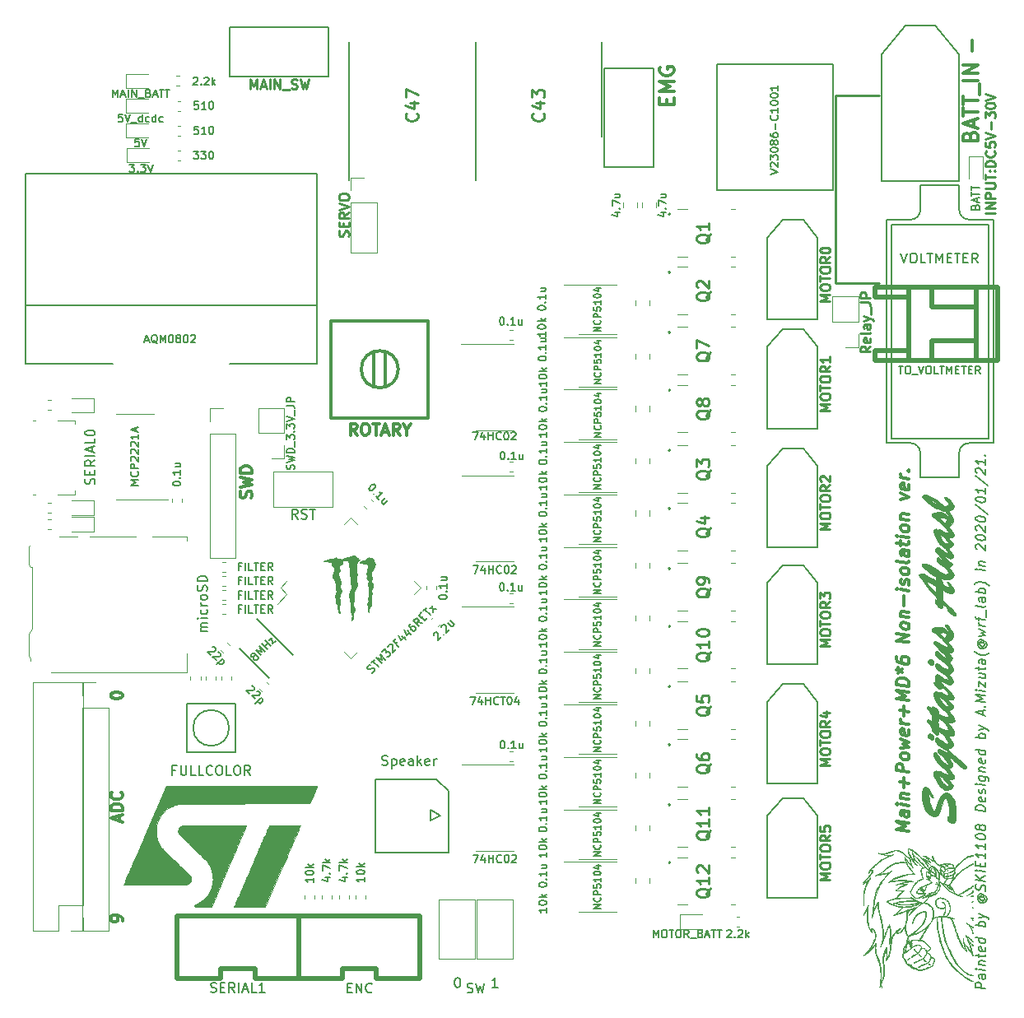
<source format=gbr>
G04 #@! TF.GenerationSoftware,KiCad,Pcbnew,(5.1.4)-1*
G04 #@! TF.CreationDate,2020-01-21T18:11:03+09:00*
G04 #@! TF.ProjectId,Aloe_Set_Meal,416c6f65-5f53-4657-945f-4d65616c2e6b,rev?*
G04 #@! TF.SameCoordinates,Original*
G04 #@! TF.FileFunction,Legend,Top*
G04 #@! TF.FilePolarity,Positive*
%FSLAX46Y46*%
G04 Gerber Fmt 4.6, Leading zero omitted, Abs format (unit mm)*
G04 Created by KiCad (PCBNEW (5.1.4)-1) date 2020-01-21 18:11:03*
%MOMM*%
%LPD*%
G04 APERTURE LIST*
%ADD10C,0.150000*%
%ADD11C,0.200000*%
%ADD12C,0.300000*%
%ADD13C,0.325000*%
%ADD14C,0.250000*%
%ADD15C,0.375000*%
%ADD16C,0.120000*%
%ADD17C,0.500000*%
%ADD18C,0.254000*%
%ADD19C,0.100000*%
%ADD20C,0.010000*%
G04 APERTURE END LIST*
D10*
X145535714Y-127502380D02*
X144964285Y-127502380D01*
X145250000Y-127502380D02*
X145250000Y-126502380D01*
X145154761Y-126645238D01*
X145059523Y-126740476D01*
X144964285Y-126788095D01*
X141352380Y-126502380D02*
X141447619Y-126502380D01*
X141542857Y-126550000D01*
X141590476Y-126597619D01*
X141638095Y-126692857D01*
X141685714Y-126883333D01*
X141685714Y-127121428D01*
X141638095Y-127311904D01*
X141590476Y-127407142D01*
X141542857Y-127454761D01*
X141447619Y-127502380D01*
X141352380Y-127502380D01*
X141257142Y-127454761D01*
X141209523Y-127407142D01*
X141161904Y-127311904D01*
X141114285Y-127121428D01*
X141114285Y-126883333D01*
X141161904Y-126692857D01*
X141209523Y-126597619D01*
X141257142Y-126550000D01*
X141352380Y-126502380D01*
D11*
X142392857Y-128004761D02*
X142535714Y-128052380D01*
X142773809Y-128052380D01*
X142869047Y-128004761D01*
X142916666Y-127957142D01*
X142964285Y-127861904D01*
X142964285Y-127766666D01*
X142916666Y-127671428D01*
X142869047Y-127623809D01*
X142773809Y-127576190D01*
X142583333Y-127528571D01*
X142488095Y-127480952D01*
X142440476Y-127433333D01*
X142392857Y-127338095D01*
X142392857Y-127242857D01*
X142440476Y-127147619D01*
X142488095Y-127100000D01*
X142583333Y-127052380D01*
X142821428Y-127052380D01*
X142964285Y-127100000D01*
X143297619Y-127052380D02*
X143535714Y-128052380D01*
X143726190Y-127338095D01*
X143916666Y-128052380D01*
X144154761Y-127052380D01*
D12*
X106942857Y-120628571D02*
X106942857Y-120400000D01*
X106885714Y-120285714D01*
X106828571Y-120228571D01*
X106657142Y-120114285D01*
X106428571Y-120057142D01*
X105971428Y-120057142D01*
X105857142Y-120114285D01*
X105800000Y-120171428D01*
X105742857Y-120285714D01*
X105742857Y-120514285D01*
X105800000Y-120628571D01*
X105857142Y-120685714D01*
X105971428Y-120742857D01*
X106257142Y-120742857D01*
X106371428Y-120685714D01*
X106428571Y-120628571D01*
X106485714Y-120514285D01*
X106485714Y-120285714D01*
X106428571Y-120171428D01*
X106371428Y-120114285D01*
X106257142Y-120057142D01*
X105742857Y-97507142D02*
X105742857Y-97392857D01*
X105800000Y-97278571D01*
X105857142Y-97221428D01*
X105971428Y-97164285D01*
X106200000Y-97107142D01*
X106485714Y-97107142D01*
X106714285Y-97164285D01*
X106828571Y-97221428D01*
X106885714Y-97278571D01*
X106942857Y-97392857D01*
X106942857Y-97507142D01*
X106885714Y-97621428D01*
X106828571Y-97678571D01*
X106714285Y-97735714D01*
X106485714Y-97792857D01*
X106200000Y-97792857D01*
X105971428Y-97735714D01*
X105857142Y-97678571D01*
X105800000Y-97621428D01*
X105742857Y-97507142D01*
D13*
X187838095Y-111431019D02*
X186538095Y-111268519D01*
X187466666Y-110951257D01*
X186538095Y-110401852D01*
X187838095Y-110564352D01*
X187838095Y-109388162D02*
X187157142Y-109303043D01*
X187033333Y-109349471D01*
X186971428Y-109465543D01*
X186971428Y-109713162D01*
X187033333Y-109844709D01*
X187776190Y-109380424D02*
X187838095Y-109511971D01*
X187838095Y-109821495D01*
X187776190Y-109937566D01*
X187652380Y-109983995D01*
X187528571Y-109968519D01*
X187404761Y-109891138D01*
X187342857Y-109759590D01*
X187342857Y-109450066D01*
X187280952Y-109318519D01*
X187838095Y-108769114D02*
X186971428Y-108660781D01*
X186538095Y-108606614D02*
X186600000Y-108676257D01*
X186661904Y-108622090D01*
X186600000Y-108552447D01*
X186538095Y-108606614D01*
X186661904Y-108622090D01*
X186971428Y-108041733D02*
X187838095Y-108150066D01*
X187095238Y-108057209D02*
X187033333Y-107987566D01*
X186971428Y-107856019D01*
X186971428Y-107670305D01*
X187033333Y-107554233D01*
X187157142Y-107507805D01*
X187838095Y-107592924D01*
X187342857Y-106911971D02*
X187342857Y-105921495D01*
X187838095Y-106478638D02*
X186847619Y-106354828D01*
X187838095Y-105364352D02*
X186538095Y-105201852D01*
X186538095Y-104706614D01*
X186600000Y-104590543D01*
X186661904Y-104536376D01*
X186785714Y-104489947D01*
X186971428Y-104513162D01*
X187095238Y-104590543D01*
X187157142Y-104660186D01*
X187219047Y-104791733D01*
X187219047Y-105286971D01*
X187838095Y-103878638D02*
X187776190Y-103994709D01*
X187714285Y-104048876D01*
X187590476Y-104095305D01*
X187219047Y-104048876D01*
X187095238Y-103971495D01*
X187033333Y-103901852D01*
X186971428Y-103770305D01*
X186971428Y-103584590D01*
X187033333Y-103468519D01*
X187095238Y-103414352D01*
X187219047Y-103367924D01*
X187590476Y-103414352D01*
X187714285Y-103491733D01*
X187776190Y-103561376D01*
X187838095Y-103692924D01*
X187838095Y-103878638D01*
X186971428Y-102903638D02*
X187838095Y-102764352D01*
X187219047Y-102439352D01*
X187838095Y-102269114D01*
X186971428Y-101913162D01*
X187776190Y-101023281D02*
X187838095Y-101154828D01*
X187838095Y-101402447D01*
X187776190Y-101518519D01*
X187652380Y-101564947D01*
X187157142Y-101503043D01*
X187033333Y-101425662D01*
X186971428Y-101294114D01*
X186971428Y-101046495D01*
X187033333Y-100930424D01*
X187157142Y-100883995D01*
X187280952Y-100899471D01*
X187404761Y-101533995D01*
X187838095Y-100411971D02*
X186971428Y-100303638D01*
X187219047Y-100334590D02*
X187095238Y-100257209D01*
X187033333Y-100187566D01*
X186971428Y-100056019D01*
X186971428Y-99932209D01*
X187342857Y-99545305D02*
X187342857Y-98554828D01*
X187838095Y-99111971D02*
X186847619Y-98988162D01*
X187838095Y-97997686D02*
X186538095Y-97835186D01*
X187466666Y-97517924D01*
X186538095Y-96968519D01*
X187838095Y-97131019D01*
X187838095Y-96511971D02*
X186538095Y-96349471D01*
X186538095Y-96039947D01*
X186600000Y-95861971D01*
X186723809Y-95753638D01*
X186847619Y-95707209D01*
X187095238Y-95676257D01*
X187280952Y-95699471D01*
X187528571Y-95792328D01*
X187652380Y-95869709D01*
X187776190Y-96008995D01*
X187838095Y-96202447D01*
X187838095Y-96511971D01*
X186538095Y-94863757D02*
X186847619Y-94902447D01*
X186723809Y-95196495D02*
X186847619Y-94902447D01*
X186723809Y-94577447D01*
X187095238Y-95119114D02*
X186847619Y-94902447D01*
X187095238Y-94747686D01*
X186538095Y-93501852D02*
X186538095Y-93749471D01*
X186600000Y-93881019D01*
X186661904Y-93950662D01*
X186847619Y-94097686D01*
X187095238Y-94190543D01*
X187590476Y-94252447D01*
X187714285Y-94206019D01*
X187776190Y-94151852D01*
X187838095Y-94035781D01*
X187838095Y-93788162D01*
X187776190Y-93656614D01*
X187714285Y-93586971D01*
X187590476Y-93509590D01*
X187280952Y-93470900D01*
X187157142Y-93517328D01*
X187095238Y-93571495D01*
X187033333Y-93687566D01*
X187033333Y-93935186D01*
X187095238Y-94066733D01*
X187157142Y-94136376D01*
X187280952Y-94213757D01*
X187838095Y-91992924D02*
X186538095Y-91830424D01*
X187838095Y-91250066D01*
X186538095Y-91087566D01*
X187838095Y-90445305D02*
X187776190Y-90561376D01*
X187714285Y-90615543D01*
X187590476Y-90661971D01*
X187219047Y-90615543D01*
X187095238Y-90538162D01*
X187033333Y-90468519D01*
X186971428Y-90336971D01*
X186971428Y-90151257D01*
X187033333Y-90035186D01*
X187095238Y-89981019D01*
X187219047Y-89934590D01*
X187590476Y-89981019D01*
X187714285Y-90058400D01*
X187776190Y-90128043D01*
X187838095Y-90259590D01*
X187838095Y-90445305D01*
X186971428Y-89346495D02*
X187838095Y-89454828D01*
X187095238Y-89361971D02*
X187033333Y-89292328D01*
X186971428Y-89160781D01*
X186971428Y-88975066D01*
X187033333Y-88858995D01*
X187157142Y-88812566D01*
X187838095Y-88897686D01*
X187342857Y-88216733D02*
X187342857Y-87226257D01*
X187838095Y-86669114D02*
X186971428Y-86560781D01*
X186538095Y-86506614D02*
X186600000Y-86576257D01*
X186661904Y-86522090D01*
X186600000Y-86452447D01*
X186538095Y-86506614D01*
X186661904Y-86522090D01*
X187776190Y-86104233D02*
X187838095Y-85988162D01*
X187838095Y-85740543D01*
X187776190Y-85608995D01*
X187652380Y-85531614D01*
X187590476Y-85523876D01*
X187466666Y-85570305D01*
X187404761Y-85686376D01*
X187404761Y-85872090D01*
X187342857Y-85988162D01*
X187219047Y-86034590D01*
X187157142Y-86026852D01*
X187033333Y-85949471D01*
X186971428Y-85817924D01*
X186971428Y-85632209D01*
X187033333Y-85516138D01*
X187838095Y-84811971D02*
X187776190Y-84928043D01*
X187714285Y-84982209D01*
X187590476Y-85028638D01*
X187219047Y-84982209D01*
X187095238Y-84904828D01*
X187033333Y-84835186D01*
X186971428Y-84703638D01*
X186971428Y-84517924D01*
X187033333Y-84401852D01*
X187095238Y-84347686D01*
X187219047Y-84301257D01*
X187590476Y-84347686D01*
X187714285Y-84425066D01*
X187776190Y-84494709D01*
X187838095Y-84626257D01*
X187838095Y-84811971D01*
X187838095Y-83635781D02*
X187776190Y-83751852D01*
X187652380Y-83798281D01*
X186538095Y-83658995D01*
X187838095Y-82583400D02*
X187157142Y-82498281D01*
X187033333Y-82544709D01*
X186971428Y-82660781D01*
X186971428Y-82908400D01*
X187033333Y-83039947D01*
X187776190Y-82575662D02*
X187838095Y-82707209D01*
X187838095Y-83016733D01*
X187776190Y-83132805D01*
X187652380Y-83179233D01*
X187528571Y-83163757D01*
X187404761Y-83086376D01*
X187342857Y-82954828D01*
X187342857Y-82645305D01*
X187280952Y-82513757D01*
X186971428Y-82041733D02*
X186971428Y-81546495D01*
X186538095Y-81801852D02*
X187652380Y-81941138D01*
X187776190Y-81894709D01*
X187838095Y-81778638D01*
X187838095Y-81654828D01*
X187838095Y-81221495D02*
X186971428Y-81113162D01*
X186538095Y-81058995D02*
X186600000Y-81128638D01*
X186661904Y-81074471D01*
X186600000Y-81004828D01*
X186538095Y-81058995D01*
X186661904Y-81074471D01*
X187838095Y-80416733D02*
X187776190Y-80532805D01*
X187714285Y-80586971D01*
X187590476Y-80633400D01*
X187219047Y-80586971D01*
X187095238Y-80509590D01*
X187033333Y-80439947D01*
X186971428Y-80308400D01*
X186971428Y-80122686D01*
X187033333Y-80006614D01*
X187095238Y-79952447D01*
X187219047Y-79906019D01*
X187590476Y-79952447D01*
X187714285Y-80029828D01*
X187776190Y-80099471D01*
X187838095Y-80231019D01*
X187838095Y-80416733D01*
X186971428Y-79317924D02*
X187838095Y-79426257D01*
X187095238Y-79333400D02*
X187033333Y-79263757D01*
X186971428Y-79132209D01*
X186971428Y-78946495D01*
X187033333Y-78830424D01*
X187157142Y-78783995D01*
X187838095Y-78869114D01*
X186971428Y-77275066D02*
X187838095Y-77073876D01*
X186971428Y-76656019D01*
X187776190Y-75766138D02*
X187838095Y-75897686D01*
X187838095Y-76145305D01*
X187776190Y-76261376D01*
X187652380Y-76307805D01*
X187157142Y-76245900D01*
X187033333Y-76168519D01*
X186971428Y-76036971D01*
X186971428Y-75789352D01*
X187033333Y-75673281D01*
X187157142Y-75626852D01*
X187280952Y-75642328D01*
X187404761Y-76276852D01*
X187838095Y-75154828D02*
X186971428Y-75046495D01*
X187219047Y-75077447D02*
X187095238Y-75000066D01*
X187033333Y-74930424D01*
X186971428Y-74798876D01*
X186971428Y-74675066D01*
X187714285Y-74334590D02*
X187776190Y-74280424D01*
X187838095Y-74350066D01*
X187776190Y-74404233D01*
X187714285Y-74334590D01*
X187838095Y-74350066D01*
D11*
X195702380Y-109375952D02*
X194702380Y-109250952D01*
X194702380Y-109012857D01*
X194750000Y-108875952D01*
X194845238Y-108792619D01*
X194940476Y-108756904D01*
X195130952Y-108733095D01*
X195273809Y-108750952D01*
X195464285Y-108822380D01*
X195559523Y-108881904D01*
X195654761Y-108989047D01*
X195702380Y-109137857D01*
X195702380Y-109375952D01*
X195654761Y-107989047D02*
X195702380Y-108090238D01*
X195702380Y-108280714D01*
X195654761Y-108370000D01*
X195559523Y-108405714D01*
X195178571Y-108358095D01*
X195083333Y-108298571D01*
X195035714Y-108197380D01*
X195035714Y-108006904D01*
X195083333Y-107917619D01*
X195178571Y-107881904D01*
X195273809Y-107893809D01*
X195369047Y-108381904D01*
X195654761Y-107560476D02*
X195702380Y-107471190D01*
X195702380Y-107280714D01*
X195654761Y-107179523D01*
X195559523Y-107120000D01*
X195511904Y-107114047D01*
X195416666Y-107149761D01*
X195369047Y-107239047D01*
X195369047Y-107381904D01*
X195321428Y-107471190D01*
X195226190Y-107506904D01*
X195178571Y-107500952D01*
X195083333Y-107441428D01*
X195035714Y-107340238D01*
X195035714Y-107197380D01*
X195083333Y-107108095D01*
X195702380Y-106709285D02*
X195035714Y-106625952D01*
X194702380Y-106584285D02*
X194750000Y-106637857D01*
X194797619Y-106596190D01*
X194750000Y-106542619D01*
X194702380Y-106584285D01*
X194797619Y-106596190D01*
X195035714Y-105721190D02*
X195845238Y-105822380D01*
X195940476Y-105881904D01*
X195988095Y-105935476D01*
X196035714Y-106036666D01*
X196035714Y-106179523D01*
X195988095Y-106268809D01*
X195654761Y-105798571D02*
X195702380Y-105899761D01*
X195702380Y-106090238D01*
X195654761Y-106179523D01*
X195607142Y-106221190D01*
X195511904Y-106256904D01*
X195226190Y-106221190D01*
X195130952Y-106161666D01*
X195083333Y-106108095D01*
X195035714Y-106006904D01*
X195035714Y-105816428D01*
X195083333Y-105727142D01*
X195035714Y-105245000D02*
X195702380Y-105328333D01*
X195130952Y-105256904D02*
X195083333Y-105203333D01*
X195035714Y-105102142D01*
X195035714Y-104959285D01*
X195083333Y-104870000D01*
X195178571Y-104834285D01*
X195702380Y-104899761D01*
X195654761Y-104036666D02*
X195702380Y-104137857D01*
X195702380Y-104328333D01*
X195654761Y-104417619D01*
X195559523Y-104453333D01*
X195178571Y-104405714D01*
X195083333Y-104346190D01*
X195035714Y-104245000D01*
X195035714Y-104054523D01*
X195083333Y-103965238D01*
X195178571Y-103929523D01*
X195273809Y-103941428D01*
X195369047Y-104429523D01*
X195702380Y-103137857D02*
X194702380Y-103012857D01*
X195654761Y-103131904D02*
X195702380Y-103233095D01*
X195702380Y-103423571D01*
X195654761Y-103512857D01*
X195607142Y-103554523D01*
X195511904Y-103590238D01*
X195226190Y-103554523D01*
X195130952Y-103495000D01*
X195083333Y-103441428D01*
X195035714Y-103340238D01*
X195035714Y-103149761D01*
X195083333Y-103060476D01*
X195702380Y-101899761D02*
X194702380Y-101774761D01*
X195083333Y-101822380D02*
X195035714Y-101721190D01*
X195035714Y-101530714D01*
X195083333Y-101441428D01*
X195130952Y-101399761D01*
X195226190Y-101364047D01*
X195511904Y-101399761D01*
X195607142Y-101459285D01*
X195654761Y-101512857D01*
X195702380Y-101614047D01*
X195702380Y-101804523D01*
X195654761Y-101893809D01*
X195035714Y-101006904D02*
X195702380Y-100852142D01*
X195035714Y-100530714D02*
X195702380Y-100852142D01*
X195940476Y-100977142D01*
X195988095Y-101030714D01*
X196035714Y-101131904D01*
X195416666Y-99483095D02*
X195416666Y-99006904D01*
X195702380Y-99614047D02*
X194702380Y-99155714D01*
X195702380Y-98947380D01*
X195607142Y-98602142D02*
X195654761Y-98560476D01*
X195702380Y-98614047D01*
X195654761Y-98655714D01*
X195607142Y-98602142D01*
X195702380Y-98614047D01*
X195702380Y-98137857D02*
X194702380Y-98012857D01*
X195416666Y-97768809D01*
X194702380Y-97346190D01*
X195702380Y-97471190D01*
X195702380Y-96995000D02*
X195035714Y-96911666D01*
X194702380Y-96870000D02*
X194750000Y-96923571D01*
X194797619Y-96881904D01*
X194750000Y-96828333D01*
X194702380Y-96870000D01*
X194797619Y-96881904D01*
X195035714Y-96530714D02*
X195035714Y-96006904D01*
X195702380Y-96614047D01*
X195702380Y-96090238D01*
X195035714Y-95197380D02*
X195702380Y-95280714D01*
X195035714Y-95625952D02*
X195559523Y-95691428D01*
X195654761Y-95655714D01*
X195702380Y-95566428D01*
X195702380Y-95423571D01*
X195654761Y-95322380D01*
X195607142Y-95268809D01*
X195035714Y-94864047D02*
X195035714Y-94483095D01*
X194702380Y-94679523D02*
X195559523Y-94786666D01*
X195654761Y-94750952D01*
X195702380Y-94661666D01*
X195702380Y-94566428D01*
X195702380Y-93804523D02*
X195178571Y-93739047D01*
X195083333Y-93774761D01*
X195035714Y-93864047D01*
X195035714Y-94054523D01*
X195083333Y-94155714D01*
X195654761Y-93798571D02*
X195702380Y-93899761D01*
X195702380Y-94137857D01*
X195654761Y-94227142D01*
X195559523Y-94262857D01*
X195464285Y-94250952D01*
X195369047Y-94191428D01*
X195321428Y-94090238D01*
X195321428Y-93852142D01*
X195273809Y-93750952D01*
X196083333Y-93090238D02*
X196035714Y-93131904D01*
X195892857Y-93209285D01*
X195797619Y-93245000D01*
X195654761Y-93274761D01*
X195416666Y-93292619D01*
X195226190Y-93268809D01*
X194988095Y-93191428D01*
X194845238Y-93125952D01*
X194750000Y-93066428D01*
X194607142Y-92953333D01*
X194559523Y-92899761D01*
X195226190Y-91983095D02*
X195178571Y-92024761D01*
X195130952Y-92114047D01*
X195130952Y-92209285D01*
X195178571Y-92310476D01*
X195226190Y-92364047D01*
X195321428Y-92423571D01*
X195416666Y-92435476D01*
X195511904Y-92399761D01*
X195559523Y-92358095D01*
X195607142Y-92268809D01*
X195607142Y-92173571D01*
X195559523Y-92072380D01*
X195511904Y-92018809D01*
X195130952Y-91971190D02*
X195511904Y-92018809D01*
X195559523Y-91977142D01*
X195559523Y-91929523D01*
X195511904Y-91828333D01*
X195416666Y-91768809D01*
X195178571Y-91739047D01*
X195035714Y-91816428D01*
X194940476Y-91947380D01*
X194892857Y-92131904D01*
X194940476Y-92328333D01*
X195035714Y-92483095D01*
X195178571Y-92596190D01*
X195369047Y-92667619D01*
X195559523Y-92643809D01*
X195702380Y-92566428D01*
X195797619Y-92435476D01*
X195845238Y-92250952D01*
X195797619Y-92054523D01*
X195702380Y-91899761D01*
X195035714Y-91387857D02*
X195702380Y-91280714D01*
X195226190Y-91030714D01*
X195702380Y-90899761D01*
X195035714Y-90625952D01*
X195702380Y-90328333D02*
X195035714Y-90245000D01*
X195226190Y-90268809D02*
X195130952Y-90209285D01*
X195083333Y-90155714D01*
X195035714Y-90054523D01*
X195035714Y-89959285D01*
X195035714Y-89768809D02*
X195035714Y-89387857D01*
X195702380Y-89709285D02*
X194845238Y-89602142D01*
X194750000Y-89542619D01*
X194702380Y-89441428D01*
X194702380Y-89346190D01*
X195797619Y-89387857D02*
X195797619Y-88625952D01*
X195702380Y-88233095D02*
X195654761Y-88322380D01*
X195559523Y-88358095D01*
X194702380Y-88250952D01*
X195702380Y-87423571D02*
X195178571Y-87358095D01*
X195083333Y-87393809D01*
X195035714Y-87483095D01*
X195035714Y-87673571D01*
X195083333Y-87774761D01*
X195654761Y-87417619D02*
X195702380Y-87518809D01*
X195702380Y-87756904D01*
X195654761Y-87846190D01*
X195559523Y-87881904D01*
X195464285Y-87870000D01*
X195369047Y-87810476D01*
X195321428Y-87709285D01*
X195321428Y-87471190D01*
X195273809Y-87370000D01*
X195702380Y-86947380D02*
X194702380Y-86822380D01*
X195083333Y-86870000D02*
X195035714Y-86768809D01*
X195035714Y-86578333D01*
X195083333Y-86489047D01*
X195130952Y-86447380D01*
X195226190Y-86411666D01*
X195511904Y-86447380D01*
X195607142Y-86506904D01*
X195654761Y-86560476D01*
X195702380Y-86661666D01*
X195702380Y-86852142D01*
X195654761Y-86941428D01*
X196083333Y-86185476D02*
X196035714Y-86131904D01*
X195892857Y-86018809D01*
X195797619Y-85959285D01*
X195654761Y-85893809D01*
X195416666Y-85816428D01*
X195226190Y-85792619D01*
X194988095Y-85810476D01*
X194845238Y-85840238D01*
X194750000Y-85875952D01*
X194607142Y-85953333D01*
X194559523Y-85995000D01*
X195702380Y-84614047D02*
X195035714Y-84530714D01*
X194702380Y-84489047D02*
X194750000Y-84542619D01*
X194797619Y-84500952D01*
X194750000Y-84447380D01*
X194702380Y-84489047D01*
X194797619Y-84500952D01*
X195035714Y-84054523D02*
X195702380Y-84137857D01*
X195130952Y-84066428D02*
X195083333Y-84012857D01*
X195035714Y-83911666D01*
X195035714Y-83768809D01*
X195083333Y-83679523D01*
X195178571Y-83643809D01*
X195702380Y-83709285D01*
X194797619Y-82405714D02*
X194750000Y-82352142D01*
X194702380Y-82250952D01*
X194702380Y-82012857D01*
X194750000Y-81923571D01*
X194797619Y-81881904D01*
X194892857Y-81846190D01*
X194988095Y-81858095D01*
X195130952Y-81923571D01*
X195702380Y-82566428D01*
X195702380Y-81947380D01*
X194702380Y-81203333D02*
X194702380Y-81108095D01*
X194750000Y-81018809D01*
X194797619Y-80977142D01*
X194892857Y-80941428D01*
X195083333Y-80917619D01*
X195321428Y-80947380D01*
X195511904Y-81018809D01*
X195607142Y-81078333D01*
X195654761Y-81131904D01*
X195702380Y-81233095D01*
X195702380Y-81328333D01*
X195654761Y-81417619D01*
X195607142Y-81459285D01*
X195511904Y-81495000D01*
X195321428Y-81518809D01*
X195083333Y-81489047D01*
X194892857Y-81417619D01*
X194797619Y-81358095D01*
X194750000Y-81304523D01*
X194702380Y-81203333D01*
X194797619Y-80500952D02*
X194750000Y-80447380D01*
X194702380Y-80346190D01*
X194702380Y-80108095D01*
X194750000Y-80018809D01*
X194797619Y-79977142D01*
X194892857Y-79941428D01*
X194988095Y-79953333D01*
X195130952Y-80018809D01*
X195702380Y-80661666D01*
X195702380Y-80042619D01*
X194702380Y-79298571D02*
X194702380Y-79203333D01*
X194750000Y-79114047D01*
X194797619Y-79072380D01*
X194892857Y-79036666D01*
X195083333Y-79012857D01*
X195321428Y-79042619D01*
X195511904Y-79114047D01*
X195607142Y-79173571D01*
X195654761Y-79227142D01*
X195702380Y-79328333D01*
X195702380Y-79423571D01*
X195654761Y-79512857D01*
X195607142Y-79554523D01*
X195511904Y-79590238D01*
X195321428Y-79614047D01*
X195083333Y-79584285D01*
X194892857Y-79512857D01*
X194797619Y-79453333D01*
X194750000Y-79399761D01*
X194702380Y-79298571D01*
X194654761Y-77816428D02*
X195940476Y-78834285D01*
X194702380Y-77298571D02*
X194702380Y-77203333D01*
X194750000Y-77114047D01*
X194797619Y-77072380D01*
X194892857Y-77036666D01*
X195083333Y-77012857D01*
X195321428Y-77042619D01*
X195511904Y-77114047D01*
X195607142Y-77173571D01*
X195654761Y-77227142D01*
X195702380Y-77328333D01*
X195702380Y-77423571D01*
X195654761Y-77512857D01*
X195607142Y-77554523D01*
X195511904Y-77590238D01*
X195321428Y-77614047D01*
X195083333Y-77584285D01*
X194892857Y-77512857D01*
X194797619Y-77453333D01*
X194750000Y-77399761D01*
X194702380Y-77298571D01*
X195702380Y-76137857D02*
X195702380Y-76709285D01*
X195702380Y-76423571D02*
X194702380Y-76298571D01*
X194845238Y-76411666D01*
X194940476Y-76518809D01*
X194988095Y-76620000D01*
X194654761Y-74864047D02*
X195940476Y-75881904D01*
X194797619Y-74596190D02*
X194750000Y-74542619D01*
X194702380Y-74441428D01*
X194702380Y-74203333D01*
X194750000Y-74114047D01*
X194797619Y-74072380D01*
X194892857Y-74036666D01*
X194988095Y-74048571D01*
X195130952Y-74114047D01*
X195702380Y-74756904D01*
X195702380Y-74137857D01*
X195702380Y-73185476D02*
X195702380Y-73756904D01*
X195702380Y-73471190D02*
X194702380Y-73346190D01*
X194845238Y-73459285D01*
X194940476Y-73566428D01*
X194988095Y-73667619D01*
X195607142Y-72745000D02*
X195654761Y-72703333D01*
X195702380Y-72756904D01*
X195654761Y-72798571D01*
X195607142Y-72745000D01*
X195702380Y-72756904D01*
X195702380Y-127625952D02*
X194702380Y-127500952D01*
X194702380Y-127120000D01*
X194750000Y-127030714D01*
X194797619Y-126989047D01*
X194892857Y-126953333D01*
X195035714Y-126971190D01*
X195130952Y-127030714D01*
X195178571Y-127084285D01*
X195226190Y-127185476D01*
X195226190Y-127566428D01*
X195702380Y-126197380D02*
X195178571Y-126131904D01*
X195083333Y-126167619D01*
X195035714Y-126256904D01*
X195035714Y-126447380D01*
X195083333Y-126548571D01*
X195654761Y-126191428D02*
X195702380Y-126292619D01*
X195702380Y-126530714D01*
X195654761Y-126620000D01*
X195559523Y-126655714D01*
X195464285Y-126643809D01*
X195369047Y-126584285D01*
X195321428Y-126483095D01*
X195321428Y-126245000D01*
X195273809Y-126143809D01*
X195702380Y-125721190D02*
X195035714Y-125637857D01*
X194702380Y-125596190D02*
X194750000Y-125649761D01*
X194797619Y-125608095D01*
X194750000Y-125554523D01*
X194702380Y-125596190D01*
X194797619Y-125608095D01*
X195035714Y-125161666D02*
X195702380Y-125245000D01*
X195130952Y-125173571D02*
X195083333Y-125120000D01*
X195035714Y-125018809D01*
X195035714Y-124875952D01*
X195083333Y-124786666D01*
X195178571Y-124750952D01*
X195702380Y-124816428D01*
X195035714Y-124399761D02*
X195035714Y-124018809D01*
X194702380Y-124215238D02*
X195559523Y-124322380D01*
X195654761Y-124286666D01*
X195702380Y-124197380D01*
X195702380Y-124102142D01*
X195654761Y-123381904D02*
X195702380Y-123483095D01*
X195702380Y-123673571D01*
X195654761Y-123762857D01*
X195559523Y-123798571D01*
X195178571Y-123750952D01*
X195083333Y-123691428D01*
X195035714Y-123590238D01*
X195035714Y-123399761D01*
X195083333Y-123310476D01*
X195178571Y-123274761D01*
X195273809Y-123286666D01*
X195369047Y-123774761D01*
X195702380Y-122483095D02*
X194702380Y-122358095D01*
X195654761Y-122477142D02*
X195702380Y-122578333D01*
X195702380Y-122768809D01*
X195654761Y-122858095D01*
X195607142Y-122899761D01*
X195511904Y-122935476D01*
X195226190Y-122899761D01*
X195130952Y-122840238D01*
X195083333Y-122786666D01*
X195035714Y-122685476D01*
X195035714Y-122495000D01*
X195083333Y-122405714D01*
X195702380Y-121245000D02*
X194702380Y-121120000D01*
X195083333Y-121167619D02*
X195035714Y-121066428D01*
X195035714Y-120875952D01*
X195083333Y-120786666D01*
X195130952Y-120745000D01*
X195226190Y-120709285D01*
X195511904Y-120745000D01*
X195607142Y-120804523D01*
X195654761Y-120858095D01*
X195702380Y-120959285D01*
X195702380Y-121149761D01*
X195654761Y-121239047D01*
X195035714Y-120352142D02*
X195702380Y-120197380D01*
X195035714Y-119875952D02*
X195702380Y-120197380D01*
X195940476Y-120322380D01*
X195988095Y-120375952D01*
X196035714Y-120477142D01*
X195226190Y-118137857D02*
X195178571Y-118179523D01*
X195130952Y-118268809D01*
X195130952Y-118364047D01*
X195178571Y-118465238D01*
X195226190Y-118518809D01*
X195321428Y-118578333D01*
X195416666Y-118590238D01*
X195511904Y-118554523D01*
X195559523Y-118512857D01*
X195607142Y-118423571D01*
X195607142Y-118328333D01*
X195559523Y-118227142D01*
X195511904Y-118173571D01*
X195130952Y-118125952D02*
X195511904Y-118173571D01*
X195559523Y-118131904D01*
X195559523Y-118084285D01*
X195511904Y-117983095D01*
X195416666Y-117923571D01*
X195178571Y-117893809D01*
X195035714Y-117971190D01*
X194940476Y-118102142D01*
X194892857Y-118286666D01*
X194940476Y-118483095D01*
X195035714Y-118637857D01*
X195178571Y-118750952D01*
X195369047Y-118822380D01*
X195559523Y-118798571D01*
X195702380Y-118721190D01*
X195797619Y-118590238D01*
X195845238Y-118405714D01*
X195797619Y-118209285D01*
X195702380Y-118054523D01*
X195654761Y-117572380D02*
X195702380Y-117435476D01*
X195702380Y-117197380D01*
X195654761Y-117096190D01*
X195607142Y-117042619D01*
X195511904Y-116983095D01*
X195416666Y-116971190D01*
X195321428Y-117006904D01*
X195273809Y-117048571D01*
X195226190Y-117137857D01*
X195178571Y-117322380D01*
X195130952Y-117411666D01*
X195083333Y-117453333D01*
X194988095Y-117489047D01*
X194892857Y-117477142D01*
X194797619Y-117417619D01*
X194750000Y-117364047D01*
X194702380Y-117262857D01*
X194702380Y-117024761D01*
X194750000Y-116887857D01*
X195702380Y-116578333D02*
X194702380Y-116453333D01*
X195702380Y-116006904D02*
X195130952Y-116364047D01*
X194702380Y-115881904D02*
X195273809Y-116524761D01*
X195702380Y-115578333D02*
X195035714Y-115495000D01*
X194702380Y-115453333D02*
X194750000Y-115506904D01*
X194797619Y-115465238D01*
X194750000Y-115411666D01*
X194702380Y-115453333D01*
X194797619Y-115465238D01*
X195178571Y-115036666D02*
X195178571Y-114703333D01*
X195702380Y-114625952D02*
X195702380Y-115102142D01*
X194702380Y-114977142D01*
X194702380Y-114500952D01*
X195702380Y-113673571D02*
X195702380Y-114245000D01*
X195702380Y-113959285D02*
X194702380Y-113834285D01*
X194845238Y-113947380D01*
X194940476Y-114054523D01*
X194988095Y-114155714D01*
X195702380Y-112721190D02*
X195702380Y-113292619D01*
X195702380Y-113006904D02*
X194702380Y-112881904D01*
X194845238Y-112995000D01*
X194940476Y-113102142D01*
X194988095Y-113203333D01*
X194702380Y-111977142D02*
X194702380Y-111881904D01*
X194750000Y-111792619D01*
X194797619Y-111750952D01*
X194892857Y-111715238D01*
X195083333Y-111691428D01*
X195321428Y-111721190D01*
X195511904Y-111792619D01*
X195607142Y-111852142D01*
X195654761Y-111905714D01*
X195702380Y-112006904D01*
X195702380Y-112102142D01*
X195654761Y-112191428D01*
X195607142Y-112233095D01*
X195511904Y-112268809D01*
X195321428Y-112292619D01*
X195083333Y-112262857D01*
X194892857Y-112191428D01*
X194797619Y-112131904D01*
X194750000Y-112078333D01*
X194702380Y-111977142D01*
X195130952Y-111125952D02*
X195083333Y-111215238D01*
X195035714Y-111256904D01*
X194940476Y-111292619D01*
X194892857Y-111286666D01*
X194797619Y-111227142D01*
X194750000Y-111173571D01*
X194702380Y-111072380D01*
X194702380Y-110881904D01*
X194750000Y-110792619D01*
X194797619Y-110750952D01*
X194892857Y-110715238D01*
X194940476Y-110721190D01*
X195035714Y-110780714D01*
X195083333Y-110834285D01*
X195130952Y-110935476D01*
X195130952Y-111125952D01*
X195178571Y-111227142D01*
X195226190Y-111280714D01*
X195321428Y-111340238D01*
X195511904Y-111364047D01*
X195607142Y-111328333D01*
X195654761Y-111286666D01*
X195702380Y-111197380D01*
X195702380Y-111006904D01*
X195654761Y-110905714D01*
X195607142Y-110852142D01*
X195511904Y-110792619D01*
X195321428Y-110768809D01*
X195226190Y-110804523D01*
X195178571Y-110846190D01*
X195130952Y-110935476D01*
D14*
X196702380Y-47821428D02*
X195702380Y-47821428D01*
X196702380Y-47345238D02*
X195702380Y-47345238D01*
X196702380Y-46773809D01*
X195702380Y-46773809D01*
X196702380Y-46297619D02*
X195702380Y-46297619D01*
X195702380Y-45916666D01*
X195750000Y-45821428D01*
X195797619Y-45773809D01*
X195892857Y-45726190D01*
X196035714Y-45726190D01*
X196130952Y-45773809D01*
X196178571Y-45821428D01*
X196226190Y-45916666D01*
X196226190Y-46297619D01*
X195702380Y-45297619D02*
X196511904Y-45297619D01*
X196607142Y-45250000D01*
X196654761Y-45202380D01*
X196702380Y-45107142D01*
X196702380Y-44916666D01*
X196654761Y-44821428D01*
X196607142Y-44773809D01*
X196511904Y-44726190D01*
X195702380Y-44726190D01*
X195702380Y-44392857D02*
X195702380Y-43821428D01*
X196702380Y-44107142D02*
X195702380Y-44107142D01*
X196607142Y-43488095D02*
X196654761Y-43440476D01*
X196702380Y-43488095D01*
X196654761Y-43535714D01*
X196607142Y-43488095D01*
X196702380Y-43488095D01*
X196083333Y-43488095D02*
X196130952Y-43440476D01*
X196178571Y-43488095D01*
X196130952Y-43535714D01*
X196083333Y-43488095D01*
X196178571Y-43488095D01*
X196702380Y-43011904D02*
X195702380Y-43011904D01*
X195702380Y-42773809D01*
X195750000Y-42630952D01*
X195845238Y-42535714D01*
X195940476Y-42488095D01*
X196130952Y-42440476D01*
X196273809Y-42440476D01*
X196464285Y-42488095D01*
X196559523Y-42535714D01*
X196654761Y-42630952D01*
X196702380Y-42773809D01*
X196702380Y-43011904D01*
X196607142Y-41440476D02*
X196654761Y-41488095D01*
X196702380Y-41630952D01*
X196702380Y-41726190D01*
X196654761Y-41869047D01*
X196559523Y-41964285D01*
X196464285Y-42011904D01*
X196273809Y-42059523D01*
X196130952Y-42059523D01*
X195940476Y-42011904D01*
X195845238Y-41964285D01*
X195750000Y-41869047D01*
X195702380Y-41726190D01*
X195702380Y-41630952D01*
X195750000Y-41488095D01*
X195797619Y-41440476D01*
X195702380Y-40535714D02*
X195702380Y-41011904D01*
X196178571Y-41059523D01*
X196130952Y-41011904D01*
X196083333Y-40916666D01*
X196083333Y-40678571D01*
X196130952Y-40583333D01*
X196178571Y-40535714D01*
X196273809Y-40488095D01*
X196511904Y-40488095D01*
X196607142Y-40535714D01*
X196654761Y-40583333D01*
X196702380Y-40678571D01*
X196702380Y-40916666D01*
X196654761Y-41011904D01*
X196607142Y-41059523D01*
X195702380Y-40202380D02*
X196702380Y-39869047D01*
X195702380Y-39535714D01*
X196321428Y-39202380D02*
X196321428Y-38440476D01*
X195702380Y-38059523D02*
X195702380Y-37440476D01*
X196083333Y-37773809D01*
X196083333Y-37630952D01*
X196130952Y-37535714D01*
X196178571Y-37488095D01*
X196273809Y-37440476D01*
X196511904Y-37440476D01*
X196607142Y-37488095D01*
X196654761Y-37535714D01*
X196702380Y-37630952D01*
X196702380Y-37916666D01*
X196654761Y-38011904D01*
X196607142Y-38059523D01*
X195702380Y-36821428D02*
X195702380Y-36726190D01*
X195750000Y-36630952D01*
X195797619Y-36583333D01*
X195892857Y-36535714D01*
X196083333Y-36488095D01*
X196321428Y-36488095D01*
X196511904Y-36535714D01*
X196607142Y-36583333D01*
X196654761Y-36630952D01*
X196702380Y-36726190D01*
X196702380Y-36821428D01*
X196654761Y-36916666D01*
X196607142Y-36964285D01*
X196511904Y-37011904D01*
X196321428Y-37059523D01*
X196083333Y-37059523D01*
X195892857Y-37011904D01*
X195797619Y-36964285D01*
X195750000Y-36916666D01*
X195702380Y-36821428D01*
X195702380Y-36202380D02*
X196702380Y-35869047D01*
X195702380Y-35535714D01*
D15*
X194307142Y-31171428D02*
X194307142Y-30028571D01*
D16*
X145250000Y-74815000D02*
X141800000Y-74815000D01*
X145250000Y-74815000D02*
X147200000Y-74815000D01*
X145250000Y-83685000D02*
X143300000Y-83685000D01*
X145250000Y-83685000D02*
X147200000Y-83685000D01*
X112487221Y-33740000D02*
X112812779Y-33740000D01*
X112487221Y-34760000D02*
X112812779Y-34760000D01*
D10*
X173250000Y-118250000D02*
X178450000Y-118250000D01*
X178450000Y-109850000D02*
X176950000Y-108050000D01*
X173250000Y-109850000D02*
X174850000Y-108050000D01*
X174850000Y-108050000D02*
X176950000Y-108050000D01*
X178450000Y-109850000D02*
X178450000Y-118250000D01*
X173250000Y-109850000D02*
X173250000Y-118250000D01*
X187500000Y-28500000D02*
X185000000Y-31500000D01*
X185000000Y-31500000D02*
X185000000Y-44500000D01*
X190500000Y-28500000D02*
X193000000Y-31500000D01*
X193000000Y-31500000D02*
X193000000Y-44500000D01*
X190500000Y-28500000D02*
X187500000Y-28500000D01*
X193000000Y-44500000D02*
X185000000Y-44500000D01*
D16*
X117975727Y-92304478D02*
X117745522Y-92074273D01*
X117254478Y-93025727D02*
X117024273Y-92795522D01*
X113050000Y-77257221D02*
X113050000Y-77582779D01*
X112030000Y-77257221D02*
X112030000Y-77582779D01*
X121745522Y-96074273D02*
X121975727Y-96304478D01*
X121024273Y-96795522D02*
X121254478Y-97025727D01*
X138674273Y-89604478D02*
X138904478Y-89374273D01*
X139395522Y-90325727D02*
X139625727Y-90095522D01*
X139210000Y-86562779D02*
X139210000Y-86237221D01*
X138190000Y-86562779D02*
X138190000Y-86237221D01*
X132725727Y-77504478D02*
X132495522Y-77274273D01*
X132004478Y-78225727D02*
X131774273Y-77995522D01*
X159740000Y-56841422D02*
X159740000Y-57358578D01*
X161160000Y-56841422D02*
X161160000Y-57358578D01*
X161160000Y-62291422D02*
X161160000Y-62808578D01*
X159740000Y-62291422D02*
X159740000Y-62808578D01*
X159740000Y-78441422D02*
X159740000Y-78958578D01*
X161160000Y-78441422D02*
X161160000Y-78958578D01*
X159740000Y-83841422D02*
X159740000Y-84358578D01*
X161160000Y-83841422D02*
X161160000Y-84358578D01*
X161160000Y-100041422D02*
X161160000Y-100558578D01*
X159740000Y-100041422D02*
X159740000Y-100558578D01*
X161160000Y-105441422D02*
X161160000Y-105958578D01*
X159740000Y-105441422D02*
X159740000Y-105958578D01*
X159740000Y-67691422D02*
X159740000Y-68208578D01*
X161160000Y-67691422D02*
X161160000Y-68208578D01*
X161160000Y-73041422D02*
X161160000Y-73558578D01*
X159740000Y-73041422D02*
X159740000Y-73558578D01*
X159740000Y-89241422D02*
X159740000Y-89758578D01*
X161160000Y-89241422D02*
X161160000Y-89758578D01*
X161160000Y-94641422D02*
X161160000Y-95158578D01*
X159740000Y-94641422D02*
X159740000Y-95158578D01*
X161160000Y-110841422D02*
X161160000Y-111358578D01*
X159740000Y-110841422D02*
X159740000Y-111358578D01*
X159740000Y-116241422D02*
X159740000Y-116758578D01*
X161160000Y-116241422D02*
X161160000Y-116758578D01*
X161810000Y-46741422D02*
X161810000Y-47258578D01*
X160390000Y-46741422D02*
X160390000Y-47258578D01*
X158440000Y-46741422D02*
X158440000Y-47258578D01*
X159860000Y-46741422D02*
X159860000Y-47258578D01*
X101700000Y-80585000D02*
X103985000Y-80585000D01*
X103985000Y-80585000D02*
X103985000Y-79115000D01*
X103985000Y-79115000D02*
X101700000Y-79115000D01*
X103985000Y-77415000D02*
X101700000Y-77415000D01*
X103985000Y-78885000D02*
X103985000Y-77415000D01*
X101700000Y-78885000D02*
X103985000Y-78885000D01*
X103985000Y-66865000D02*
X101700000Y-66865000D01*
X103985000Y-68335000D02*
X103985000Y-66865000D01*
X101700000Y-68335000D02*
X103985000Y-68335000D01*
X195435000Y-44300000D02*
X195435000Y-42015000D01*
X195435000Y-42015000D02*
X193965000Y-42015000D01*
X193965000Y-42015000D02*
X193965000Y-44300000D01*
X107315000Y-34985000D02*
X109600000Y-34985000D01*
X107315000Y-33515000D02*
X107315000Y-34985000D01*
X109600000Y-33515000D02*
X107315000Y-33515000D01*
X164265000Y-121485000D02*
X166550000Y-121485000D01*
X164265000Y-120015000D02*
X164265000Y-121485000D01*
X166550000Y-120015000D02*
X164265000Y-120015000D01*
X109600000Y-38615000D02*
X107315000Y-38615000D01*
X107315000Y-38615000D02*
X107315000Y-40085000D01*
X107315000Y-40085000D02*
X109600000Y-40085000D01*
X107365000Y-42635000D02*
X109650000Y-42635000D01*
X107365000Y-41165000D02*
X107365000Y-42635000D01*
X109650000Y-41165000D02*
X107365000Y-41165000D01*
X115920000Y-83280000D02*
X118580000Y-83280000D01*
X115920000Y-70520000D02*
X115920000Y-83280000D01*
X118580000Y-70520000D02*
X118580000Y-83280000D01*
X115920000Y-70520000D02*
X118580000Y-70520000D01*
X115920000Y-69250000D02*
X115920000Y-67920000D01*
X115920000Y-67920000D02*
X117250000Y-67920000D01*
X102820000Y-121640000D02*
X105480000Y-121640000D01*
X102820000Y-98720000D02*
X102820000Y-121640000D01*
X105480000Y-98720000D02*
X105480000Y-121640000D01*
X102820000Y-98720000D02*
X105480000Y-98720000D01*
X102820000Y-97450000D02*
X102820000Y-96120000D01*
X102820000Y-96120000D02*
X104150000Y-96120000D01*
X102930000Y-96110000D02*
X97730000Y-96110000D01*
X102930000Y-119030000D02*
X102930000Y-96110000D01*
X97730000Y-121630000D02*
X97730000Y-96110000D01*
X102930000Y-119030000D02*
X100330000Y-119030000D01*
X100330000Y-119030000D02*
X100330000Y-121630000D01*
X100330000Y-121630000D02*
X97730000Y-121630000D01*
X102930000Y-120300000D02*
X102930000Y-121630000D01*
X102930000Y-121630000D02*
X101600000Y-121630000D01*
X102060000Y-76760000D02*
X102060000Y-76380000D01*
X98010000Y-76760000D02*
X97750000Y-76760000D01*
X102060000Y-76760000D02*
X100290000Y-76760000D01*
X102060000Y-69140000D02*
X102060000Y-69520000D01*
X100290000Y-69140000D02*
X102060000Y-69140000D01*
X97750000Y-69140000D02*
X98010000Y-69140000D01*
D17*
X125050000Y-126550000D02*
X129550000Y-126550000D01*
X129550000Y-126550000D02*
X129550000Y-125550000D01*
X129550000Y-125550000D02*
X133050000Y-125550000D01*
X133050000Y-125550000D02*
X133050000Y-126550000D01*
X133050000Y-126550000D02*
X137550000Y-126550000D01*
X137550000Y-120150000D02*
X125050000Y-120150000D01*
X137550000Y-126550000D02*
X137550000Y-120150000D01*
X125050000Y-120150000D02*
X125050000Y-126550000D01*
D18*
X184750000Y-35760000D02*
X180310000Y-35760000D01*
X180310000Y-35760000D02*
X180310000Y-55060000D01*
X180310000Y-55060000D02*
X184750000Y-55060000D01*
D17*
X112550000Y-120150000D02*
X112550000Y-126550000D01*
X125050000Y-126550000D02*
X125050000Y-120150000D01*
X125050000Y-120150000D02*
X112550000Y-120150000D01*
X120550000Y-126550000D02*
X125050000Y-126550000D01*
X120550000Y-125550000D02*
X120550000Y-126550000D01*
X117050000Y-125550000D02*
X120550000Y-125550000D01*
X117050000Y-126550000D02*
X117050000Y-125550000D01*
X112550000Y-126550000D02*
X117050000Y-126550000D01*
D16*
X182630000Y-56420000D02*
X179970000Y-56420000D01*
X182630000Y-59020000D02*
X182630000Y-56420000D01*
X179970000Y-59020000D02*
X179970000Y-56420000D01*
X182630000Y-59020000D02*
X179970000Y-59020000D01*
X182630000Y-60290000D02*
X182630000Y-61620000D01*
X182630000Y-61620000D02*
X181300000Y-61620000D01*
D10*
X139250000Y-106100000D02*
X132950000Y-106100000D01*
X132950000Y-106100000D02*
X132950000Y-113600000D01*
X140450000Y-113600000D02*
X132950000Y-113600000D01*
X140450000Y-113600000D02*
X140450000Y-107300000D01*
X139250000Y-106100000D02*
X140450000Y-107300000D01*
X138650000Y-110300000D02*
X139650000Y-109800000D01*
X138650000Y-109200000D02*
X138650000Y-110300000D01*
X139650000Y-109800000D02*
X138650000Y-109200000D01*
D19*
X169952000Y-47400000D02*
X169502000Y-47400000D01*
X169952000Y-52300000D02*
X169502000Y-52300000D01*
X165002000Y-47400000D02*
X164052000Y-47400000D01*
X164052000Y-52300000D02*
X165002000Y-52300000D01*
D11*
X163202000Y-47850000D02*
X163202000Y-47850000D01*
X163202000Y-48050000D02*
X163202000Y-48050000D01*
X163202000Y-48050000D02*
G75*
G03X163202000Y-47850000I0J100000D01*
G01*
X163202000Y-47850000D02*
G75*
G03X163202000Y-48050000I0J-100000D01*
G01*
D19*
X169952000Y-53350000D02*
X169502000Y-53350000D01*
X169952000Y-58250000D02*
X169502000Y-58250000D01*
X165002000Y-53350000D02*
X164052000Y-53350000D01*
X164052000Y-58250000D02*
X165002000Y-58250000D01*
D11*
X163202000Y-53800000D02*
X163202000Y-53800000D01*
X163202000Y-54000000D02*
X163202000Y-54000000D01*
X163202000Y-54000000D02*
G75*
G03X163202000Y-53800000I0J100000D01*
G01*
X163202000Y-53800000D02*
G75*
G03X163202000Y-54000000I0J-100000D01*
G01*
D19*
X169952000Y-71700000D02*
X169502000Y-71700000D01*
X169952000Y-76600000D02*
X169502000Y-76600000D01*
X165002000Y-71700000D02*
X164052000Y-71700000D01*
X164052000Y-76600000D02*
X165002000Y-76600000D01*
D11*
X163202000Y-72150000D02*
X163202000Y-72150000D01*
X163202000Y-72350000D02*
X163202000Y-72350000D01*
X163202000Y-72350000D02*
G75*
G03X163202000Y-72150000I0J100000D01*
G01*
X163202000Y-72150000D02*
G75*
G03X163202000Y-72350000I0J-100000D01*
G01*
X163202000Y-78100000D02*
G75*
G03X163202000Y-78300000I0J-100000D01*
G01*
X163202000Y-78300000D02*
G75*
G03X163202000Y-78100000I0J100000D01*
G01*
X163202000Y-78300000D02*
X163202000Y-78300000D01*
X163202000Y-78100000D02*
X163202000Y-78100000D01*
D19*
X164052000Y-82550000D02*
X165002000Y-82550000D01*
X165002000Y-77650000D02*
X164052000Y-77650000D01*
X169952000Y-82550000D02*
X169502000Y-82550000D01*
X169952000Y-77650000D02*
X169502000Y-77650000D01*
D11*
X163202000Y-96450000D02*
G75*
G03X163202000Y-96650000I0J-100000D01*
G01*
X163202000Y-96650000D02*
G75*
G03X163202000Y-96450000I0J100000D01*
G01*
X163202000Y-96650000D02*
X163202000Y-96650000D01*
X163202000Y-96450000D02*
X163202000Y-96450000D01*
D19*
X164052000Y-100900000D02*
X165002000Y-100900000D01*
X165002000Y-96000000D02*
X164052000Y-96000000D01*
X169952000Y-100900000D02*
X169502000Y-100900000D01*
X169952000Y-96000000D02*
X169502000Y-96000000D01*
X169952000Y-101950000D02*
X169502000Y-101950000D01*
X169952000Y-106850000D02*
X169502000Y-106850000D01*
X165002000Y-101950000D02*
X164052000Y-101950000D01*
X164052000Y-106850000D02*
X165002000Y-106850000D01*
D11*
X163202000Y-102400000D02*
X163202000Y-102400000D01*
X163202000Y-102600000D02*
X163202000Y-102600000D01*
X163202000Y-102600000D02*
G75*
G03X163202000Y-102400000I0J100000D01*
G01*
X163202000Y-102400000D02*
G75*
G03X163202000Y-102600000I0J-100000D01*
G01*
X163202000Y-60000000D02*
G75*
G03X163202000Y-60200000I0J-100000D01*
G01*
X163202000Y-60200000D02*
G75*
G03X163202000Y-60000000I0J100000D01*
G01*
X163202000Y-60200000D02*
X163202000Y-60200000D01*
X163202000Y-60000000D02*
X163202000Y-60000000D01*
D19*
X164052000Y-64450000D02*
X165002000Y-64450000D01*
X165002000Y-59550000D02*
X164052000Y-59550000D01*
X169952000Y-64450000D02*
X169502000Y-64450000D01*
X169952000Y-59550000D02*
X169502000Y-59550000D01*
D11*
X163202000Y-65950000D02*
G75*
G03X163202000Y-66150000I0J-100000D01*
G01*
X163202000Y-66150000D02*
G75*
G03X163202000Y-65950000I0J100000D01*
G01*
X163202000Y-66150000D02*
X163202000Y-66150000D01*
X163202000Y-65950000D02*
X163202000Y-65950000D01*
D19*
X164052000Y-70400000D02*
X165002000Y-70400000D01*
X165002000Y-65500000D02*
X164052000Y-65500000D01*
X169952000Y-70400000D02*
X169502000Y-70400000D01*
X169952000Y-65500000D02*
X169502000Y-65500000D01*
X169952000Y-83850000D02*
X169502000Y-83850000D01*
X169952000Y-88750000D02*
X169502000Y-88750000D01*
X165002000Y-83850000D02*
X164052000Y-83850000D01*
X164052000Y-88750000D02*
X165002000Y-88750000D01*
D11*
X163202000Y-84300000D02*
X163202000Y-84300000D01*
X163202000Y-84500000D02*
X163202000Y-84500000D01*
X163202000Y-84500000D02*
G75*
G03X163202000Y-84300000I0J100000D01*
G01*
X163202000Y-84300000D02*
G75*
G03X163202000Y-84500000I0J-100000D01*
G01*
X163202000Y-90250000D02*
G75*
G03X163202000Y-90450000I0J-100000D01*
G01*
X163202000Y-90450000D02*
G75*
G03X163202000Y-90250000I0J100000D01*
G01*
X163202000Y-90450000D02*
X163202000Y-90450000D01*
X163202000Y-90250000D02*
X163202000Y-90250000D01*
D19*
X164052000Y-94700000D02*
X165002000Y-94700000D01*
X165002000Y-89800000D02*
X164052000Y-89800000D01*
X169952000Y-94700000D02*
X169502000Y-94700000D01*
X169952000Y-89800000D02*
X169502000Y-89800000D01*
X169952000Y-108150000D02*
X169502000Y-108150000D01*
X169952000Y-113050000D02*
X169502000Y-113050000D01*
X165002000Y-108150000D02*
X164052000Y-108150000D01*
X164052000Y-113050000D02*
X165002000Y-113050000D01*
D11*
X163202000Y-108600000D02*
X163202000Y-108600000D01*
X163202000Y-108800000D02*
X163202000Y-108800000D01*
X163202000Y-108800000D02*
G75*
G03X163202000Y-108600000I0J100000D01*
G01*
X163202000Y-108600000D02*
G75*
G03X163202000Y-108800000I0J-100000D01*
G01*
X163202000Y-114550000D02*
G75*
G03X163202000Y-114750000I0J-100000D01*
G01*
X163202000Y-114750000D02*
G75*
G03X163202000Y-114550000I0J100000D01*
G01*
X163202000Y-114750000D02*
X163202000Y-114750000D01*
X163202000Y-114550000D02*
X163202000Y-114550000D01*
D19*
X164052000Y-119000000D02*
X165002000Y-119000000D01*
X165002000Y-114100000D02*
X164052000Y-114100000D01*
X169952000Y-119000000D02*
X169502000Y-119000000D01*
X169952000Y-114100000D02*
X169502000Y-114100000D01*
D16*
X99612779Y-79340000D02*
X99287221Y-79340000D01*
X99612779Y-80360000D02*
X99287221Y-80360000D01*
X99612779Y-78660000D02*
X99287221Y-78660000D01*
X99612779Y-77640000D02*
X99287221Y-77640000D01*
X99612779Y-68110000D02*
X99287221Y-68110000D01*
X99612779Y-67090000D02*
X99287221Y-67090000D01*
X128460000Y-118362779D02*
X128460000Y-118037221D01*
X127440000Y-118362779D02*
X127440000Y-118037221D01*
X130210000Y-118362779D02*
X130210000Y-118037221D01*
X129190000Y-118362779D02*
X129190000Y-118037221D01*
X170087221Y-121260000D02*
X170412779Y-121260000D01*
X170087221Y-120240000D02*
X170412779Y-120240000D01*
X112587221Y-38840000D02*
X112912779Y-38840000D01*
X112587221Y-39860000D02*
X112912779Y-39860000D01*
X112587221Y-41390000D02*
X112912779Y-41390000D01*
X112587221Y-42410000D02*
X112912779Y-42410000D01*
X126710000Y-118037221D02*
X126710000Y-118362779D01*
X125690000Y-118037221D02*
X125690000Y-118362779D01*
X130940000Y-118037221D02*
X130940000Y-118362779D01*
X131960000Y-118037221D02*
X131960000Y-118362779D01*
X117187221Y-88090000D02*
X117512779Y-88090000D01*
X117187221Y-89110000D02*
X117512779Y-89110000D01*
X117187221Y-86640000D02*
X117512779Y-86640000D01*
X117187221Y-87660000D02*
X117512779Y-87660000D01*
X117187221Y-86210000D02*
X117512779Y-86210000D01*
X117187221Y-85190000D02*
X117512779Y-85190000D01*
X117187221Y-83740000D02*
X117512779Y-83740000D01*
X117187221Y-84760000D02*
X117512779Y-84760000D01*
X122440000Y-74400000D02*
X128560000Y-74400000D01*
X128560000Y-74400000D02*
X128560000Y-78100000D01*
X128560000Y-78100000D02*
X122440000Y-78100000D01*
X122440000Y-78100000D02*
X122440000Y-74400000D01*
X143200000Y-124560000D02*
X139500000Y-124560000D01*
X143200000Y-118440000D02*
X143200000Y-124560000D01*
X139500000Y-118440000D02*
X143200000Y-118440000D01*
X139500000Y-124560000D02*
X139500000Y-118440000D01*
X143350000Y-124560000D02*
X143350000Y-118440000D01*
X143350000Y-118440000D02*
X147050000Y-118440000D01*
X147050000Y-118440000D02*
X147050000Y-124560000D01*
X147050000Y-124560000D02*
X143350000Y-124560000D01*
D10*
X156460000Y-32920000D02*
X156460000Y-43080000D01*
X161540000Y-32920000D02*
X156460000Y-32920000D01*
X161540000Y-43080000D02*
X161570000Y-32940000D01*
X156450000Y-43090000D02*
X161540000Y-43090000D01*
X117960000Y-28700000D02*
X117960000Y-33790000D01*
X117970000Y-33790000D02*
X128110000Y-33820000D01*
X128130000Y-33790000D02*
X128130000Y-28710000D01*
X128130000Y-28710000D02*
X117970000Y-28710000D01*
D16*
X108200000Y-68465000D02*
X106250000Y-68465000D01*
X108200000Y-68465000D02*
X110150000Y-68465000D01*
X108200000Y-77335000D02*
X106250000Y-77335000D01*
X108200000Y-77335000D02*
X111650000Y-77335000D01*
X136954880Y-87071751D02*
X137626631Y-86400000D01*
X137626631Y-86400000D02*
X136954880Y-85728249D01*
X131071751Y-92954880D02*
X130400000Y-93626631D01*
X130400000Y-93626631D02*
X129728249Y-92954880D01*
X129728249Y-79845120D02*
X130400000Y-79173369D01*
X130400000Y-79173369D02*
X131071751Y-79845120D01*
X123845120Y-85728249D02*
X123173369Y-86400000D01*
X123173369Y-86400000D02*
X123845120Y-87071751D01*
X123845120Y-87071751D02*
X122897597Y-88019275D01*
D12*
X135300000Y-63900000D02*
G75*
G03X135300000Y-63900000I-1900000J0D01*
G01*
X134000000Y-65700000D02*
X134000000Y-62200000D01*
X132800000Y-65700000D02*
X132800000Y-62100000D01*
X128400000Y-68900000D02*
X128400000Y-58900000D01*
X128400000Y-58900000D02*
X138400000Y-58900000D01*
X138400000Y-58900000D02*
X138400000Y-68900000D01*
X138400000Y-68900000D02*
X128400000Y-68900000D01*
D16*
X155800000Y-60310000D02*
X157750000Y-60310000D01*
X155800000Y-60310000D02*
X153850000Y-60310000D01*
X155800000Y-55190000D02*
X157750000Y-55190000D01*
X155800000Y-55190000D02*
X152350000Y-55190000D01*
X155800000Y-65710000D02*
X157750000Y-65710000D01*
X155800000Y-65710000D02*
X153850000Y-65710000D01*
X155800000Y-60590000D02*
X157750000Y-60590000D01*
X155800000Y-60590000D02*
X152350000Y-60590000D01*
X155800000Y-76790000D02*
X152350000Y-76790000D01*
X155800000Y-76790000D02*
X157750000Y-76790000D01*
X155800000Y-81910000D02*
X153850000Y-81910000D01*
X155800000Y-81910000D02*
X157750000Y-81910000D01*
X155800000Y-82190000D02*
X152350000Y-82190000D01*
X155800000Y-82190000D02*
X157750000Y-82190000D01*
X155800000Y-87310000D02*
X153850000Y-87310000D01*
X155800000Y-87310000D02*
X157750000Y-87310000D01*
X155800000Y-98390000D02*
X152350000Y-98390000D01*
X155800000Y-98390000D02*
X157750000Y-98390000D01*
X155800000Y-103510000D02*
X153850000Y-103510000D01*
X155800000Y-103510000D02*
X157750000Y-103510000D01*
X155800000Y-108910000D02*
X157750000Y-108910000D01*
X155800000Y-108910000D02*
X153850000Y-108910000D01*
X155800000Y-103790000D02*
X157750000Y-103790000D01*
X155800000Y-103790000D02*
X152350000Y-103790000D01*
X155800000Y-65990000D02*
X152350000Y-65990000D01*
X155800000Y-65990000D02*
X157750000Y-65990000D01*
X155800000Y-71110000D02*
X153850000Y-71110000D01*
X155800000Y-71110000D02*
X157750000Y-71110000D01*
X155800000Y-71390000D02*
X152350000Y-71390000D01*
X155800000Y-71390000D02*
X157750000Y-71390000D01*
X155800000Y-76510000D02*
X153850000Y-76510000D01*
X155800000Y-76510000D02*
X157750000Y-76510000D01*
X155800000Y-92710000D02*
X157750000Y-92710000D01*
X155800000Y-92710000D02*
X153850000Y-92710000D01*
X155800000Y-87590000D02*
X157750000Y-87590000D01*
X155800000Y-87590000D02*
X152350000Y-87590000D01*
X155800000Y-98110000D02*
X157750000Y-98110000D01*
X155800000Y-98110000D02*
X153850000Y-98110000D01*
X155800000Y-92990000D02*
X157750000Y-92990000D01*
X155800000Y-92990000D02*
X152350000Y-92990000D01*
X155800000Y-109190000D02*
X152350000Y-109190000D01*
X155800000Y-109190000D02*
X157750000Y-109190000D01*
X155800000Y-114310000D02*
X153850000Y-114310000D01*
X155800000Y-114310000D02*
X157750000Y-114310000D01*
X155800000Y-119710000D02*
X157750000Y-119710000D01*
X155800000Y-119710000D02*
X153850000Y-119710000D01*
X155800000Y-114590000D02*
X157750000Y-114590000D01*
X155800000Y-114590000D02*
X152350000Y-114590000D01*
D10*
X168050000Y-32550000D02*
X168050000Y-45450000D01*
X180050000Y-32550000D02*
X168050000Y-32550000D01*
X180050000Y-45450000D02*
X180050000Y-32550000D01*
X180050000Y-45450000D02*
X168050000Y-45450000D01*
D20*
G36*
X130756152Y-83035803D02*
G01*
X130774458Y-83042221D01*
X130781769Y-83057517D01*
X130783331Y-83067842D01*
X130793277Y-83094137D01*
X130819700Y-83111174D01*
X130831800Y-83115467D01*
X130867946Y-83134493D01*
X130880118Y-83156876D01*
X130894476Y-83180972D01*
X130921631Y-83191531D01*
X130951815Y-83204836D01*
X130988155Y-83230720D01*
X131009335Y-83250130D01*
X131050561Y-83285633D01*
X131085491Y-83300430D01*
X131095171Y-83301200D01*
X131140047Y-83309060D01*
X131170282Y-83334372D01*
X131188255Y-83379730D01*
X131193047Y-83407927D01*
X131201741Y-83456589D01*
X131215815Y-83485541D01*
X131239901Y-83500461D01*
X131273485Y-83506537D01*
X131315019Y-83510750D01*
X131186350Y-83656800D01*
X131115961Y-83738994D01*
X131060983Y-83810389D01*
X131020018Y-83875720D01*
X130991667Y-83939720D01*
X130974532Y-84007125D01*
X130967215Y-84082669D01*
X130968318Y-84171088D01*
X130976441Y-84277116D01*
X130983344Y-84344181D01*
X130998853Y-84486854D01*
X131011965Y-84606329D01*
X131022991Y-84704662D01*
X131032246Y-84783909D01*
X131040042Y-84846128D01*
X131046691Y-84893374D01*
X131052507Y-84927705D01*
X131057803Y-84951176D01*
X131062890Y-84965845D01*
X131068083Y-84973767D01*
X131073693Y-84976999D01*
X131079691Y-84977600D01*
X131094299Y-84987629D01*
X131097555Y-85013814D01*
X131090783Y-85050295D01*
X131075304Y-85091215D01*
X131052441Y-85130715D01*
X131042111Y-85144111D01*
X131026213Y-85165384D01*
X131016528Y-85187478D01*
X131011547Y-85217344D01*
X131009763Y-85261936D01*
X131009600Y-85294106D01*
X131008862Y-85349465D01*
X131005840Y-85385568D01*
X130999319Y-85408538D01*
X130988083Y-85424494D01*
X130982699Y-85429656D01*
X130968200Y-85445856D01*
X130961121Y-85465894D01*
X130960056Y-85497323D01*
X130962703Y-85537106D01*
X130967057Y-85574807D01*
X130974604Y-85614130D01*
X130986583Y-85659083D01*
X131004235Y-85713675D01*
X131028799Y-85781913D01*
X131061515Y-85867805D01*
X131078353Y-85911050D01*
X131106962Y-85998177D01*
X131121797Y-86076208D01*
X131122466Y-86141391D01*
X131108580Y-86189975D01*
X131107574Y-86191766D01*
X131079525Y-86231567D01*
X131041678Y-86274189D01*
X131000945Y-86312778D01*
X130964240Y-86340482D01*
X130950099Y-86347894D01*
X130912501Y-86375704D01*
X130890118Y-86422868D01*
X130882601Y-86490128D01*
X130882600Y-86491203D01*
X130875981Y-86546010D01*
X130858371Y-86595355D01*
X130833143Y-86631163D01*
X130820175Y-86640724D01*
X130797899Y-86666117D01*
X130793700Y-86690834D01*
X130785754Y-86726985D01*
X130768300Y-86759065D01*
X130756496Y-86777594D01*
X130748971Y-86800830D01*
X130744831Y-86834561D01*
X130743180Y-86884573D01*
X130743011Y-86922703D01*
X130744057Y-86989196D01*
X130746812Y-87070244D01*
X130750844Y-87155091D01*
X130755186Y-87225500D01*
X130759129Y-87392872D01*
X130749073Y-87572896D01*
X130725607Y-87757433D01*
X130710501Y-87841450D01*
X130699192Y-87925741D01*
X130694016Y-88026527D01*
X130694706Y-88135718D01*
X130700999Y-88245226D01*
X130712630Y-88346965D01*
X130729333Y-88432845D01*
X130729931Y-88435175D01*
X130747404Y-88495106D01*
X130762816Y-88532581D01*
X130775611Y-88546264D01*
X130776209Y-88546300D01*
X130792177Y-88537108D01*
X130793894Y-88530425D01*
X130798285Y-88523813D01*
X130806400Y-88533600D01*
X130816130Y-88565111D01*
X130817923Y-88612148D01*
X130813007Y-88668952D01*
X130802608Y-88729765D01*
X130787953Y-88788829D01*
X130770268Y-88840386D01*
X130750782Y-88878677D01*
X130730720Y-88897945D01*
X130728623Y-88898632D01*
X130717681Y-88904129D01*
X130710474Y-88916916D01*
X130706078Y-88941728D01*
X130703568Y-88983299D01*
X130702261Y-89033556D01*
X130701527Y-89107386D01*
X130701786Y-89191804D01*
X130702965Y-89272019D01*
X130703559Y-89295600D01*
X130704808Y-89356780D01*
X130703830Y-89398410D01*
X130699831Y-89426299D01*
X130692017Y-89446257D01*
X130680697Y-89462703D01*
X130661985Y-89494387D01*
X130654003Y-89523830D01*
X130654000Y-89524283D01*
X130643506Y-89572001D01*
X130614731Y-89624681D01*
X130571734Y-89675200D01*
X130563757Y-89682651D01*
X130526592Y-89713796D01*
X130502076Y-89725970D01*
X130487519Y-89717589D01*
X130480229Y-89687068D01*
X130477515Y-89632821D01*
X130477496Y-89631857D01*
X130477650Y-89580162D01*
X130481130Y-89548809D01*
X130488773Y-89532860D01*
X130494973Y-89528898D01*
X130509534Y-89511433D01*
X130514300Y-89484791D01*
X130518456Y-89453455D01*
X130529260Y-89408958D01*
X130541802Y-89368675D01*
X130562971Y-89295466D01*
X130569032Y-89236599D01*
X130559529Y-89185667D01*
X130534008Y-89136266D01*
X130524331Y-89122384D01*
X130451144Y-89003129D01*
X130401389Y-88879063D01*
X130394506Y-88854406D01*
X130389007Y-88829685D01*
X130384704Y-88800855D01*
X130381516Y-88765008D01*
X130379361Y-88719237D01*
X130378156Y-88660633D01*
X130377820Y-88586289D01*
X130378271Y-88493295D01*
X130379426Y-88378744D01*
X130379929Y-88337202D01*
X130385417Y-87897428D01*
X130348410Y-87818347D01*
X130314961Y-87732176D01*
X130301862Y-87659353D01*
X130308905Y-87598306D01*
X130316851Y-87577805D01*
X130329447Y-87547774D01*
X130330830Y-87525402D01*
X130320509Y-87498223D01*
X130313140Y-87483500D01*
X130275107Y-87392170D01*
X130254367Y-87297834D01*
X130249324Y-87192332D01*
X130250350Y-87162823D01*
X130251740Y-87133068D01*
X130253226Y-87107639D01*
X130255579Y-87083900D01*
X130259568Y-87059214D01*
X130265964Y-87030943D01*
X130275537Y-86996451D01*
X130289057Y-86953100D01*
X130307295Y-86898255D01*
X130331019Y-86829277D01*
X130361001Y-86743530D01*
X130398011Y-86638376D01*
X130430174Y-86547091D01*
X130452359Y-86486398D01*
X130472871Y-86434457D01*
X130489740Y-86395965D01*
X130500999Y-86375618D01*
X130502780Y-86373870D01*
X130509393Y-86364356D01*
X130511706Y-86344689D01*
X130509360Y-86312153D01*
X130501994Y-86264032D01*
X130489249Y-86197614D01*
X130470766Y-86110181D01*
X130463322Y-86076150D01*
X130432120Y-85924842D01*
X130409843Y-85793190D01*
X130396227Y-85677167D01*
X130391008Y-85572750D01*
X130393921Y-85475913D01*
X130404702Y-85382631D01*
X130414296Y-85329366D01*
X130421984Y-85287743D01*
X130423009Y-85263315D01*
X130416256Y-85248491D01*
X130400612Y-85235679D01*
X130400543Y-85235631D01*
X130375758Y-85213750D01*
X130358179Y-85185634D01*
X130347039Y-85147386D01*
X130341571Y-85095107D01*
X130341006Y-85024901D01*
X130343835Y-84947660D01*
X130347076Y-84875992D01*
X130348408Y-84824744D01*
X130347429Y-84788981D01*
X130343735Y-84763767D01*
X130336923Y-84744168D01*
X130326592Y-84725247D01*
X130325535Y-84723508D01*
X130309638Y-84692794D01*
X130301389Y-84661547D01*
X130300765Y-84624016D01*
X130307745Y-84574451D01*
X130322304Y-84507101D01*
X130324642Y-84497205D01*
X130338459Y-84430436D01*
X130342004Y-84381772D01*
X130333837Y-84345504D01*
X130312517Y-84315920D01*
X130276604Y-84287312D01*
X130270675Y-84283291D01*
X130237045Y-84258089D01*
X130219857Y-84235131D01*
X130212924Y-84205128D01*
X130212058Y-84195300D01*
X130213937Y-84159038D01*
X130222327Y-84107705D01*
X130235650Y-84050306D01*
X130240633Y-84032349D01*
X130262175Y-83940629D01*
X130272113Y-83856822D01*
X130269931Y-83786660D01*
X130264995Y-83761574D01*
X130248896Y-83738044D01*
X130226233Y-83732999D01*
X130185743Y-83726164D01*
X130152823Y-83703068D01*
X130122620Y-83659829D01*
X130113667Y-83642950D01*
X130081369Y-83579212D01*
X129968649Y-83582793D01*
X129911147Y-83583692D01*
X129873076Y-83581470D01*
X129848576Y-83575343D01*
X129831787Y-83564525D01*
X129831690Y-83564436D01*
X129812202Y-83552659D01*
X129782037Y-83545789D01*
X129735363Y-83542827D01*
X129703674Y-83542499D01*
X129651660Y-83543984D01*
X129615738Y-83548082D01*
X129600206Y-83554261D01*
X129599900Y-83555379D01*
X129591175Y-83571217D01*
X129569365Y-83595199D01*
X129560319Y-83603623D01*
X129520738Y-83638988D01*
X129522733Y-83775222D01*
X129522799Y-83836635D01*
X129521382Y-83893147D01*
X129518749Y-83937074D01*
X129516450Y-83955578D01*
X129510287Y-83981589D01*
X129499635Y-83994626D01*
X129477124Y-83999169D01*
X129443841Y-83999700D01*
X129401742Y-84002578D01*
X129365873Y-84013799D01*
X129325250Y-84037239D01*
X129311904Y-84046260D01*
X129244299Y-84092821D01*
X129244299Y-84298779D01*
X129244434Y-84375384D01*
X129245157Y-84430356D01*
X129246949Y-84467463D01*
X129250290Y-84490473D01*
X129255658Y-84503153D01*
X129263535Y-84509271D01*
X129271434Y-84511833D01*
X129287848Y-84519204D01*
X129294322Y-84534707D01*
X129293217Y-84565819D01*
X129292018Y-84577047D01*
X129287442Y-84605281D01*
X129278853Y-84631887D01*
X129263575Y-84661816D01*
X129238935Y-84700021D01*
X129202256Y-84751452D01*
X129185412Y-84774400D01*
X129171368Y-84794610D01*
X129162322Y-84813450D01*
X129157500Y-84836615D01*
X129156126Y-84869800D01*
X129157426Y-84918700D01*
X129159491Y-84964900D01*
X129167403Y-85064012D01*
X129182490Y-85160831D01*
X129206136Y-85260918D01*
X129239722Y-85369834D01*
X129284632Y-85493142D01*
X129301616Y-85536537D01*
X129341205Y-85637171D01*
X129371775Y-85717044D01*
X129394231Y-85778781D01*
X129409477Y-85825003D01*
X129418416Y-85858333D01*
X129421953Y-85881393D01*
X129422100Y-85886023D01*
X129416007Y-85918759D01*
X129400690Y-85961410D01*
X129380594Y-86003889D01*
X129360162Y-86036106D01*
X129352397Y-86044277D01*
X129344319Y-86055872D01*
X129338765Y-86077559D01*
X129335330Y-86113285D01*
X129333612Y-86166993D01*
X129333200Y-86231875D01*
X129333416Y-86301347D01*
X129334646Y-86350877D01*
X129337765Y-86385924D01*
X129343644Y-86411947D01*
X129353159Y-86434403D01*
X129367181Y-86458752D01*
X129370320Y-86463870D01*
X129415649Y-86554828D01*
X129441577Y-86646427D01*
X129448074Y-86734992D01*
X129435108Y-86816850D01*
X129402647Y-86888330D01*
X129374302Y-86924186D01*
X129349887Y-86958042D01*
X129343339Y-86995860D01*
X129343809Y-87006736D01*
X129341317Y-87045010D01*
X129331469Y-87094043D01*
X129321084Y-87129063D01*
X129307111Y-87174287D01*
X129297679Y-87214175D01*
X129295100Y-87235027D01*
X129285760Y-87263418D01*
X129269700Y-87272620D01*
X129255670Y-87279555D01*
X129247961Y-87295153D01*
X129244784Y-87325562D01*
X129244300Y-87359880D01*
X129246881Y-87408511D01*
X129253801Y-87471614D01*
X129263822Y-87538882D01*
X129269661Y-87571124D01*
X129283279Y-87660187D01*
X129291836Y-87756888D01*
X129295271Y-87854717D01*
X129293524Y-87947160D01*
X129286534Y-88027705D01*
X129274459Y-88089100D01*
X129267320Y-88120124D01*
X129261671Y-88160738D01*
X129257301Y-88214199D01*
X129253997Y-88283764D01*
X129251549Y-88372691D01*
X129249979Y-88466190D01*
X129248825Y-88563681D01*
X129248435Y-88639025D01*
X129248977Y-88695467D01*
X129250623Y-88736252D01*
X129253544Y-88764626D01*
X129257910Y-88783834D01*
X129263891Y-88797121D01*
X129267676Y-88802740D01*
X129281087Y-88830908D01*
X129287821Y-88873441D01*
X129289131Y-88920652D01*
X129287989Y-88968186D01*
X129284131Y-88995929D01*
X129276150Y-89009455D01*
X129265566Y-89013843D01*
X129245705Y-89011712D01*
X129225669Y-88994999D01*
X129202733Y-88960501D01*
X129175733Y-88908250D01*
X129157952Y-88868232D01*
X129142296Y-88824776D01*
X129127979Y-88774338D01*
X129114211Y-88713370D01*
X129100205Y-88638328D01*
X129085173Y-88545665D01*
X129068328Y-88431836D01*
X129065546Y-88412365D01*
X129025870Y-88133646D01*
X128977124Y-88080763D01*
X128944557Y-88038169D01*
X128924663Y-87997263D01*
X128921808Y-87985465D01*
X128917384Y-87946485D01*
X128912833Y-87888896D01*
X128908500Y-87819485D01*
X128904726Y-87745039D01*
X128901856Y-87672344D01*
X128900233Y-87608187D01*
X128900201Y-87559355D01*
X128900216Y-87558690D01*
X128899161Y-87505006D01*
X128890641Y-87463852D01*
X128871085Y-87426365D01*
X128836923Y-87383682D01*
X128823827Y-87369125D01*
X128788742Y-87326185D01*
X128769143Y-87287721D01*
X128765262Y-87248709D01*
X128777327Y-87204123D01*
X128805569Y-87148939D01*
X128836141Y-87099680D01*
X128861561Y-87057610D01*
X128880222Y-87021506D01*
X128888559Y-86998361D01*
X128888700Y-86996545D01*
X128893670Y-86972918D01*
X128906377Y-86936471D01*
X128916267Y-86912789D01*
X128936033Y-86844684D01*
X128944062Y-86760193D01*
X128940828Y-86665202D01*
X128926805Y-86565598D01*
X128902465Y-86467267D01*
X128874164Y-86389422D01*
X128865455Y-86365646D01*
X128859140Y-86338250D01*
X128854859Y-86302874D01*
X128852250Y-86255161D01*
X128850951Y-86190755D01*
X128850600Y-86105632D01*
X128850395Y-86023244D01*
X128849514Y-85962202D01*
X128847557Y-85918454D01*
X128844125Y-85887948D01*
X128838817Y-85866633D01*
X128831234Y-85850455D01*
X128824399Y-85840076D01*
X128808978Y-85809461D01*
X128792890Y-85763277D01*
X128779411Y-85711048D01*
X128778451Y-85706441D01*
X128764999Y-85652895D01*
X128749442Y-85610083D01*
X128734801Y-85585701D01*
X128716916Y-85554460D01*
X128710899Y-85520525D01*
X128704901Y-85486970D01*
X128683202Y-85458126D01*
X128667547Y-85444659D01*
X128615176Y-85387239D01*
X128578358Y-85313040D01*
X128559037Y-85226731D01*
X128556553Y-85178125D01*
X128557098Y-85148014D01*
X128558905Y-85119973D01*
X128562808Y-85090561D01*
X128569639Y-85056337D01*
X128580231Y-85013861D01*
X128595415Y-84959692D01*
X128616025Y-84890389D01*
X128642893Y-84802511D01*
X128663871Y-84734565D01*
X128683312Y-84665870D01*
X128700318Y-84595094D01*
X128712783Y-84531625D01*
X128717995Y-84493265D01*
X128721295Y-84415249D01*
X128713374Y-84353041D01*
X128691421Y-84298658D01*
X128652623Y-84244120D01*
X128615938Y-84203659D01*
X128561781Y-84144542D01*
X128524305Y-84095105D01*
X128500587Y-84048876D01*
X128487704Y-83999385D01*
X128482734Y-83940161D01*
X128482300Y-83907813D01*
X128481443Y-83851605D01*
X128478114Y-83814622D01*
X128471172Y-83790722D01*
X128459474Y-83773765D01*
X128456899Y-83771100D01*
X128430030Y-83752130D01*
X128408043Y-83745699D01*
X128382237Y-83737659D01*
X128354068Y-83718795D01*
X128339010Y-83707129D01*
X128322133Y-83699850D01*
X128298047Y-83696363D01*
X128261363Y-83696075D01*
X128206691Y-83698393D01*
X128181315Y-83699764D01*
X128093585Y-83702030D01*
X128029719Y-83697825D01*
X127989949Y-83687185D01*
X127974508Y-83670148D01*
X127974300Y-83667461D01*
X127962356Y-83663639D01*
X127929546Y-83660423D01*
X127880402Y-83658085D01*
X127819456Y-83656895D01*
X127795568Y-83656800D01*
X127724527Y-83656502D01*
X127675210Y-83655324D01*
X127643946Y-83652835D01*
X127627063Y-83648606D01*
X127620891Y-83642208D01*
X127620943Y-83636370D01*
X127631749Y-83625707D01*
X127661605Y-83610653D01*
X127711889Y-83590662D01*
X127783977Y-83565184D01*
X127877626Y-83534196D01*
X128018170Y-83490950D01*
X128140663Y-83458402D01*
X128249647Y-83435649D01*
X128349666Y-83421788D01*
X128445265Y-83415914D01*
X128474108Y-83415574D01*
X128527189Y-83414526D01*
X128563852Y-83410012D01*
X128593047Y-83399837D01*
X128623725Y-83381801D01*
X128630724Y-83377126D01*
X128716484Y-83324716D01*
X128792342Y-83290567D01*
X128839520Y-83276849D01*
X128879939Y-83270836D01*
X128911576Y-83276427D01*
X128939506Y-83290029D01*
X128976267Y-83316992D01*
X129006796Y-83349586D01*
X129009782Y-83353918D01*
X129034750Y-83392343D01*
X129161750Y-83384849D01*
X129250067Y-83382259D01*
X129317063Y-83386724D01*
X129365989Y-83398890D01*
X129400102Y-83419397D01*
X129413887Y-83434683D01*
X129432525Y-83455681D01*
X129453324Y-83462918D01*
X129487066Y-83459861D01*
X129490442Y-83459309D01*
X129545452Y-83446265D01*
X129585992Y-83425574D01*
X129613561Y-83401838D01*
X129641632Y-83383207D01*
X129664615Y-83377399D01*
X129695336Y-83371328D01*
X129724940Y-83358886D01*
X129791731Y-83327503D01*
X129879353Y-83294549D01*
X129983404Y-83261357D01*
X130099481Y-83229260D01*
X130223182Y-83199589D01*
X130314793Y-83180417D01*
X130374852Y-83167712D01*
X130426674Y-83155029D01*
X130464607Y-83143866D01*
X130482757Y-83135928D01*
X130505101Y-83124686D01*
X130542346Y-83112457D01*
X130567963Y-83106049D01*
X130613906Y-83092388D01*
X130639890Y-83074881D01*
X130647486Y-83062896D01*
X130659919Y-83044971D01*
X130681619Y-83036560D01*
X130719667Y-83034499D01*
X130756152Y-83035803D01*
X130756152Y-83035803D01*
G37*
X130756152Y-83035803D02*
X130774458Y-83042221D01*
X130781769Y-83057517D01*
X130783331Y-83067842D01*
X130793277Y-83094137D01*
X130819700Y-83111174D01*
X130831800Y-83115467D01*
X130867946Y-83134493D01*
X130880118Y-83156876D01*
X130894476Y-83180972D01*
X130921631Y-83191531D01*
X130951815Y-83204836D01*
X130988155Y-83230720D01*
X131009335Y-83250130D01*
X131050561Y-83285633D01*
X131085491Y-83300430D01*
X131095171Y-83301200D01*
X131140047Y-83309060D01*
X131170282Y-83334372D01*
X131188255Y-83379730D01*
X131193047Y-83407927D01*
X131201741Y-83456589D01*
X131215815Y-83485541D01*
X131239901Y-83500461D01*
X131273485Y-83506537D01*
X131315019Y-83510750D01*
X131186350Y-83656800D01*
X131115961Y-83738994D01*
X131060983Y-83810389D01*
X131020018Y-83875720D01*
X130991667Y-83939720D01*
X130974532Y-84007125D01*
X130967215Y-84082669D01*
X130968318Y-84171088D01*
X130976441Y-84277116D01*
X130983344Y-84344181D01*
X130998853Y-84486854D01*
X131011965Y-84606329D01*
X131022991Y-84704662D01*
X131032246Y-84783909D01*
X131040042Y-84846128D01*
X131046691Y-84893374D01*
X131052507Y-84927705D01*
X131057803Y-84951176D01*
X131062890Y-84965845D01*
X131068083Y-84973767D01*
X131073693Y-84976999D01*
X131079691Y-84977600D01*
X131094299Y-84987629D01*
X131097555Y-85013814D01*
X131090783Y-85050295D01*
X131075304Y-85091215D01*
X131052441Y-85130715D01*
X131042111Y-85144111D01*
X131026213Y-85165384D01*
X131016528Y-85187478D01*
X131011547Y-85217344D01*
X131009763Y-85261936D01*
X131009600Y-85294106D01*
X131008862Y-85349465D01*
X131005840Y-85385568D01*
X130999319Y-85408538D01*
X130988083Y-85424494D01*
X130982699Y-85429656D01*
X130968200Y-85445856D01*
X130961121Y-85465894D01*
X130960056Y-85497323D01*
X130962703Y-85537106D01*
X130967057Y-85574807D01*
X130974604Y-85614130D01*
X130986583Y-85659083D01*
X131004235Y-85713675D01*
X131028799Y-85781913D01*
X131061515Y-85867805D01*
X131078353Y-85911050D01*
X131106962Y-85998177D01*
X131121797Y-86076208D01*
X131122466Y-86141391D01*
X131108580Y-86189975D01*
X131107574Y-86191766D01*
X131079525Y-86231567D01*
X131041678Y-86274189D01*
X131000945Y-86312778D01*
X130964240Y-86340482D01*
X130950099Y-86347894D01*
X130912501Y-86375704D01*
X130890118Y-86422868D01*
X130882601Y-86490128D01*
X130882600Y-86491203D01*
X130875981Y-86546010D01*
X130858371Y-86595355D01*
X130833143Y-86631163D01*
X130820175Y-86640724D01*
X130797899Y-86666117D01*
X130793700Y-86690834D01*
X130785754Y-86726985D01*
X130768300Y-86759065D01*
X130756496Y-86777594D01*
X130748971Y-86800830D01*
X130744831Y-86834561D01*
X130743180Y-86884573D01*
X130743011Y-86922703D01*
X130744057Y-86989196D01*
X130746812Y-87070244D01*
X130750844Y-87155091D01*
X130755186Y-87225500D01*
X130759129Y-87392872D01*
X130749073Y-87572896D01*
X130725607Y-87757433D01*
X130710501Y-87841450D01*
X130699192Y-87925741D01*
X130694016Y-88026527D01*
X130694706Y-88135718D01*
X130700999Y-88245226D01*
X130712630Y-88346965D01*
X130729333Y-88432845D01*
X130729931Y-88435175D01*
X130747404Y-88495106D01*
X130762816Y-88532581D01*
X130775611Y-88546264D01*
X130776209Y-88546300D01*
X130792177Y-88537108D01*
X130793894Y-88530425D01*
X130798285Y-88523813D01*
X130806400Y-88533600D01*
X130816130Y-88565111D01*
X130817923Y-88612148D01*
X130813007Y-88668952D01*
X130802608Y-88729765D01*
X130787953Y-88788829D01*
X130770268Y-88840386D01*
X130750782Y-88878677D01*
X130730720Y-88897945D01*
X130728623Y-88898632D01*
X130717681Y-88904129D01*
X130710474Y-88916916D01*
X130706078Y-88941728D01*
X130703568Y-88983299D01*
X130702261Y-89033556D01*
X130701527Y-89107386D01*
X130701786Y-89191804D01*
X130702965Y-89272019D01*
X130703559Y-89295600D01*
X130704808Y-89356780D01*
X130703830Y-89398410D01*
X130699831Y-89426299D01*
X130692017Y-89446257D01*
X130680697Y-89462703D01*
X130661985Y-89494387D01*
X130654003Y-89523830D01*
X130654000Y-89524283D01*
X130643506Y-89572001D01*
X130614731Y-89624681D01*
X130571734Y-89675200D01*
X130563757Y-89682651D01*
X130526592Y-89713796D01*
X130502076Y-89725970D01*
X130487519Y-89717589D01*
X130480229Y-89687068D01*
X130477515Y-89632821D01*
X130477496Y-89631857D01*
X130477650Y-89580162D01*
X130481130Y-89548809D01*
X130488773Y-89532860D01*
X130494973Y-89528898D01*
X130509534Y-89511433D01*
X130514300Y-89484791D01*
X130518456Y-89453455D01*
X130529260Y-89408958D01*
X130541802Y-89368675D01*
X130562971Y-89295466D01*
X130569032Y-89236599D01*
X130559529Y-89185667D01*
X130534008Y-89136266D01*
X130524331Y-89122384D01*
X130451144Y-89003129D01*
X130401389Y-88879063D01*
X130394506Y-88854406D01*
X130389007Y-88829685D01*
X130384704Y-88800855D01*
X130381516Y-88765008D01*
X130379361Y-88719237D01*
X130378156Y-88660633D01*
X130377820Y-88586289D01*
X130378271Y-88493295D01*
X130379426Y-88378744D01*
X130379929Y-88337202D01*
X130385417Y-87897428D01*
X130348410Y-87818347D01*
X130314961Y-87732176D01*
X130301862Y-87659353D01*
X130308905Y-87598306D01*
X130316851Y-87577805D01*
X130329447Y-87547774D01*
X130330830Y-87525402D01*
X130320509Y-87498223D01*
X130313140Y-87483500D01*
X130275107Y-87392170D01*
X130254367Y-87297834D01*
X130249324Y-87192332D01*
X130250350Y-87162823D01*
X130251740Y-87133068D01*
X130253226Y-87107639D01*
X130255579Y-87083900D01*
X130259568Y-87059214D01*
X130265964Y-87030943D01*
X130275537Y-86996451D01*
X130289057Y-86953100D01*
X130307295Y-86898255D01*
X130331019Y-86829277D01*
X130361001Y-86743530D01*
X130398011Y-86638376D01*
X130430174Y-86547091D01*
X130452359Y-86486398D01*
X130472871Y-86434457D01*
X130489740Y-86395965D01*
X130500999Y-86375618D01*
X130502780Y-86373870D01*
X130509393Y-86364356D01*
X130511706Y-86344689D01*
X130509360Y-86312153D01*
X130501994Y-86264032D01*
X130489249Y-86197614D01*
X130470766Y-86110181D01*
X130463322Y-86076150D01*
X130432120Y-85924842D01*
X130409843Y-85793190D01*
X130396227Y-85677167D01*
X130391008Y-85572750D01*
X130393921Y-85475913D01*
X130404702Y-85382631D01*
X130414296Y-85329366D01*
X130421984Y-85287743D01*
X130423009Y-85263315D01*
X130416256Y-85248491D01*
X130400612Y-85235679D01*
X130400543Y-85235631D01*
X130375758Y-85213750D01*
X130358179Y-85185634D01*
X130347039Y-85147386D01*
X130341571Y-85095107D01*
X130341006Y-85024901D01*
X130343835Y-84947660D01*
X130347076Y-84875992D01*
X130348408Y-84824744D01*
X130347429Y-84788981D01*
X130343735Y-84763767D01*
X130336923Y-84744168D01*
X130326592Y-84725247D01*
X130325535Y-84723508D01*
X130309638Y-84692794D01*
X130301389Y-84661547D01*
X130300765Y-84624016D01*
X130307745Y-84574451D01*
X130322304Y-84507101D01*
X130324642Y-84497205D01*
X130338459Y-84430436D01*
X130342004Y-84381772D01*
X130333837Y-84345504D01*
X130312517Y-84315920D01*
X130276604Y-84287312D01*
X130270675Y-84283291D01*
X130237045Y-84258089D01*
X130219857Y-84235131D01*
X130212924Y-84205128D01*
X130212058Y-84195300D01*
X130213937Y-84159038D01*
X130222327Y-84107705D01*
X130235650Y-84050306D01*
X130240633Y-84032349D01*
X130262175Y-83940629D01*
X130272113Y-83856822D01*
X130269931Y-83786660D01*
X130264995Y-83761574D01*
X130248896Y-83738044D01*
X130226233Y-83732999D01*
X130185743Y-83726164D01*
X130152823Y-83703068D01*
X130122620Y-83659829D01*
X130113667Y-83642950D01*
X130081369Y-83579212D01*
X129968649Y-83582793D01*
X129911147Y-83583692D01*
X129873076Y-83581470D01*
X129848576Y-83575343D01*
X129831787Y-83564525D01*
X129831690Y-83564436D01*
X129812202Y-83552659D01*
X129782037Y-83545789D01*
X129735363Y-83542827D01*
X129703674Y-83542499D01*
X129651660Y-83543984D01*
X129615738Y-83548082D01*
X129600206Y-83554261D01*
X129599900Y-83555379D01*
X129591175Y-83571217D01*
X129569365Y-83595199D01*
X129560319Y-83603623D01*
X129520738Y-83638988D01*
X129522733Y-83775222D01*
X129522799Y-83836635D01*
X129521382Y-83893147D01*
X129518749Y-83937074D01*
X129516450Y-83955578D01*
X129510287Y-83981589D01*
X129499635Y-83994626D01*
X129477124Y-83999169D01*
X129443841Y-83999700D01*
X129401742Y-84002578D01*
X129365873Y-84013799D01*
X129325250Y-84037239D01*
X129311904Y-84046260D01*
X129244299Y-84092821D01*
X129244299Y-84298779D01*
X129244434Y-84375384D01*
X129245157Y-84430356D01*
X129246949Y-84467463D01*
X129250290Y-84490473D01*
X129255658Y-84503153D01*
X129263535Y-84509271D01*
X129271434Y-84511833D01*
X129287848Y-84519204D01*
X129294322Y-84534707D01*
X129293217Y-84565819D01*
X129292018Y-84577047D01*
X129287442Y-84605281D01*
X129278853Y-84631887D01*
X129263575Y-84661816D01*
X129238935Y-84700021D01*
X129202256Y-84751452D01*
X129185412Y-84774400D01*
X129171368Y-84794610D01*
X129162322Y-84813450D01*
X129157500Y-84836615D01*
X129156126Y-84869800D01*
X129157426Y-84918700D01*
X129159491Y-84964900D01*
X129167403Y-85064012D01*
X129182490Y-85160831D01*
X129206136Y-85260918D01*
X129239722Y-85369834D01*
X129284632Y-85493142D01*
X129301616Y-85536537D01*
X129341205Y-85637171D01*
X129371775Y-85717044D01*
X129394231Y-85778781D01*
X129409477Y-85825003D01*
X129418416Y-85858333D01*
X129421953Y-85881393D01*
X129422100Y-85886023D01*
X129416007Y-85918759D01*
X129400690Y-85961410D01*
X129380594Y-86003889D01*
X129360162Y-86036106D01*
X129352397Y-86044277D01*
X129344319Y-86055872D01*
X129338765Y-86077559D01*
X129335330Y-86113285D01*
X129333612Y-86166993D01*
X129333200Y-86231875D01*
X129333416Y-86301347D01*
X129334646Y-86350877D01*
X129337765Y-86385924D01*
X129343644Y-86411947D01*
X129353159Y-86434403D01*
X129367181Y-86458752D01*
X129370320Y-86463870D01*
X129415649Y-86554828D01*
X129441577Y-86646427D01*
X129448074Y-86734992D01*
X129435108Y-86816850D01*
X129402647Y-86888330D01*
X129374302Y-86924186D01*
X129349887Y-86958042D01*
X129343339Y-86995860D01*
X129343809Y-87006736D01*
X129341317Y-87045010D01*
X129331469Y-87094043D01*
X129321084Y-87129063D01*
X129307111Y-87174287D01*
X129297679Y-87214175D01*
X129295100Y-87235027D01*
X129285760Y-87263418D01*
X129269700Y-87272620D01*
X129255670Y-87279555D01*
X129247961Y-87295153D01*
X129244784Y-87325562D01*
X129244300Y-87359880D01*
X129246881Y-87408511D01*
X129253801Y-87471614D01*
X129263822Y-87538882D01*
X129269661Y-87571124D01*
X129283279Y-87660187D01*
X129291836Y-87756888D01*
X129295271Y-87854717D01*
X129293524Y-87947160D01*
X129286534Y-88027705D01*
X129274459Y-88089100D01*
X129267320Y-88120124D01*
X129261671Y-88160738D01*
X129257301Y-88214199D01*
X129253997Y-88283764D01*
X129251549Y-88372691D01*
X129249979Y-88466190D01*
X129248825Y-88563681D01*
X129248435Y-88639025D01*
X129248977Y-88695467D01*
X129250623Y-88736252D01*
X129253544Y-88764626D01*
X129257910Y-88783834D01*
X129263891Y-88797121D01*
X129267676Y-88802740D01*
X129281087Y-88830908D01*
X129287821Y-88873441D01*
X129289131Y-88920652D01*
X129287989Y-88968186D01*
X129284131Y-88995929D01*
X129276150Y-89009455D01*
X129265566Y-89013843D01*
X129245705Y-89011712D01*
X129225669Y-88994999D01*
X129202733Y-88960501D01*
X129175733Y-88908250D01*
X129157952Y-88868232D01*
X129142296Y-88824776D01*
X129127979Y-88774338D01*
X129114211Y-88713370D01*
X129100205Y-88638328D01*
X129085173Y-88545665D01*
X129068328Y-88431836D01*
X129065546Y-88412365D01*
X129025870Y-88133646D01*
X128977124Y-88080763D01*
X128944557Y-88038169D01*
X128924663Y-87997263D01*
X128921808Y-87985465D01*
X128917384Y-87946485D01*
X128912833Y-87888896D01*
X128908500Y-87819485D01*
X128904726Y-87745039D01*
X128901856Y-87672344D01*
X128900233Y-87608187D01*
X128900201Y-87559355D01*
X128900216Y-87558690D01*
X128899161Y-87505006D01*
X128890641Y-87463852D01*
X128871085Y-87426365D01*
X128836923Y-87383682D01*
X128823827Y-87369125D01*
X128788742Y-87326185D01*
X128769143Y-87287721D01*
X128765262Y-87248709D01*
X128777327Y-87204123D01*
X128805569Y-87148939D01*
X128836141Y-87099680D01*
X128861561Y-87057610D01*
X128880222Y-87021506D01*
X128888559Y-86998361D01*
X128888700Y-86996545D01*
X128893670Y-86972918D01*
X128906377Y-86936471D01*
X128916267Y-86912789D01*
X128936033Y-86844684D01*
X128944062Y-86760193D01*
X128940828Y-86665202D01*
X128926805Y-86565598D01*
X128902465Y-86467267D01*
X128874164Y-86389422D01*
X128865455Y-86365646D01*
X128859140Y-86338250D01*
X128854859Y-86302874D01*
X128852250Y-86255161D01*
X128850951Y-86190755D01*
X128850600Y-86105632D01*
X128850395Y-86023244D01*
X128849514Y-85962202D01*
X128847557Y-85918454D01*
X128844125Y-85887948D01*
X128838817Y-85866633D01*
X128831234Y-85850455D01*
X128824399Y-85840076D01*
X128808978Y-85809461D01*
X128792890Y-85763277D01*
X128779411Y-85711048D01*
X128778451Y-85706441D01*
X128764999Y-85652895D01*
X128749442Y-85610083D01*
X128734801Y-85585701D01*
X128716916Y-85554460D01*
X128710899Y-85520525D01*
X128704901Y-85486970D01*
X128683202Y-85458126D01*
X128667547Y-85444659D01*
X128615176Y-85387239D01*
X128578358Y-85313040D01*
X128559037Y-85226731D01*
X128556553Y-85178125D01*
X128557098Y-85148014D01*
X128558905Y-85119973D01*
X128562808Y-85090561D01*
X128569639Y-85056337D01*
X128580231Y-85013861D01*
X128595415Y-84959692D01*
X128616025Y-84890389D01*
X128642893Y-84802511D01*
X128663871Y-84734565D01*
X128683312Y-84665870D01*
X128700318Y-84595094D01*
X128712783Y-84531625D01*
X128717995Y-84493265D01*
X128721295Y-84415249D01*
X128713374Y-84353041D01*
X128691421Y-84298658D01*
X128652623Y-84244120D01*
X128615938Y-84203659D01*
X128561781Y-84144542D01*
X128524305Y-84095105D01*
X128500587Y-84048876D01*
X128487704Y-83999385D01*
X128482734Y-83940161D01*
X128482300Y-83907813D01*
X128481443Y-83851605D01*
X128478114Y-83814622D01*
X128471172Y-83790722D01*
X128459474Y-83773765D01*
X128456899Y-83771100D01*
X128430030Y-83752130D01*
X128408043Y-83745699D01*
X128382237Y-83737659D01*
X128354068Y-83718795D01*
X128339010Y-83707129D01*
X128322133Y-83699850D01*
X128298047Y-83696363D01*
X128261363Y-83696075D01*
X128206691Y-83698393D01*
X128181315Y-83699764D01*
X128093585Y-83702030D01*
X128029719Y-83697825D01*
X127989949Y-83687185D01*
X127974508Y-83670148D01*
X127974300Y-83667461D01*
X127962356Y-83663639D01*
X127929546Y-83660423D01*
X127880402Y-83658085D01*
X127819456Y-83656895D01*
X127795568Y-83656800D01*
X127724527Y-83656502D01*
X127675210Y-83655324D01*
X127643946Y-83652835D01*
X127627063Y-83648606D01*
X127620891Y-83642208D01*
X127620943Y-83636370D01*
X127631749Y-83625707D01*
X127661605Y-83610653D01*
X127711889Y-83590662D01*
X127783977Y-83565184D01*
X127877626Y-83534196D01*
X128018170Y-83490950D01*
X128140663Y-83458402D01*
X128249647Y-83435649D01*
X128349666Y-83421788D01*
X128445265Y-83415914D01*
X128474108Y-83415574D01*
X128527189Y-83414526D01*
X128563852Y-83410012D01*
X128593047Y-83399837D01*
X128623725Y-83381801D01*
X128630724Y-83377126D01*
X128716484Y-83324716D01*
X128792342Y-83290567D01*
X128839520Y-83276849D01*
X128879939Y-83270836D01*
X128911576Y-83276427D01*
X128939506Y-83290029D01*
X128976267Y-83316992D01*
X129006796Y-83349586D01*
X129009782Y-83353918D01*
X129034750Y-83392343D01*
X129161750Y-83384849D01*
X129250067Y-83382259D01*
X129317063Y-83386724D01*
X129365989Y-83398890D01*
X129400102Y-83419397D01*
X129413887Y-83434683D01*
X129432525Y-83455681D01*
X129453324Y-83462918D01*
X129487066Y-83459861D01*
X129490442Y-83459309D01*
X129545452Y-83446265D01*
X129585992Y-83425574D01*
X129613561Y-83401838D01*
X129641632Y-83383207D01*
X129664615Y-83377399D01*
X129695336Y-83371328D01*
X129724940Y-83358886D01*
X129791731Y-83327503D01*
X129879353Y-83294549D01*
X129983404Y-83261357D01*
X130099481Y-83229260D01*
X130223182Y-83199589D01*
X130314793Y-83180417D01*
X130374852Y-83167712D01*
X130426674Y-83155029D01*
X130464607Y-83143866D01*
X130482757Y-83135928D01*
X130505101Y-83124686D01*
X130542346Y-83112457D01*
X130567963Y-83106049D01*
X130613906Y-83092388D01*
X130639890Y-83074881D01*
X130647486Y-83062896D01*
X130659919Y-83044971D01*
X130681619Y-83036560D01*
X130719667Y-83034499D01*
X130756152Y-83035803D01*
G36*
X132279452Y-83269668D02*
G01*
X132313308Y-83282150D01*
X132351549Y-83292634D01*
X132401989Y-83299553D01*
X132438005Y-83301200D01*
X132521860Y-83306856D01*
X132588836Y-83325788D01*
X132643318Y-83360935D01*
X132689694Y-83415240D01*
X132732349Y-83491645D01*
X132737135Y-83501810D01*
X132763872Y-83558640D01*
X132790814Y-83614593D01*
X132813422Y-83660286D01*
X132819764Y-83672681D01*
X132846827Y-83749606D01*
X132851100Y-83794793D01*
X132857495Y-83843761D01*
X132874333Y-83885775D01*
X132898089Y-83914427D01*
X132921871Y-83923500D01*
X132935777Y-83934945D01*
X132940000Y-83966731D01*
X132935357Y-83993729D01*
X132920398Y-84031020D01*
X132893573Y-84081808D01*
X132853335Y-84149300D01*
X132846455Y-84160406D01*
X132744352Y-84334032D01*
X132661921Y-84495684D01*
X132598187Y-84648181D01*
X132552173Y-84794342D01*
X132522904Y-84936983D01*
X132509403Y-85078924D01*
X132508200Y-85137157D01*
X132508703Y-85193074D01*
X132510886Y-85228684D01*
X132515760Y-85249071D01*
X132524336Y-85259320D01*
X132533268Y-85263244D01*
X132568140Y-85285936D01*
X132595550Y-85324493D01*
X132609246Y-85369408D01*
X132609800Y-85379636D01*
X132605145Y-85410131D01*
X132592659Y-85456304D01*
X132574553Y-85510504D01*
X132563444Y-85539848D01*
X132529069Y-85640582D01*
X132512671Y-85724083D01*
X132514288Y-85791103D01*
X132533960Y-85842393D01*
X132571727Y-85878705D01*
X132581439Y-85884228D01*
X132634277Y-85923004D01*
X132677623Y-85980825D01*
X132699771Y-86024814D01*
X132717190Y-86078766D01*
X132726570Y-86139563D01*
X132728460Y-86202242D01*
X132723406Y-86261840D01*
X132711954Y-86313394D01*
X132694651Y-86351938D01*
X132672044Y-86372512D01*
X132661248Y-86374600D01*
X132643773Y-86379025D01*
X132636250Y-86396839D01*
X132634874Y-86422225D01*
X132624342Y-86473626D01*
X132592797Y-86535355D01*
X132590424Y-86539111D01*
X132567487Y-86577404D01*
X132554240Y-86608928D01*
X132548064Y-86643591D01*
X132546341Y-86691300D01*
X132546300Y-86706048D01*
X132556107Y-86819336D01*
X132572965Y-86890056D01*
X132589857Y-86958864D01*
X132591758Y-87014732D01*
X132577789Y-87065840D01*
X132548377Y-87118397D01*
X132530357Y-87147248D01*
X132519672Y-87171975D01*
X132514834Y-87200307D01*
X132514354Y-87239975D01*
X132516147Y-87285875D01*
X132520067Y-87353217D01*
X132525801Y-87431002D01*
X132532241Y-87504446D01*
X132533545Y-87517600D01*
X132540338Y-87596696D01*
X132545747Y-87684087D01*
X132549677Y-87774855D01*
X132552034Y-87864082D01*
X132552724Y-87946851D01*
X132551652Y-88018245D01*
X132548724Y-88073345D01*
X132544787Y-88103322D01*
X132523509Y-88161273D01*
X132483290Y-88229066D01*
X132467938Y-88250587D01*
X132416861Y-88321947D01*
X132378327Y-88382202D01*
X132347910Y-88439152D01*
X132321184Y-88500592D01*
X132310833Y-88527383D01*
X132294409Y-88573941D01*
X132285292Y-88611406D01*
X132282261Y-88649701D01*
X132284095Y-88698751D01*
X132286218Y-88727428D01*
X132289830Y-88784878D01*
X132289401Y-88823578D01*
X132284398Y-88849934D01*
X132274317Y-88870303D01*
X132256476Y-88892860D01*
X132243461Y-88901900D01*
X132234014Y-88891049D01*
X132218484Y-88862419D01*
X132200018Y-88821896D01*
X132197613Y-88816175D01*
X132172672Y-88741582D01*
X132157784Y-88665262D01*
X132153550Y-88593918D01*
X132160566Y-88534252D01*
X132170064Y-88507563D01*
X132181823Y-88478089D01*
X132188110Y-88444719D01*
X132188753Y-88403204D01*
X132183580Y-88349291D01*
X132172420Y-88278732D01*
X132157670Y-88200307D01*
X132139589Y-88094891D01*
X132131416Y-88008774D01*
X132133686Y-87937644D01*
X132146937Y-87877194D01*
X132171704Y-87823112D01*
X132208525Y-87771089D01*
X132211536Y-87767450D01*
X132235384Y-87723679D01*
X132239837Y-87670688D01*
X132224973Y-87605293D01*
X132216100Y-87581100D01*
X132196885Y-87517774D01*
X132191720Y-87463764D01*
X132200790Y-87423795D01*
X132209368Y-87411845D01*
X132227778Y-87383985D01*
X132247757Y-87338757D01*
X132266335Y-87283787D01*
X132279493Y-87231850D01*
X132282660Y-87201968D01*
X132284552Y-87152301D01*
X132285098Y-87088435D01*
X132284222Y-87015956D01*
X132282924Y-86968831D01*
X132280540Y-86886651D01*
X132279899Y-86825204D01*
X132281247Y-86779866D01*
X132284825Y-86746014D01*
X132290878Y-86719026D01*
X132297038Y-86700903D01*
X132308188Y-86667815D01*
X132311940Y-86639823D01*
X132308450Y-86606769D01*
X132299144Y-86563872D01*
X132289532Y-86509165D01*
X132282591Y-86443156D01*
X132279791Y-86379915D01*
X132279787Y-86378524D01*
X132278220Y-86329441D01*
X132274218Y-86290673D01*
X132268551Y-86268784D01*
X132266658Y-86266500D01*
X132248490Y-86245707D01*
X132228200Y-86208658D01*
X132209375Y-86163845D01*
X132195603Y-86119764D01*
X132190465Y-86086097D01*
X132192616Y-86054555D01*
X132198634Y-86005077D01*
X132207574Y-85944668D01*
X132217533Y-85885650D01*
X132231122Y-85799375D01*
X132236389Y-85733294D01*
X132232596Y-85683358D01*
X132219009Y-85645519D01*
X132194890Y-85615731D01*
X132164301Y-85592919D01*
X132117195Y-85555099D01*
X132083832Y-85508181D01*
X132063626Y-85449386D01*
X132055990Y-85375934D01*
X132060337Y-85285043D01*
X132075972Y-85174553D01*
X132085368Y-85115825D01*
X132091650Y-85067046D01*
X132094295Y-85033138D01*
X132092775Y-85019024D01*
X132092584Y-85018927D01*
X132056053Y-85000501D01*
X132021585Y-84973611D01*
X131997909Y-84945653D01*
X131993084Y-84934620D01*
X131994300Y-84891870D01*
X132014742Y-84845171D01*
X132050574Y-84801229D01*
X132084584Y-84774533D01*
X132139050Y-84739992D01*
X132143851Y-84474621D01*
X132146904Y-84358081D01*
X132151558Y-84263717D01*
X132158047Y-84188343D01*
X132166602Y-84128771D01*
X132170398Y-84109820D01*
X132181170Y-84054538D01*
X132184550Y-84018792D01*
X132180834Y-83997908D01*
X132177768Y-83993071D01*
X132159601Y-83981384D01*
X132123743Y-83965352D01*
X132076853Y-83947849D01*
X132059572Y-83942070D01*
X132006852Y-83923391D01*
X131959422Y-83903821D01*
X131925727Y-83886915D01*
X131920259Y-83883396D01*
X131892613Y-83867574D01*
X131867033Y-83865897D01*
X131839047Y-83873492D01*
X131774771Y-83883645D01*
X131692194Y-83878203D01*
X131592904Y-83857369D01*
X131504900Y-83830573D01*
X131448417Y-83811762D01*
X131398989Y-83795999D01*
X131362676Y-83785176D01*
X131347202Y-83781355D01*
X131323677Y-83770362D01*
X131317978Y-83753120D01*
X131332513Y-83738008D01*
X131334513Y-83737184D01*
X131357966Y-83722487D01*
X131386049Y-83697769D01*
X131389544Y-83694174D01*
X131417503Y-83674606D01*
X131464969Y-83651616D01*
X131526592Y-83626995D01*
X131597019Y-83602539D01*
X131670901Y-83580038D01*
X131742885Y-83561286D01*
X131807621Y-83548076D01*
X131838385Y-83543802D01*
X131888147Y-83537172D01*
X131919924Y-83528498D01*
X131941119Y-83514980D01*
X131954637Y-83499833D01*
X131996390Y-83447583D01*
X132027721Y-83413401D01*
X132052024Y-83394040D01*
X132072689Y-83386254D01*
X132073397Y-83386150D01*
X132103143Y-83376538D01*
X132117212Y-83367067D01*
X132139991Y-83353616D01*
X132149218Y-83351999D01*
X132165852Y-83341942D01*
X132186501Y-83316877D01*
X132192382Y-83307549D01*
X132215805Y-83276881D01*
X132242701Y-83264700D01*
X132279452Y-83269668D01*
X132279452Y-83269668D01*
G37*
X132279452Y-83269668D02*
X132313308Y-83282150D01*
X132351549Y-83292634D01*
X132401989Y-83299553D01*
X132438005Y-83301200D01*
X132521860Y-83306856D01*
X132588836Y-83325788D01*
X132643318Y-83360935D01*
X132689694Y-83415240D01*
X132732349Y-83491645D01*
X132737135Y-83501810D01*
X132763872Y-83558640D01*
X132790814Y-83614593D01*
X132813422Y-83660286D01*
X132819764Y-83672681D01*
X132846827Y-83749606D01*
X132851100Y-83794793D01*
X132857495Y-83843761D01*
X132874333Y-83885775D01*
X132898089Y-83914427D01*
X132921871Y-83923500D01*
X132935777Y-83934945D01*
X132940000Y-83966731D01*
X132935357Y-83993729D01*
X132920398Y-84031020D01*
X132893573Y-84081808D01*
X132853335Y-84149300D01*
X132846455Y-84160406D01*
X132744352Y-84334032D01*
X132661921Y-84495684D01*
X132598187Y-84648181D01*
X132552173Y-84794342D01*
X132522904Y-84936983D01*
X132509403Y-85078924D01*
X132508200Y-85137157D01*
X132508703Y-85193074D01*
X132510886Y-85228684D01*
X132515760Y-85249071D01*
X132524336Y-85259320D01*
X132533268Y-85263244D01*
X132568140Y-85285936D01*
X132595550Y-85324493D01*
X132609246Y-85369408D01*
X132609800Y-85379636D01*
X132605145Y-85410131D01*
X132592659Y-85456304D01*
X132574553Y-85510504D01*
X132563444Y-85539848D01*
X132529069Y-85640582D01*
X132512671Y-85724083D01*
X132514288Y-85791103D01*
X132533960Y-85842393D01*
X132571727Y-85878705D01*
X132581439Y-85884228D01*
X132634277Y-85923004D01*
X132677623Y-85980825D01*
X132699771Y-86024814D01*
X132717190Y-86078766D01*
X132726570Y-86139563D01*
X132728460Y-86202242D01*
X132723406Y-86261840D01*
X132711954Y-86313394D01*
X132694651Y-86351938D01*
X132672044Y-86372512D01*
X132661248Y-86374600D01*
X132643773Y-86379025D01*
X132636250Y-86396839D01*
X132634874Y-86422225D01*
X132624342Y-86473626D01*
X132592797Y-86535355D01*
X132590424Y-86539111D01*
X132567487Y-86577404D01*
X132554240Y-86608928D01*
X132548064Y-86643591D01*
X132546341Y-86691300D01*
X132546300Y-86706048D01*
X132556107Y-86819336D01*
X132572965Y-86890056D01*
X132589857Y-86958864D01*
X132591758Y-87014732D01*
X132577789Y-87065840D01*
X132548377Y-87118397D01*
X132530357Y-87147248D01*
X132519672Y-87171975D01*
X132514834Y-87200307D01*
X132514354Y-87239975D01*
X132516147Y-87285875D01*
X132520067Y-87353217D01*
X132525801Y-87431002D01*
X132532241Y-87504446D01*
X132533545Y-87517600D01*
X132540338Y-87596696D01*
X132545747Y-87684087D01*
X132549677Y-87774855D01*
X132552034Y-87864082D01*
X132552724Y-87946851D01*
X132551652Y-88018245D01*
X132548724Y-88073345D01*
X132544787Y-88103322D01*
X132523509Y-88161273D01*
X132483290Y-88229066D01*
X132467938Y-88250587D01*
X132416861Y-88321947D01*
X132378327Y-88382202D01*
X132347910Y-88439152D01*
X132321184Y-88500592D01*
X132310833Y-88527383D01*
X132294409Y-88573941D01*
X132285292Y-88611406D01*
X132282261Y-88649701D01*
X132284095Y-88698751D01*
X132286218Y-88727428D01*
X132289830Y-88784878D01*
X132289401Y-88823578D01*
X132284398Y-88849934D01*
X132274317Y-88870303D01*
X132256476Y-88892860D01*
X132243461Y-88901900D01*
X132234014Y-88891049D01*
X132218484Y-88862419D01*
X132200018Y-88821896D01*
X132197613Y-88816175D01*
X132172672Y-88741582D01*
X132157784Y-88665262D01*
X132153550Y-88593918D01*
X132160566Y-88534252D01*
X132170064Y-88507563D01*
X132181823Y-88478089D01*
X132188110Y-88444719D01*
X132188753Y-88403204D01*
X132183580Y-88349291D01*
X132172420Y-88278732D01*
X132157670Y-88200307D01*
X132139589Y-88094891D01*
X132131416Y-88008774D01*
X132133686Y-87937644D01*
X132146937Y-87877194D01*
X132171704Y-87823112D01*
X132208525Y-87771089D01*
X132211536Y-87767450D01*
X132235384Y-87723679D01*
X132239837Y-87670688D01*
X132224973Y-87605293D01*
X132216100Y-87581100D01*
X132196885Y-87517774D01*
X132191720Y-87463764D01*
X132200790Y-87423795D01*
X132209368Y-87411845D01*
X132227778Y-87383985D01*
X132247757Y-87338757D01*
X132266335Y-87283787D01*
X132279493Y-87231850D01*
X132282660Y-87201968D01*
X132284552Y-87152301D01*
X132285098Y-87088435D01*
X132284222Y-87015956D01*
X132282924Y-86968831D01*
X132280540Y-86886651D01*
X132279899Y-86825204D01*
X132281247Y-86779866D01*
X132284825Y-86746014D01*
X132290878Y-86719026D01*
X132297038Y-86700903D01*
X132308188Y-86667815D01*
X132311940Y-86639823D01*
X132308450Y-86606769D01*
X132299144Y-86563872D01*
X132289532Y-86509165D01*
X132282591Y-86443156D01*
X132279791Y-86379915D01*
X132279787Y-86378524D01*
X132278220Y-86329441D01*
X132274218Y-86290673D01*
X132268551Y-86268784D01*
X132266658Y-86266500D01*
X132248490Y-86245707D01*
X132228200Y-86208658D01*
X132209375Y-86163845D01*
X132195603Y-86119764D01*
X132190465Y-86086097D01*
X132192616Y-86054555D01*
X132198634Y-86005077D01*
X132207574Y-85944668D01*
X132217533Y-85885650D01*
X132231122Y-85799375D01*
X132236389Y-85733294D01*
X132232596Y-85683358D01*
X132219009Y-85645519D01*
X132194890Y-85615731D01*
X132164301Y-85592919D01*
X132117195Y-85555099D01*
X132083832Y-85508181D01*
X132063626Y-85449386D01*
X132055990Y-85375934D01*
X132060337Y-85285043D01*
X132075972Y-85174553D01*
X132085368Y-85115825D01*
X132091650Y-85067046D01*
X132094295Y-85033138D01*
X132092775Y-85019024D01*
X132092584Y-85018927D01*
X132056053Y-85000501D01*
X132021585Y-84973611D01*
X131997909Y-84945653D01*
X131993084Y-84934620D01*
X131994300Y-84891870D01*
X132014742Y-84845171D01*
X132050574Y-84801229D01*
X132084584Y-84774533D01*
X132139050Y-84739992D01*
X132143851Y-84474621D01*
X132146904Y-84358081D01*
X132151558Y-84263717D01*
X132158047Y-84188343D01*
X132166602Y-84128771D01*
X132170398Y-84109820D01*
X132181170Y-84054538D01*
X132184550Y-84018792D01*
X132180834Y-83997908D01*
X132177768Y-83993071D01*
X132159601Y-83981384D01*
X132123743Y-83965352D01*
X132076853Y-83947849D01*
X132059572Y-83942070D01*
X132006852Y-83923391D01*
X131959422Y-83903821D01*
X131925727Y-83886915D01*
X131920259Y-83883396D01*
X131892613Y-83867574D01*
X131867033Y-83865897D01*
X131839047Y-83873492D01*
X131774771Y-83883645D01*
X131692194Y-83878203D01*
X131592904Y-83857369D01*
X131504900Y-83830573D01*
X131448417Y-83811762D01*
X131398989Y-83795999D01*
X131362676Y-83785176D01*
X131347202Y-83781355D01*
X131323677Y-83770362D01*
X131317978Y-83753120D01*
X131332513Y-83738008D01*
X131334513Y-83737184D01*
X131357966Y-83722487D01*
X131386049Y-83697769D01*
X131389544Y-83694174D01*
X131417503Y-83674606D01*
X131464969Y-83651616D01*
X131526592Y-83626995D01*
X131597019Y-83602539D01*
X131670901Y-83580038D01*
X131742885Y-83561286D01*
X131807621Y-83548076D01*
X131838385Y-83543802D01*
X131888147Y-83537172D01*
X131919924Y-83528498D01*
X131941119Y-83514980D01*
X131954637Y-83499833D01*
X131996390Y-83447583D01*
X132027721Y-83413401D01*
X132052024Y-83394040D01*
X132072689Y-83386254D01*
X132073397Y-83386150D01*
X132103143Y-83376538D01*
X132117212Y-83367067D01*
X132139991Y-83353616D01*
X132149218Y-83351999D01*
X132165852Y-83341942D01*
X132186501Y-83316877D01*
X132192382Y-83307549D01*
X132215805Y-83276881D01*
X132242701Y-83264700D01*
X132279452Y-83269668D01*
G36*
X189719240Y-99911176D02*
G01*
X189800425Y-99893226D01*
X189932140Y-99958411D01*
X189980780Y-99996503D01*
X190152807Y-100141254D01*
X190214371Y-100006136D01*
X190244490Y-99858982D01*
X190223772Y-99788619D01*
X190185980Y-99673087D01*
X190170712Y-99522899D01*
X190138913Y-99370684D01*
X190033148Y-99210114D01*
X189935714Y-99105475D01*
X189771644Y-98908514D01*
X189703131Y-98745039D01*
X189701613Y-98721629D01*
X189724386Y-98580735D01*
X189796289Y-98542248D01*
X189922695Y-98604882D01*
X189984868Y-98653860D01*
X190099258Y-98745414D01*
X190156449Y-98764758D01*
X190187783Y-98716240D01*
X190198606Y-98683514D01*
X190231701Y-98603000D01*
X190279015Y-98577301D01*
X190363796Y-98611329D01*
X190509291Y-98709996D01*
X190584889Y-98765132D01*
X190740041Y-98888197D01*
X190816053Y-98982448D01*
X190833946Y-99079639D01*
X190828571Y-99133250D01*
X190823984Y-99229162D01*
X190858237Y-99302800D01*
X190952755Y-99377739D01*
X191128962Y-99477556D01*
X191153257Y-99490536D01*
X191352650Y-99580006D01*
X191557516Y-99645152D01*
X191739904Y-99680628D01*
X191871867Y-99681091D01*
X191925455Y-99641197D01*
X191925576Y-99638206D01*
X191888568Y-99528800D01*
X191795479Y-99373588D01*
X191750010Y-99312502D01*
X191750010Y-98564977D01*
X191932194Y-98564977D01*
X191826466Y-98382911D01*
X191722261Y-98241178D01*
X191567828Y-98072120D01*
X191457373Y-97967171D01*
X191280591Y-97815392D01*
X191109726Y-97676816D01*
X191024110Y-97612147D01*
X190854211Y-97490797D01*
X191041628Y-97842429D01*
X191242684Y-98180212D01*
X191429437Y-98408857D01*
X191607904Y-98534500D01*
X191750010Y-98564977D01*
X191750010Y-99312502D01*
X191673208Y-99209319D01*
X191548654Y-99072739D01*
X191463628Y-99007151D01*
X191291119Y-98883853D01*
X191087940Y-98687399D01*
X190879615Y-98447311D01*
X190691666Y-98193115D01*
X190549618Y-97954334D01*
X190544465Y-97943917D01*
X190437611Y-97674595D01*
X190387536Y-97433842D01*
X190391789Y-97238176D01*
X190447918Y-97104115D01*
X190553470Y-97048177D01*
X190673958Y-97071665D01*
X190817341Y-97103287D01*
X190943626Y-97106004D01*
X191110960Y-97136560D01*
X191292883Y-97235711D01*
X191294778Y-97237126D01*
X191528964Y-97382930D01*
X191708247Y-97427541D01*
X191800157Y-97400440D01*
X191852336Y-97307870D01*
X191808266Y-97163791D01*
X191671926Y-96977155D01*
X191560207Y-96860728D01*
X191422803Y-96732688D01*
X191337463Y-96677182D01*
X191274750Y-96682733D01*
X191217142Y-96726976D01*
X191075139Y-96793262D01*
X190901135Y-96758106D01*
X190687564Y-96619421D01*
X190620331Y-96562361D01*
X190500663Y-96431144D01*
X190416671Y-96292782D01*
X190378115Y-96173874D01*
X190394759Y-96101017D01*
X190447811Y-96092281D01*
X190492732Y-96059793D01*
X190516060Y-95931898D01*
X190520968Y-95767465D01*
X190532443Y-95570609D01*
X190562063Y-95417696D01*
X190591198Y-95357788D01*
X190727755Y-95293576D01*
X190886746Y-95310011D01*
X190996636Y-95385341D01*
X191129385Y-95512214D01*
X191299934Y-95628829D01*
X191483329Y-95724587D01*
X191654616Y-95788893D01*
X191788839Y-95811151D01*
X191861044Y-95780764D01*
X191867051Y-95754939D01*
X191826277Y-95634598D01*
X191726474Y-95484840D01*
X191601422Y-95347577D01*
X191484897Y-95264720D01*
X191467142Y-95258743D01*
X191250574Y-95167835D01*
X191007711Y-95009521D01*
X190779649Y-94812102D01*
X190708699Y-94736469D01*
X190588684Y-94559090D01*
X190526143Y-94381539D01*
X190526294Y-94233379D01*
X190594354Y-94144172D01*
X190603473Y-94140242D01*
X190730464Y-94147315D01*
X190913827Y-94231720D01*
X191133397Y-94382229D01*
X191314539Y-94536183D01*
X191508501Y-94683320D01*
X191674088Y-94748914D01*
X191795498Y-94730271D01*
X191856227Y-94628553D01*
X191834322Y-94485635D01*
X191741996Y-94314610D01*
X191720737Y-94289325D01*
X191720737Y-93005069D01*
X191750000Y-92975806D01*
X191720737Y-92946543D01*
X191691475Y-92975806D01*
X191720737Y-93005069D01*
X191720737Y-94289325D01*
X191605916Y-94152753D01*
X191452749Y-94037340D01*
X191423394Y-94023520D01*
X191284213Y-93946488D01*
X191095852Y-93818026D01*
X190896629Y-93664457D01*
X190876327Y-93647686D01*
X190695850Y-93492188D01*
X190589333Y-93379432D01*
X190537648Y-93281199D01*
X190521667Y-93169271D01*
X190520968Y-93123440D01*
X190535318Y-92967848D01*
X190570914Y-92867900D01*
X190582067Y-92857165D01*
X190683546Y-92860782D01*
X190841933Y-92952559D01*
X191046586Y-93125061D01*
X191231361Y-93310736D01*
X191400377Y-93476801D01*
X191525451Y-93561445D01*
X191629284Y-93579472D01*
X191641039Y-93577919D01*
X191683280Y-93561876D01*
X191688210Y-93524931D01*
X191646902Y-93455879D01*
X191550426Y-93343514D01*
X191389855Y-93176630D01*
X191156260Y-92944023D01*
X191062327Y-92851617D01*
X190748992Y-92536142D01*
X190525655Y-92293393D01*
X190391427Y-92122340D01*
X190345419Y-92021952D01*
X190345392Y-92020330D01*
X190386589Y-91914700D01*
X190506528Y-91889216D01*
X190699727Y-91942741D01*
X190960706Y-92074135D01*
X191141183Y-92185714D01*
X191423763Y-92357254D01*
X191630502Y-92454909D01*
X191758156Y-92478788D01*
X191803484Y-92429001D01*
X191763241Y-92305656D01*
X191676843Y-92167628D01*
X191560240Y-92026522D01*
X191486636Y-91949217D01*
X191486636Y-91535076D01*
X191611485Y-91379173D01*
X191700294Y-91231450D01*
X191684299Y-91123038D01*
X191558069Y-91033857D01*
X191512669Y-91013869D01*
X191320784Y-90973339D01*
X191141643Y-90980927D01*
X190941014Y-91018566D01*
X191486636Y-91535076D01*
X191486636Y-91949217D01*
X191381035Y-91838304D01*
X191162620Y-91624632D01*
X190928388Y-91407167D01*
X190701733Y-91207570D01*
X190506047Y-91047499D01*
X190364725Y-90948615D01*
X190353713Y-90942516D01*
X190222938Y-90853801D01*
X190178218Y-90754964D01*
X190180515Y-90681758D01*
X190200438Y-90595591D01*
X190253115Y-90537833D01*
X190364906Y-90493066D01*
X190562174Y-90445870D01*
X190596294Y-90438578D01*
X190930512Y-90391273D01*
X191197287Y-90416034D01*
X191427737Y-90521789D01*
X191652982Y-90717466D01*
X191684169Y-90750696D01*
X191825144Y-90890405D01*
X191901791Y-90937798D01*
X191913864Y-90898510D01*
X191861119Y-90778175D01*
X191743310Y-90582427D01*
X191694687Y-90509014D01*
X191577288Y-90330228D01*
X191521068Y-90225204D01*
X191519220Y-90172417D01*
X191564939Y-90150346D01*
X191580384Y-90147528D01*
X191691495Y-90180884D01*
X191838565Y-90294362D01*
X192000595Y-90465825D01*
X192156585Y-90673135D01*
X192282142Y-90887295D01*
X192370068Y-91125998D01*
X192375028Y-91341900D01*
X192373759Y-91350002D01*
X192315927Y-91516264D01*
X192210561Y-91684846D01*
X192085102Y-91821079D01*
X191966992Y-91890293D01*
X191943889Y-91893087D01*
X191875060Y-91922428D01*
X191893829Y-92013339D01*
X192001891Y-92170158D01*
X192095170Y-92280596D01*
X192278878Y-92520547D01*
X192363043Y-92714504D01*
X192350717Y-92872824D01*
X192294881Y-92958819D01*
X192181436Y-93039230D01*
X192026326Y-93047086D01*
X191989214Y-93041750D01*
X191788128Y-93009118D01*
X192032428Y-93258041D01*
X192201025Y-93459508D01*
X192266324Y-93623613D01*
X192229974Y-93764836D01*
X192104328Y-93889855D01*
X191931929Y-94017315D01*
X192128871Y-94257658D01*
X192311444Y-94528573D01*
X192384495Y-94761344D01*
X192348063Y-94954960D01*
X192202188Y-95108410D01*
X192093764Y-95167297D01*
X191955111Y-95235102D01*
X191909546Y-95282951D01*
X191941101Y-95333393D01*
X191962864Y-95352110D01*
X192099086Y-95491606D01*
X192232126Y-95671146D01*
X192337649Y-95852750D01*
X192391316Y-95998438D01*
X192393779Y-96024587D01*
X192340664Y-96170672D01*
X192201677Y-96282581D01*
X192007351Y-96338394D01*
X191953005Y-96341013D01*
X191802128Y-96309561D01*
X191599480Y-96226497D01*
X191433087Y-96136704D01*
X191093798Y-95932394D01*
X191133948Y-96092810D01*
X191203635Y-96227580D01*
X191331306Y-96376510D01*
X191388892Y-96427767D01*
X191807231Y-96787614D01*
X192119575Y-97101437D01*
X192326984Y-97370547D01*
X192430517Y-97596254D01*
X192441680Y-97729751D01*
X192423915Y-97821810D01*
X192377807Y-97870040D01*
X192273245Y-97888374D01*
X192093606Y-97890794D01*
X191764171Y-97889652D01*
X192021589Y-98116241D01*
X192242029Y-98333388D01*
X192358069Y-98510936D01*
X192371152Y-98659271D01*
X192282718Y-98788782D01*
X192129186Y-98891621D01*
X192000430Y-98966055D01*
X191930043Y-99016653D01*
X191925576Y-99023735D01*
X191959930Y-99076967D01*
X192049177Y-99192536D01*
X192151118Y-99317684D01*
X192371056Y-99613310D01*
X192491955Y-99853458D01*
X192515210Y-100042764D01*
X192442218Y-100185861D01*
X192419141Y-100206923D01*
X192278405Y-100266225D01*
X192080845Y-100285315D01*
X191880847Y-100260498D01*
X191835634Y-100246569D01*
X191809502Y-100260597D01*
X191863320Y-100345917D01*
X191991388Y-100494043D01*
X192028602Y-100533836D01*
X192267865Y-100806052D01*
X192419523Y-101028277D01*
X192492656Y-101216495D01*
X192499711Y-101363015D01*
X192429410Y-101519266D01*
X192280203Y-101618356D01*
X192082039Y-101646160D01*
X191950294Y-101622197D01*
X191757765Y-101563109D01*
X192043889Y-101849232D01*
X192257027Y-102105777D01*
X192368363Y-102341701D01*
X192377652Y-102548315D01*
X192284651Y-102716926D01*
X192089116Y-102838846D01*
X192071850Y-102845310D01*
X191939537Y-102900988D01*
X191871172Y-102945087D01*
X191868537Y-102951503D01*
X191913684Y-103044186D01*
X192029922Y-103189396D01*
X192196724Y-103366811D01*
X192393562Y-103556110D01*
X192599907Y-103736975D01*
X192795231Y-103889082D01*
X192861982Y-103934912D01*
X193172814Y-104156533D01*
X193423192Y-104371651D01*
X193605261Y-104569928D01*
X193711168Y-104741025D01*
X193733057Y-104874605D01*
X193663073Y-104960330D01*
X193646535Y-104967529D01*
X193498452Y-104966973D01*
X193296931Y-104883465D01*
X193059245Y-104727328D01*
X192802670Y-104508885D01*
X192686406Y-104393789D01*
X192478600Y-104196051D01*
X192258426Y-104014370D01*
X192064345Y-103879747D01*
X192013364Y-103851329D01*
X191720737Y-103702650D01*
X191931469Y-103928398D01*
X192157548Y-104191148D01*
X192290261Y-104400777D01*
X192333176Y-104569771D01*
X192289862Y-104710619D01*
X192186003Y-104819043D01*
X192060632Y-104908478D01*
X191967744Y-104959445D01*
X191967326Y-104959585D01*
X191963606Y-105012808D01*
X192032434Y-105132202D01*
X192143960Y-105276618D01*
X192332543Y-105519442D01*
X192438126Y-105704708D01*
X192467416Y-105850048D01*
X192427120Y-105973094D01*
X192415575Y-105990595D01*
X192275708Y-106094395D01*
X192070258Y-106103756D01*
X191885492Y-106052270D01*
X191819108Y-106035580D01*
X191822951Y-106067108D01*
X191903428Y-106156215D01*
X192057258Y-106303246D01*
X192244280Y-106494386D01*
X192360562Y-106650191D01*
X192393779Y-106741889D01*
X192340377Y-106886227D01*
X192200665Y-107017382D01*
X192005381Y-107121636D01*
X191831028Y-107172037D01*
X191831028Y-106739788D01*
X191838213Y-106737198D01*
X191894058Y-106701977D01*
X191884656Y-106640862D01*
X191811308Y-106528332D01*
X191708727Y-106406249D01*
X191548961Y-106240026D01*
X191363399Y-106062048D01*
X191328975Y-106030625D01*
X191157052Y-105880590D01*
X191015339Y-105767102D01*
X190927698Y-105708934D01*
X190915111Y-105705069D01*
X190911710Y-105749409D01*
X190960870Y-105866233D01*
X191049315Y-106031243D01*
X191163771Y-106220141D01*
X191290961Y-106408630D01*
X191324997Y-106455270D01*
X191496936Y-106636181D01*
X191673518Y-106735363D01*
X191831028Y-106739788D01*
X191831028Y-107172037D01*
X191785265Y-107185267D01*
X191571054Y-107194556D01*
X191447662Y-107164180D01*
X191263535Y-107043736D01*
X191058886Y-106839423D01*
X190851362Y-106578025D01*
X190658609Y-106286327D01*
X190498273Y-105991112D01*
X190388001Y-105719165D01*
X190345438Y-105497270D01*
X190345392Y-105491112D01*
X190367709Y-105336614D01*
X190452284Y-105246684D01*
X190495896Y-105224307D01*
X190617237Y-105185264D01*
X190683066Y-105216413D01*
X190691655Y-105228956D01*
X190784526Y-105275159D01*
X190888540Y-105264122D01*
X191015903Y-105260649D01*
X191167285Y-105321477D01*
X191308834Y-105410911D01*
X191512094Y-105524443D01*
X191685811Y-105572928D01*
X191807275Y-105552602D01*
X191847603Y-105500230D01*
X191830777Y-105389846D01*
X191744553Y-105246791D01*
X191615858Y-105104899D01*
X191471619Y-104998001D01*
X191433034Y-104979331D01*
X191219294Y-104849540D01*
X190996026Y-104646621D01*
X190781184Y-104395809D01*
X190592722Y-104122339D01*
X190448594Y-103851444D01*
X190366754Y-103608360D01*
X190356349Y-103466020D01*
X190402876Y-103320185D01*
X190492944Y-103274163D01*
X190608931Y-103327963D01*
X190723475Y-103465778D01*
X190820037Y-103619329D01*
X190947163Y-103821819D01*
X191047696Y-103982135D01*
X191185003Y-104173639D01*
X191332515Y-104337448D01*
X191435019Y-104421772D01*
X191585694Y-104493837D01*
X191731480Y-104531544D01*
X191836499Y-104528911D01*
X191867051Y-104493814D01*
X191825360Y-104391499D01*
X191711177Y-104232220D01*
X191540837Y-104035238D01*
X191330673Y-103819818D01*
X191162308Y-103662715D01*
X190962523Y-103477657D01*
X190839754Y-103344853D01*
X190778919Y-103244312D01*
X190764937Y-103156043D01*
X190766452Y-103137964D01*
X190800165Y-103025739D01*
X190890403Y-102993092D01*
X190945662Y-102994711D01*
X191081585Y-103026809D01*
X191274897Y-103099389D01*
X191457758Y-103184029D01*
X191633176Y-103269064D01*
X191758963Y-103322205D01*
X191808494Y-103332234D01*
X191808525Y-103331844D01*
X191759455Y-103214592D01*
X191629717Y-103074273D01*
X191445519Y-102935553D01*
X191300521Y-102853736D01*
X191036441Y-102694962D01*
X190806821Y-102502270D01*
X190632604Y-102298127D01*
X190534736Y-102105003D01*
X190520968Y-102017443D01*
X190547939Y-101873783D01*
X190608034Y-101805312D01*
X190716597Y-101815002D01*
X190881200Y-101886553D01*
X191071828Y-102002477D01*
X191258467Y-102145290D01*
X191365904Y-102246852D01*
X191537965Y-102383706D01*
X191688411Y-102429628D01*
X191797856Y-102394301D01*
X191846919Y-102287404D01*
X191816216Y-102118618D01*
X191779590Y-102040243D01*
X191747960Y-101993894D01*
X191747960Y-101026696D01*
X191876803Y-101022267D01*
X191925576Y-100975974D01*
X191896484Y-100903677D01*
X191821834Y-100768890D01*
X191758008Y-100664679D01*
X191534771Y-100368442D01*
X191252827Y-100074238D01*
X190969396Y-99838865D01*
X190803309Y-99720189D01*
X190820427Y-99918886D01*
X190820559Y-100074458D01*
X190797608Y-100181876D01*
X190795353Y-100185854D01*
X190786032Y-100265819D01*
X190802882Y-100284854D01*
X190831144Y-100358641D01*
X190828048Y-100482890D01*
X190824244Y-100577295D01*
X190860189Y-100650735D01*
X190957318Y-100726523D01*
X191137063Y-100827973D01*
X191153257Y-100836619D01*
X191358962Y-100928960D01*
X191566271Y-100993956D01*
X191747960Y-101026696D01*
X191747960Y-101993894D01*
X191657243Y-101860961D01*
X191473102Y-101645706D01*
X191259224Y-101428451D01*
X191047667Y-101243171D01*
X190977795Y-101190517D01*
X190803309Y-101066272D01*
X190821345Y-101275619D01*
X190823478Y-101448939D01*
X190778315Y-101522301D01*
X190667314Y-101508354D01*
X190552405Y-101459091D01*
X190334095Y-101295386D01*
X190202288Y-101064234D01*
X190169816Y-100857257D01*
X190131919Y-100702352D01*
X190008865Y-100528679D01*
X189935714Y-100451558D01*
X189796820Y-100282453D01*
X189715641Y-100123928D01*
X189690379Y-99994123D01*
X189719240Y-99911176D01*
X189719240Y-99911176D01*
G37*
X189719240Y-99911176D02*
X189800425Y-99893226D01*
X189932140Y-99958411D01*
X189980780Y-99996503D01*
X190152807Y-100141254D01*
X190214371Y-100006136D01*
X190244490Y-99858982D01*
X190223772Y-99788619D01*
X190185980Y-99673087D01*
X190170712Y-99522899D01*
X190138913Y-99370684D01*
X190033148Y-99210114D01*
X189935714Y-99105475D01*
X189771644Y-98908514D01*
X189703131Y-98745039D01*
X189701613Y-98721629D01*
X189724386Y-98580735D01*
X189796289Y-98542248D01*
X189922695Y-98604882D01*
X189984868Y-98653860D01*
X190099258Y-98745414D01*
X190156449Y-98764758D01*
X190187783Y-98716240D01*
X190198606Y-98683514D01*
X190231701Y-98603000D01*
X190279015Y-98577301D01*
X190363796Y-98611329D01*
X190509291Y-98709996D01*
X190584889Y-98765132D01*
X190740041Y-98888197D01*
X190816053Y-98982448D01*
X190833946Y-99079639D01*
X190828571Y-99133250D01*
X190823984Y-99229162D01*
X190858237Y-99302800D01*
X190952755Y-99377739D01*
X191128962Y-99477556D01*
X191153257Y-99490536D01*
X191352650Y-99580006D01*
X191557516Y-99645152D01*
X191739904Y-99680628D01*
X191871867Y-99681091D01*
X191925455Y-99641197D01*
X191925576Y-99638206D01*
X191888568Y-99528800D01*
X191795479Y-99373588D01*
X191750010Y-99312502D01*
X191750010Y-98564977D01*
X191932194Y-98564977D01*
X191826466Y-98382911D01*
X191722261Y-98241178D01*
X191567828Y-98072120D01*
X191457373Y-97967171D01*
X191280591Y-97815392D01*
X191109726Y-97676816D01*
X191024110Y-97612147D01*
X190854211Y-97490797D01*
X191041628Y-97842429D01*
X191242684Y-98180212D01*
X191429437Y-98408857D01*
X191607904Y-98534500D01*
X191750010Y-98564977D01*
X191750010Y-99312502D01*
X191673208Y-99209319D01*
X191548654Y-99072739D01*
X191463628Y-99007151D01*
X191291119Y-98883853D01*
X191087940Y-98687399D01*
X190879615Y-98447311D01*
X190691666Y-98193115D01*
X190549618Y-97954334D01*
X190544465Y-97943917D01*
X190437611Y-97674595D01*
X190387536Y-97433842D01*
X190391789Y-97238176D01*
X190447918Y-97104115D01*
X190553470Y-97048177D01*
X190673958Y-97071665D01*
X190817341Y-97103287D01*
X190943626Y-97106004D01*
X191110960Y-97136560D01*
X191292883Y-97235711D01*
X191294778Y-97237126D01*
X191528964Y-97382930D01*
X191708247Y-97427541D01*
X191800157Y-97400440D01*
X191852336Y-97307870D01*
X191808266Y-97163791D01*
X191671926Y-96977155D01*
X191560207Y-96860728D01*
X191422803Y-96732688D01*
X191337463Y-96677182D01*
X191274750Y-96682733D01*
X191217142Y-96726976D01*
X191075139Y-96793262D01*
X190901135Y-96758106D01*
X190687564Y-96619421D01*
X190620331Y-96562361D01*
X190500663Y-96431144D01*
X190416671Y-96292782D01*
X190378115Y-96173874D01*
X190394759Y-96101017D01*
X190447811Y-96092281D01*
X190492732Y-96059793D01*
X190516060Y-95931898D01*
X190520968Y-95767465D01*
X190532443Y-95570609D01*
X190562063Y-95417696D01*
X190591198Y-95357788D01*
X190727755Y-95293576D01*
X190886746Y-95310011D01*
X190996636Y-95385341D01*
X191129385Y-95512214D01*
X191299934Y-95628829D01*
X191483329Y-95724587D01*
X191654616Y-95788893D01*
X191788839Y-95811151D01*
X191861044Y-95780764D01*
X191867051Y-95754939D01*
X191826277Y-95634598D01*
X191726474Y-95484840D01*
X191601422Y-95347577D01*
X191484897Y-95264720D01*
X191467142Y-95258743D01*
X191250574Y-95167835D01*
X191007711Y-95009521D01*
X190779649Y-94812102D01*
X190708699Y-94736469D01*
X190588684Y-94559090D01*
X190526143Y-94381539D01*
X190526294Y-94233379D01*
X190594354Y-94144172D01*
X190603473Y-94140242D01*
X190730464Y-94147315D01*
X190913827Y-94231720D01*
X191133397Y-94382229D01*
X191314539Y-94536183D01*
X191508501Y-94683320D01*
X191674088Y-94748914D01*
X191795498Y-94730271D01*
X191856227Y-94628553D01*
X191834322Y-94485635D01*
X191741996Y-94314610D01*
X191720737Y-94289325D01*
X191720737Y-93005069D01*
X191750000Y-92975806D01*
X191720737Y-92946543D01*
X191691475Y-92975806D01*
X191720737Y-93005069D01*
X191720737Y-94289325D01*
X191605916Y-94152753D01*
X191452749Y-94037340D01*
X191423394Y-94023520D01*
X191284213Y-93946488D01*
X191095852Y-93818026D01*
X190896629Y-93664457D01*
X190876327Y-93647686D01*
X190695850Y-93492188D01*
X190589333Y-93379432D01*
X190537648Y-93281199D01*
X190521667Y-93169271D01*
X190520968Y-93123440D01*
X190535318Y-92967848D01*
X190570914Y-92867900D01*
X190582067Y-92857165D01*
X190683546Y-92860782D01*
X190841933Y-92952559D01*
X191046586Y-93125061D01*
X191231361Y-93310736D01*
X191400377Y-93476801D01*
X191525451Y-93561445D01*
X191629284Y-93579472D01*
X191641039Y-93577919D01*
X191683280Y-93561876D01*
X191688210Y-93524931D01*
X191646902Y-93455879D01*
X191550426Y-93343514D01*
X191389855Y-93176630D01*
X191156260Y-92944023D01*
X191062327Y-92851617D01*
X190748992Y-92536142D01*
X190525655Y-92293393D01*
X190391427Y-92122340D01*
X190345419Y-92021952D01*
X190345392Y-92020330D01*
X190386589Y-91914700D01*
X190506528Y-91889216D01*
X190699727Y-91942741D01*
X190960706Y-92074135D01*
X191141183Y-92185714D01*
X191423763Y-92357254D01*
X191630502Y-92454909D01*
X191758156Y-92478788D01*
X191803484Y-92429001D01*
X191763241Y-92305656D01*
X191676843Y-92167628D01*
X191560240Y-92026522D01*
X191486636Y-91949217D01*
X191486636Y-91535076D01*
X191611485Y-91379173D01*
X191700294Y-91231450D01*
X191684299Y-91123038D01*
X191558069Y-91033857D01*
X191512669Y-91013869D01*
X191320784Y-90973339D01*
X191141643Y-90980927D01*
X190941014Y-91018566D01*
X191486636Y-91535076D01*
X191486636Y-91949217D01*
X191381035Y-91838304D01*
X191162620Y-91624632D01*
X190928388Y-91407167D01*
X190701733Y-91207570D01*
X190506047Y-91047499D01*
X190364725Y-90948615D01*
X190353713Y-90942516D01*
X190222938Y-90853801D01*
X190178218Y-90754964D01*
X190180515Y-90681758D01*
X190200438Y-90595591D01*
X190253115Y-90537833D01*
X190364906Y-90493066D01*
X190562174Y-90445870D01*
X190596294Y-90438578D01*
X190930512Y-90391273D01*
X191197287Y-90416034D01*
X191427737Y-90521789D01*
X191652982Y-90717466D01*
X191684169Y-90750696D01*
X191825144Y-90890405D01*
X191901791Y-90937798D01*
X191913864Y-90898510D01*
X191861119Y-90778175D01*
X191743310Y-90582427D01*
X191694687Y-90509014D01*
X191577288Y-90330228D01*
X191521068Y-90225204D01*
X191519220Y-90172417D01*
X191564939Y-90150346D01*
X191580384Y-90147528D01*
X191691495Y-90180884D01*
X191838565Y-90294362D01*
X192000595Y-90465825D01*
X192156585Y-90673135D01*
X192282142Y-90887295D01*
X192370068Y-91125998D01*
X192375028Y-91341900D01*
X192373759Y-91350002D01*
X192315927Y-91516264D01*
X192210561Y-91684846D01*
X192085102Y-91821079D01*
X191966992Y-91890293D01*
X191943889Y-91893087D01*
X191875060Y-91922428D01*
X191893829Y-92013339D01*
X192001891Y-92170158D01*
X192095170Y-92280596D01*
X192278878Y-92520547D01*
X192363043Y-92714504D01*
X192350717Y-92872824D01*
X192294881Y-92958819D01*
X192181436Y-93039230D01*
X192026326Y-93047086D01*
X191989214Y-93041750D01*
X191788128Y-93009118D01*
X192032428Y-93258041D01*
X192201025Y-93459508D01*
X192266324Y-93623613D01*
X192229974Y-93764836D01*
X192104328Y-93889855D01*
X191931929Y-94017315D01*
X192128871Y-94257658D01*
X192311444Y-94528573D01*
X192384495Y-94761344D01*
X192348063Y-94954960D01*
X192202188Y-95108410D01*
X192093764Y-95167297D01*
X191955111Y-95235102D01*
X191909546Y-95282951D01*
X191941101Y-95333393D01*
X191962864Y-95352110D01*
X192099086Y-95491606D01*
X192232126Y-95671146D01*
X192337649Y-95852750D01*
X192391316Y-95998438D01*
X192393779Y-96024587D01*
X192340664Y-96170672D01*
X192201677Y-96282581D01*
X192007351Y-96338394D01*
X191953005Y-96341013D01*
X191802128Y-96309561D01*
X191599480Y-96226497D01*
X191433087Y-96136704D01*
X191093798Y-95932394D01*
X191133948Y-96092810D01*
X191203635Y-96227580D01*
X191331306Y-96376510D01*
X191388892Y-96427767D01*
X191807231Y-96787614D01*
X192119575Y-97101437D01*
X192326984Y-97370547D01*
X192430517Y-97596254D01*
X192441680Y-97729751D01*
X192423915Y-97821810D01*
X192377807Y-97870040D01*
X192273245Y-97888374D01*
X192093606Y-97890794D01*
X191764171Y-97889652D01*
X192021589Y-98116241D01*
X192242029Y-98333388D01*
X192358069Y-98510936D01*
X192371152Y-98659271D01*
X192282718Y-98788782D01*
X192129186Y-98891621D01*
X192000430Y-98966055D01*
X191930043Y-99016653D01*
X191925576Y-99023735D01*
X191959930Y-99076967D01*
X192049177Y-99192536D01*
X192151118Y-99317684D01*
X192371056Y-99613310D01*
X192491955Y-99853458D01*
X192515210Y-100042764D01*
X192442218Y-100185861D01*
X192419141Y-100206923D01*
X192278405Y-100266225D01*
X192080845Y-100285315D01*
X191880847Y-100260498D01*
X191835634Y-100246569D01*
X191809502Y-100260597D01*
X191863320Y-100345917D01*
X191991388Y-100494043D01*
X192028602Y-100533836D01*
X192267865Y-100806052D01*
X192419523Y-101028277D01*
X192492656Y-101216495D01*
X192499711Y-101363015D01*
X192429410Y-101519266D01*
X192280203Y-101618356D01*
X192082039Y-101646160D01*
X191950294Y-101622197D01*
X191757765Y-101563109D01*
X192043889Y-101849232D01*
X192257027Y-102105777D01*
X192368363Y-102341701D01*
X192377652Y-102548315D01*
X192284651Y-102716926D01*
X192089116Y-102838846D01*
X192071850Y-102845310D01*
X191939537Y-102900988D01*
X191871172Y-102945087D01*
X191868537Y-102951503D01*
X191913684Y-103044186D01*
X192029922Y-103189396D01*
X192196724Y-103366811D01*
X192393562Y-103556110D01*
X192599907Y-103736975D01*
X192795231Y-103889082D01*
X192861982Y-103934912D01*
X193172814Y-104156533D01*
X193423192Y-104371651D01*
X193605261Y-104569928D01*
X193711168Y-104741025D01*
X193733057Y-104874605D01*
X193663073Y-104960330D01*
X193646535Y-104967529D01*
X193498452Y-104966973D01*
X193296931Y-104883465D01*
X193059245Y-104727328D01*
X192802670Y-104508885D01*
X192686406Y-104393789D01*
X192478600Y-104196051D01*
X192258426Y-104014370D01*
X192064345Y-103879747D01*
X192013364Y-103851329D01*
X191720737Y-103702650D01*
X191931469Y-103928398D01*
X192157548Y-104191148D01*
X192290261Y-104400777D01*
X192333176Y-104569771D01*
X192289862Y-104710619D01*
X192186003Y-104819043D01*
X192060632Y-104908478D01*
X191967744Y-104959445D01*
X191967326Y-104959585D01*
X191963606Y-105012808D01*
X192032434Y-105132202D01*
X192143960Y-105276618D01*
X192332543Y-105519442D01*
X192438126Y-105704708D01*
X192467416Y-105850048D01*
X192427120Y-105973094D01*
X192415575Y-105990595D01*
X192275708Y-106094395D01*
X192070258Y-106103756D01*
X191885492Y-106052270D01*
X191819108Y-106035580D01*
X191822951Y-106067108D01*
X191903428Y-106156215D01*
X192057258Y-106303246D01*
X192244280Y-106494386D01*
X192360562Y-106650191D01*
X192393779Y-106741889D01*
X192340377Y-106886227D01*
X192200665Y-107017382D01*
X192005381Y-107121636D01*
X191831028Y-107172037D01*
X191831028Y-106739788D01*
X191838213Y-106737198D01*
X191894058Y-106701977D01*
X191884656Y-106640862D01*
X191811308Y-106528332D01*
X191708727Y-106406249D01*
X191548961Y-106240026D01*
X191363399Y-106062048D01*
X191328975Y-106030625D01*
X191157052Y-105880590D01*
X191015339Y-105767102D01*
X190927698Y-105708934D01*
X190915111Y-105705069D01*
X190911710Y-105749409D01*
X190960870Y-105866233D01*
X191049315Y-106031243D01*
X191163771Y-106220141D01*
X191290961Y-106408630D01*
X191324997Y-106455270D01*
X191496936Y-106636181D01*
X191673518Y-106735363D01*
X191831028Y-106739788D01*
X191831028Y-107172037D01*
X191785265Y-107185267D01*
X191571054Y-107194556D01*
X191447662Y-107164180D01*
X191263535Y-107043736D01*
X191058886Y-106839423D01*
X190851362Y-106578025D01*
X190658609Y-106286327D01*
X190498273Y-105991112D01*
X190388001Y-105719165D01*
X190345438Y-105497270D01*
X190345392Y-105491112D01*
X190367709Y-105336614D01*
X190452284Y-105246684D01*
X190495896Y-105224307D01*
X190617237Y-105185264D01*
X190683066Y-105216413D01*
X190691655Y-105228956D01*
X190784526Y-105275159D01*
X190888540Y-105264122D01*
X191015903Y-105260649D01*
X191167285Y-105321477D01*
X191308834Y-105410911D01*
X191512094Y-105524443D01*
X191685811Y-105572928D01*
X191807275Y-105552602D01*
X191847603Y-105500230D01*
X191830777Y-105389846D01*
X191744553Y-105246791D01*
X191615858Y-105104899D01*
X191471619Y-104998001D01*
X191433034Y-104979331D01*
X191219294Y-104849540D01*
X190996026Y-104646621D01*
X190781184Y-104395809D01*
X190592722Y-104122339D01*
X190448594Y-103851444D01*
X190366754Y-103608360D01*
X190356349Y-103466020D01*
X190402876Y-103320185D01*
X190492944Y-103274163D01*
X190608931Y-103327963D01*
X190723475Y-103465778D01*
X190820037Y-103619329D01*
X190947163Y-103821819D01*
X191047696Y-103982135D01*
X191185003Y-104173639D01*
X191332515Y-104337448D01*
X191435019Y-104421772D01*
X191585694Y-104493837D01*
X191731480Y-104531544D01*
X191836499Y-104528911D01*
X191867051Y-104493814D01*
X191825360Y-104391499D01*
X191711177Y-104232220D01*
X191540837Y-104035238D01*
X191330673Y-103819818D01*
X191162308Y-103662715D01*
X190962523Y-103477657D01*
X190839754Y-103344853D01*
X190778919Y-103244312D01*
X190764937Y-103156043D01*
X190766452Y-103137964D01*
X190800165Y-103025739D01*
X190890403Y-102993092D01*
X190945662Y-102994711D01*
X191081585Y-103026809D01*
X191274897Y-103099389D01*
X191457758Y-103184029D01*
X191633176Y-103269064D01*
X191758963Y-103322205D01*
X191808494Y-103332234D01*
X191808525Y-103331844D01*
X191759455Y-103214592D01*
X191629717Y-103074273D01*
X191445519Y-102935553D01*
X191300521Y-102853736D01*
X191036441Y-102694962D01*
X190806821Y-102502270D01*
X190632604Y-102298127D01*
X190534736Y-102105003D01*
X190520968Y-102017443D01*
X190547939Y-101873783D01*
X190608034Y-101805312D01*
X190716597Y-101815002D01*
X190881200Y-101886553D01*
X191071828Y-102002477D01*
X191258467Y-102145290D01*
X191365904Y-102246852D01*
X191537965Y-102383706D01*
X191688411Y-102429628D01*
X191797856Y-102394301D01*
X191846919Y-102287404D01*
X191816216Y-102118618D01*
X191779590Y-102040243D01*
X191747960Y-101993894D01*
X191747960Y-101026696D01*
X191876803Y-101022267D01*
X191925576Y-100975974D01*
X191896484Y-100903677D01*
X191821834Y-100768890D01*
X191758008Y-100664679D01*
X191534771Y-100368442D01*
X191252827Y-100074238D01*
X190969396Y-99838865D01*
X190803309Y-99720189D01*
X190820427Y-99918886D01*
X190820559Y-100074458D01*
X190797608Y-100181876D01*
X190795353Y-100185854D01*
X190786032Y-100265819D01*
X190802882Y-100284854D01*
X190831144Y-100358641D01*
X190828048Y-100482890D01*
X190824244Y-100577295D01*
X190860189Y-100650735D01*
X190957318Y-100726523D01*
X191137063Y-100827973D01*
X191153257Y-100836619D01*
X191358962Y-100928960D01*
X191566271Y-100993956D01*
X191747960Y-101026696D01*
X191747960Y-101993894D01*
X191657243Y-101860961D01*
X191473102Y-101645706D01*
X191259224Y-101428451D01*
X191047667Y-101243171D01*
X190977795Y-101190517D01*
X190803309Y-101066272D01*
X190821345Y-101275619D01*
X190823478Y-101448939D01*
X190778315Y-101522301D01*
X190667314Y-101508354D01*
X190552405Y-101459091D01*
X190334095Y-101295386D01*
X190202288Y-101064234D01*
X190169816Y-100857257D01*
X190131919Y-100702352D01*
X190008865Y-100528679D01*
X189935714Y-100451558D01*
X189796820Y-100282453D01*
X189715641Y-100123928D01*
X189690379Y-99994123D01*
X189719240Y-99911176D01*
G36*
X189209505Y-107429420D02*
G01*
X189227965Y-107182260D01*
X189265619Y-107019543D01*
X189327896Y-106925114D01*
X189420223Y-106882818D01*
X189507788Y-106875576D01*
X189669068Y-106899973D01*
X189760879Y-106934497D01*
X189824546Y-107002884D01*
X189917755Y-107142790D01*
X190026036Y-107327099D01*
X190134921Y-107528697D01*
X190229943Y-107720468D01*
X190296633Y-107875295D01*
X190320523Y-107966063D01*
X190317059Y-107976873D01*
X190238309Y-107983507D01*
X190128262Y-107908180D01*
X190013734Y-107770536D01*
X189994793Y-107740790D01*
X189877627Y-107548617D01*
X189877850Y-107753456D01*
X189902283Y-108093232D01*
X189967321Y-108466642D01*
X190061564Y-108818644D01*
X190142328Y-109030623D01*
X190232961Y-109210560D01*
X190307195Y-109301517D01*
X190385428Y-109325628D01*
X190411964Y-109323249D01*
X190479596Y-109295088D01*
X190540379Y-109219080D01*
X190605308Y-109074810D01*
X190685379Y-108841862D01*
X190705815Y-108777649D01*
X190874801Y-108300874D01*
X191046777Y-107936768D01*
X191225169Y-107680952D01*
X191413405Y-107529046D01*
X191614910Y-107476670D01*
X191716729Y-107485478D01*
X191928935Y-107568739D01*
X192150377Y-107723620D01*
X192338728Y-107916659D01*
X192421089Y-108042306D01*
X192512284Y-108285779D01*
X192586462Y-108612191D01*
X192640693Y-108988280D01*
X192672048Y-109380785D01*
X192677597Y-109756445D01*
X192654409Y-110081999D01*
X192617326Y-110270046D01*
X192561758Y-110427915D01*
X192503975Y-110540750D01*
X192498388Y-110548041D01*
X192376427Y-110616618D01*
X192219308Y-110601327D01*
X192053424Y-110517863D01*
X191905168Y-110381917D01*
X191800936Y-110209183D01*
X191774228Y-110117475D01*
X191757771Y-109948168D01*
X191785736Y-109874712D01*
X191853137Y-109903914D01*
X191895057Y-109952429D01*
X191936126Y-109996062D01*
X191961638Y-109983289D01*
X191975365Y-109897294D01*
X191981081Y-109721261D01*
X191982240Y-109563859D01*
X191961560Y-109055321D01*
X191897395Y-108618746D01*
X191792561Y-108270196D01*
X191734048Y-108148451D01*
X191611339Y-107928931D01*
X191475511Y-108056534D01*
X191383407Y-108184847D01*
X191293531Y-108376493D01*
X191248624Y-108510156D01*
X191124939Y-108943465D01*
X191021565Y-109275919D01*
X190931095Y-109520384D01*
X190846123Y-109689728D01*
X190759244Y-109796817D01*
X190663051Y-109854519D01*
X190550139Y-109875699D01*
X190462523Y-109875909D01*
X190103010Y-109809899D01*
X189802678Y-109643784D01*
X189562336Y-109378915D01*
X189382796Y-109016645D01*
X189264868Y-108558327D01*
X189209363Y-108005313D01*
X189204810Y-107777178D01*
X189209505Y-107429420D01*
X189209505Y-107429420D01*
G37*
X189209505Y-107429420D02*
X189227965Y-107182260D01*
X189265619Y-107019543D01*
X189327896Y-106925114D01*
X189420223Y-106882818D01*
X189507788Y-106875576D01*
X189669068Y-106899973D01*
X189760879Y-106934497D01*
X189824546Y-107002884D01*
X189917755Y-107142790D01*
X190026036Y-107327099D01*
X190134921Y-107528697D01*
X190229943Y-107720468D01*
X190296633Y-107875295D01*
X190320523Y-107966063D01*
X190317059Y-107976873D01*
X190238309Y-107983507D01*
X190128262Y-107908180D01*
X190013734Y-107770536D01*
X189994793Y-107740790D01*
X189877627Y-107548617D01*
X189877850Y-107753456D01*
X189902283Y-108093232D01*
X189967321Y-108466642D01*
X190061564Y-108818644D01*
X190142328Y-109030623D01*
X190232961Y-109210560D01*
X190307195Y-109301517D01*
X190385428Y-109325628D01*
X190411964Y-109323249D01*
X190479596Y-109295088D01*
X190540379Y-109219080D01*
X190605308Y-109074810D01*
X190685379Y-108841862D01*
X190705815Y-108777649D01*
X190874801Y-108300874D01*
X191046777Y-107936768D01*
X191225169Y-107680952D01*
X191413405Y-107529046D01*
X191614910Y-107476670D01*
X191716729Y-107485478D01*
X191928935Y-107568739D01*
X192150377Y-107723620D01*
X192338728Y-107916659D01*
X192421089Y-108042306D01*
X192512284Y-108285779D01*
X192586462Y-108612191D01*
X192640693Y-108988280D01*
X192672048Y-109380785D01*
X192677597Y-109756445D01*
X192654409Y-110081999D01*
X192617326Y-110270046D01*
X192561758Y-110427915D01*
X192503975Y-110540750D01*
X192498388Y-110548041D01*
X192376427Y-110616618D01*
X192219308Y-110601327D01*
X192053424Y-110517863D01*
X191905168Y-110381917D01*
X191800936Y-110209183D01*
X191774228Y-110117475D01*
X191757771Y-109948168D01*
X191785736Y-109874712D01*
X191853137Y-109903914D01*
X191895057Y-109952429D01*
X191936126Y-109996062D01*
X191961638Y-109983289D01*
X191975365Y-109897294D01*
X191981081Y-109721261D01*
X191982240Y-109563859D01*
X191961560Y-109055321D01*
X191897395Y-108618746D01*
X191792561Y-108270196D01*
X191734048Y-108148451D01*
X191611339Y-107928931D01*
X191475511Y-108056534D01*
X191383407Y-108184847D01*
X191293531Y-108376493D01*
X191248624Y-108510156D01*
X191124939Y-108943465D01*
X191021565Y-109275919D01*
X190931095Y-109520384D01*
X190846123Y-109689728D01*
X190759244Y-109796817D01*
X190663051Y-109854519D01*
X190550139Y-109875699D01*
X190462523Y-109875909D01*
X190103010Y-109809899D01*
X189802678Y-109643784D01*
X189562336Y-109378915D01*
X189382796Y-109016645D01*
X189264868Y-108558327D01*
X189209363Y-108005313D01*
X189204810Y-107777178D01*
X189209505Y-107429420D01*
G36*
X188894400Y-84983049D02*
G01*
X188983341Y-84935155D01*
X189071487Y-84905904D01*
X189178042Y-84910390D01*
X189319800Y-84955060D01*
X189513553Y-85046359D01*
X189776093Y-85190735D01*
X190021120Y-85333516D01*
X190239735Y-85459469D01*
X190422679Y-85558979D01*
X190545526Y-85619080D01*
X190581289Y-85630875D01*
X190619865Y-85579700D01*
X190637727Y-85455054D01*
X190637878Y-85440668D01*
X190629303Y-85341216D01*
X190589804Y-85262276D01*
X190498457Y-85182549D01*
X190334337Y-85080734D01*
X190221068Y-85016359D01*
X189923514Y-84830036D01*
X189653398Y-84625383D01*
X189428150Y-84419014D01*
X189265201Y-84227541D01*
X189181980Y-84067577D01*
X189174885Y-84019236D01*
X189180919Y-83927674D01*
X189218533Y-83883731D01*
X189316995Y-83874743D01*
X189482523Y-83886132D01*
X189823172Y-83960743D01*
X190208391Y-84127203D01*
X190621993Y-84377315D01*
X190973628Y-84641247D01*
X191199815Y-84817558D01*
X191367344Y-84924828D01*
X191500527Y-84976577D01*
X191595609Y-84987096D01*
X191785395Y-84958452D01*
X191877794Y-84877501D01*
X191876054Y-84751717D01*
X191783422Y-84588572D01*
X191603145Y-84395538D01*
X191338471Y-84180090D01*
X191203685Y-84085231D01*
X190956847Y-83904283D01*
X190800783Y-83750904D01*
X190719389Y-83604939D01*
X190696544Y-83450578D01*
X190722635Y-83305576D01*
X190802809Y-83258476D01*
X190939914Y-83309508D01*
X191136800Y-83458900D01*
X191170423Y-83488689D01*
X191359061Y-83653311D01*
X191466454Y-83735907D01*
X191493011Y-83738315D01*
X191439143Y-83662375D01*
X191305260Y-83509925D01*
X191134495Y-83327478D01*
X190844304Y-83003286D01*
X190647357Y-82737917D01*
X190544993Y-82533472D01*
X190538531Y-82392104D01*
X190624011Y-82305928D01*
X190766908Y-82252795D01*
X190908743Y-82249364D01*
X190961241Y-82271681D01*
X191041214Y-82334064D01*
X191180632Y-82445632D01*
X191337853Y-82572926D01*
X191553047Y-82732330D01*
X191706713Y-82811950D01*
X191792377Y-82809180D01*
X191808525Y-82762313D01*
X191777474Y-82668301D01*
X191777474Y-81826728D01*
X191882470Y-81815801D01*
X191892349Y-81763218D01*
X191864680Y-81705247D01*
X191785476Y-81593190D01*
X191657478Y-81445363D01*
X191583595Y-81368726D01*
X191420643Y-81214697D01*
X191247726Y-81064109D01*
X191086183Y-80933799D01*
X190957352Y-80840604D01*
X190882572Y-80801362D01*
X190872120Y-80807335D01*
X190904419Y-80892176D01*
X190988667Y-81041823D01*
X191105886Y-81227967D01*
X191237100Y-81422297D01*
X191363334Y-81596505D01*
X191465611Y-81722279D01*
X191516364Y-81768451D01*
X191661008Y-81814385D01*
X191777474Y-81826728D01*
X191777474Y-82668301D01*
X191775192Y-82661391D01*
X191694199Y-82526314D01*
X191594058Y-82396178D01*
X191503279Y-82310077D01*
X191468202Y-82295655D01*
X191393806Y-82255367D01*
X191265616Y-82149195D01*
X191108351Y-81998072D01*
X191069954Y-81958410D01*
X190847937Y-81694577D01*
X190656825Y-81408058D01*
X190505290Y-81119220D01*
X190402008Y-80848433D01*
X190355652Y-80616067D01*
X190374895Y-80442490D01*
X190403506Y-80393352D01*
X190498852Y-80327371D01*
X190608525Y-80306674D01*
X190685273Y-80335311D01*
X190696544Y-80368244D01*
X190746767Y-80405006D01*
X190873101Y-80392641D01*
X191007527Y-80384559D01*
X191150323Y-80431934D01*
X191322075Y-80534305D01*
X191561261Y-80668892D01*
X191730968Y-80709860D01*
X191830916Y-80657160D01*
X191845089Y-80629035D01*
X191832212Y-80520927D01*
X191748450Y-80365690D01*
X191612704Y-80191295D01*
X191482238Y-80063337D01*
X191482238Y-79719817D01*
X191614014Y-79558872D01*
X191714470Y-79425516D01*
X191736953Y-79342053D01*
X191682117Y-79271665D01*
X191619927Y-79225668D01*
X191472181Y-79166772D01*
X191262811Y-79136375D01*
X191197818Y-79134562D01*
X190905783Y-79134562D01*
X191194010Y-79427189D01*
X191482238Y-79719817D01*
X191482238Y-80063337D01*
X191443873Y-80025709D01*
X191428917Y-80013196D01*
X191297860Y-79899936D01*
X191119442Y-79739269D01*
X190930861Y-79564724D01*
X190919277Y-79553828D01*
X190730228Y-79386945D01*
X190545011Y-79241845D01*
X190401386Y-79147952D01*
X190392549Y-79143397D01*
X190255496Y-79052085D01*
X190203142Y-78939304D01*
X190199078Y-78875022D01*
X190209865Y-78770742D01*
X190261501Y-78706291D01*
X190382903Y-78657204D01*
X190491705Y-78627418D01*
X190838856Y-78559970D01*
X191117662Y-78565481D01*
X191356993Y-78651720D01*
X191585722Y-78826454D01*
X191710504Y-78955366D01*
X191843575Y-79090899D01*
X191910587Y-79129806D01*
X191911533Y-79072094D01*
X191846407Y-78917771D01*
X191812803Y-78850320D01*
X191733853Y-78706951D01*
X191652947Y-78604798D01*
X191543848Y-78525862D01*
X191380324Y-78452146D01*
X191136139Y-78365650D01*
X191077822Y-78346072D01*
X190801992Y-78238372D01*
X190801992Y-77788479D01*
X190789713Y-77762167D01*
X190700847Y-77693893D01*
X190560505Y-77599643D01*
X190393798Y-77495409D01*
X190225838Y-77397179D01*
X190081734Y-77320942D01*
X190032658Y-77298611D01*
X189898965Y-77252275D01*
X189824307Y-77244890D01*
X189818664Y-77252371D01*
X189867438Y-77310903D01*
X189994779Y-77401275D01*
X190172213Y-77507964D01*
X190371268Y-77615445D01*
X190563469Y-77708196D01*
X190720343Y-77770693D01*
X190801992Y-77788479D01*
X190801992Y-78238372D01*
X190723440Y-78207700D01*
X190371500Y-78034716D01*
X190037774Y-77838735D01*
X189738036Y-77631372D01*
X189488061Y-77424239D01*
X189303622Y-77228952D01*
X189200493Y-77057124D01*
X189185658Y-76952875D01*
X189249583Y-76844047D01*
X189390993Y-76803043D01*
X189595960Y-76824573D01*
X189850563Y-76903351D01*
X190140874Y-77034086D01*
X190452971Y-77211490D01*
X190772928Y-77430275D01*
X191066422Y-77667197D01*
X191300837Y-77851284D01*
X191490778Y-77946129D01*
X191658378Y-77958741D01*
X191812373Y-77903470D01*
X191895499Y-77839925D01*
X191913534Y-77758713D01*
X191860883Y-77641249D01*
X191731947Y-77468946D01*
X191653313Y-77375303D01*
X191515444Y-77210303D01*
X191447313Y-77112796D01*
X191440485Y-77063150D01*
X191486527Y-77041735D01*
X191508424Y-77038024D01*
X191647217Y-77067700D01*
X191822798Y-77174491D01*
X192012151Y-77334896D01*
X192192259Y-77525411D01*
X192340104Y-77722533D01*
X192432670Y-77902759D01*
X192452304Y-78001835D01*
X192398763Y-78184540D01*
X192257887Y-78330821D01*
X192074504Y-78406366D01*
X191875644Y-78443672D01*
X192134711Y-78822079D01*
X192307165Y-79106931D01*
X192387193Y-79323131D01*
X192393560Y-79386994D01*
X192350066Y-79604382D01*
X192238473Y-79817398D01*
X192086396Y-79979594D01*
X192016129Y-80021831D01*
X191872312Y-80087358D01*
X192131424Y-80383562D01*
X192332511Y-80635192D01*
X192442723Y-80831509D01*
X192466483Y-80985157D01*
X192408220Y-81108782D01*
X192391521Y-81126681D01*
X192290331Y-81209818D01*
X192184797Y-81236407D01*
X192032074Y-81212114D01*
X191938379Y-81186621D01*
X191846501Y-81163170D01*
X191814335Y-81170286D01*
X191848988Y-81221471D01*
X191957567Y-81330229D01*
X192070447Y-81437523D01*
X192249748Y-81624444D01*
X192362095Y-81778911D01*
X192393779Y-81868806D01*
X192342989Y-81991403D01*
X192211015Y-82121084D01*
X192028445Y-82230191D01*
X191965880Y-82255685D01*
X191919341Y-82285997D01*
X191922715Y-82341072D01*
X191985018Y-82441411D01*
X192115263Y-82607514D01*
X192126825Y-82621726D01*
X192300870Y-82863085D01*
X192380519Y-83050463D01*
X192367856Y-83196160D01*
X192264962Y-83312473D01*
X192245972Y-83325484D01*
X192159758Y-83374438D01*
X192079835Y-83385781D01*
X191971845Y-83354401D01*
X191801430Y-83275184D01*
X191755503Y-83252492D01*
X191587010Y-83176105D01*
X191472896Y-83138244D01*
X191437526Y-83146959D01*
X191437712Y-83147465D01*
X191491669Y-83211608D01*
X191614877Y-83328194D01*
X191785102Y-83476647D01*
X191869655Y-83547163D01*
X192050508Y-83703828D01*
X192190088Y-83839748D01*
X192267619Y-83933988D01*
X192276728Y-83957299D01*
X192228108Y-84066791D01*
X192113422Y-84168666D01*
X191979429Y-84224140D01*
X191952430Y-84226267D01*
X191911058Y-84244831D01*
X191939622Y-84308999D01*
X192045676Y-84431489D01*
X192119937Y-84508256D01*
X192330035Y-84758286D01*
X192431478Y-84974641D01*
X192425657Y-85163516D01*
X192313967Y-85331112D01*
X192306478Y-85338248D01*
X192207915Y-85416732D01*
X192098242Y-85461077D01*
X191940898Y-85480576D01*
X191730757Y-85484562D01*
X191492464Y-85477780D01*
X191276885Y-85460034D01*
X191135484Y-85436199D01*
X190959908Y-85387836D01*
X191120853Y-85556452D01*
X191234750Y-85718402D01*
X191281723Y-85876531D01*
X191281797Y-85881824D01*
X191300623Y-85984280D01*
X191373696Y-86068991D01*
X191525906Y-86161807D01*
X191576618Y-86187978D01*
X191747611Y-86263750D01*
X191879646Y-86302595D01*
X191930367Y-86300956D01*
X191939285Y-86231323D01*
X191883983Y-86090513D01*
X191837918Y-86006231D01*
X191752723Y-85854965D01*
X191725367Y-85778211D01*
X191752086Y-85750954D01*
X191799052Y-85747926D01*
X191890067Y-85793851D01*
X192019462Y-85913714D01*
X192166125Y-86080651D01*
X192308945Y-86267795D01*
X192426810Y-86448279D01*
X192498609Y-86595239D01*
X192510830Y-86653714D01*
X192458401Y-86812653D01*
X192324773Y-86930892D01*
X192146381Y-86976958D01*
X192015712Y-86950126D01*
X191828716Y-86880440D01*
X191662212Y-86801382D01*
X191489981Y-86711451D01*
X191366384Y-86648180D01*
X191319748Y-86625932D01*
X191315810Y-86680022D01*
X191312802Y-86824187D01*
X191311201Y-87031450D01*
X191311060Y-87120159D01*
X191311060Y-87614262D01*
X191998733Y-88310596D01*
X192273692Y-88593279D01*
X192471012Y-88808012D01*
X192598944Y-88966367D01*
X192665737Y-89079916D01*
X192679642Y-89160233D01*
X192648910Y-89218888D01*
X192647389Y-89220430D01*
X192542962Y-89249467D01*
X192388859Y-89205378D01*
X192209840Y-89105371D01*
X192030666Y-88966654D01*
X191876095Y-88806436D01*
X191770888Y-88641923D01*
X191754431Y-88599830D01*
X191670704Y-88435927D01*
X191538449Y-88260470D01*
X191485534Y-88204922D01*
X191281797Y-88007453D01*
X191281797Y-88160460D01*
X191261226Y-88370474D01*
X191196548Y-88475385D01*
X191083321Y-88476441D01*
X190917102Y-88374889D01*
X190817835Y-88290647D01*
X190767763Y-88234793D01*
X190767763Y-84839953D01*
X190784707Y-84819763D01*
X190712941Y-84753047D01*
X190558578Y-84646176D01*
X190417211Y-84558415D01*
X190189848Y-84429715D01*
X190006030Y-84340818D01*
X189881763Y-84297979D01*
X189833049Y-84307456D01*
X189841834Y-84333460D01*
X189914683Y-84397364D01*
X190060573Y-84493757D01*
X190247300Y-84603900D01*
X190442660Y-84709051D01*
X190614451Y-84790472D01*
X190655994Y-84807247D01*
X190767763Y-84839953D01*
X190767763Y-88234793D01*
X190643215Y-88095861D01*
X190546811Y-87880622D01*
X190529173Y-87808557D01*
X190493520Y-87612086D01*
X190494554Y-87525367D01*
X190533086Y-87546733D01*
X190601832Y-87659457D01*
X190691857Y-87825576D01*
X190694201Y-87618291D01*
X190679558Y-87483097D01*
X190618820Y-87359889D01*
X190573394Y-87307442D01*
X190573394Y-86917905D01*
X190594880Y-86610911D01*
X190608903Y-86432130D01*
X190621566Y-86306527D01*
X190627192Y-86272183D01*
X190586110Y-86229329D01*
X190467700Y-86145646D01*
X190296364Y-86038208D01*
X190272235Y-86023837D01*
X190055087Y-85893663D01*
X189847477Y-85766591D01*
X189704734Y-85676752D01*
X189607448Y-85623952D01*
X189574185Y-85634474D01*
X189607682Y-85712580D01*
X189710678Y-85862535D01*
X189885914Y-86088600D01*
X190136126Y-86395039D01*
X190267288Y-86552386D01*
X190573394Y-86917905D01*
X190573394Y-87307442D01*
X190491959Y-87213418D01*
X190428183Y-87150088D01*
X190265426Y-86981482D01*
X190066069Y-86760056D01*
X189865406Y-86525364D01*
X189803686Y-86450230D01*
X189648968Y-86252156D01*
X189478315Y-86021729D01*
X189304615Y-85777919D01*
X189140756Y-85539692D01*
X188999629Y-85326016D01*
X188894119Y-85155861D01*
X188837117Y-85048193D01*
X188832282Y-85020614D01*
X188894400Y-84983049D01*
X188894400Y-84983049D01*
G37*
X188894400Y-84983049D02*
X188983341Y-84935155D01*
X189071487Y-84905904D01*
X189178042Y-84910390D01*
X189319800Y-84955060D01*
X189513553Y-85046359D01*
X189776093Y-85190735D01*
X190021120Y-85333516D01*
X190239735Y-85459469D01*
X190422679Y-85558979D01*
X190545526Y-85619080D01*
X190581289Y-85630875D01*
X190619865Y-85579700D01*
X190637727Y-85455054D01*
X190637878Y-85440668D01*
X190629303Y-85341216D01*
X190589804Y-85262276D01*
X190498457Y-85182549D01*
X190334337Y-85080734D01*
X190221068Y-85016359D01*
X189923514Y-84830036D01*
X189653398Y-84625383D01*
X189428150Y-84419014D01*
X189265201Y-84227541D01*
X189181980Y-84067577D01*
X189174885Y-84019236D01*
X189180919Y-83927674D01*
X189218533Y-83883731D01*
X189316995Y-83874743D01*
X189482523Y-83886132D01*
X189823172Y-83960743D01*
X190208391Y-84127203D01*
X190621993Y-84377315D01*
X190973628Y-84641247D01*
X191199815Y-84817558D01*
X191367344Y-84924828D01*
X191500527Y-84976577D01*
X191595609Y-84987096D01*
X191785395Y-84958452D01*
X191877794Y-84877501D01*
X191876054Y-84751717D01*
X191783422Y-84588572D01*
X191603145Y-84395538D01*
X191338471Y-84180090D01*
X191203685Y-84085231D01*
X190956847Y-83904283D01*
X190800783Y-83750904D01*
X190719389Y-83604939D01*
X190696544Y-83450578D01*
X190722635Y-83305576D01*
X190802809Y-83258476D01*
X190939914Y-83309508D01*
X191136800Y-83458900D01*
X191170423Y-83488689D01*
X191359061Y-83653311D01*
X191466454Y-83735907D01*
X191493011Y-83738315D01*
X191439143Y-83662375D01*
X191305260Y-83509925D01*
X191134495Y-83327478D01*
X190844304Y-83003286D01*
X190647357Y-82737917D01*
X190544993Y-82533472D01*
X190538531Y-82392104D01*
X190624011Y-82305928D01*
X190766908Y-82252795D01*
X190908743Y-82249364D01*
X190961241Y-82271681D01*
X191041214Y-82334064D01*
X191180632Y-82445632D01*
X191337853Y-82572926D01*
X191553047Y-82732330D01*
X191706713Y-82811950D01*
X191792377Y-82809180D01*
X191808525Y-82762313D01*
X191777474Y-82668301D01*
X191777474Y-81826728D01*
X191882470Y-81815801D01*
X191892349Y-81763218D01*
X191864680Y-81705247D01*
X191785476Y-81593190D01*
X191657478Y-81445363D01*
X191583595Y-81368726D01*
X191420643Y-81214697D01*
X191247726Y-81064109D01*
X191086183Y-80933799D01*
X190957352Y-80840604D01*
X190882572Y-80801362D01*
X190872120Y-80807335D01*
X190904419Y-80892176D01*
X190988667Y-81041823D01*
X191105886Y-81227967D01*
X191237100Y-81422297D01*
X191363334Y-81596505D01*
X191465611Y-81722279D01*
X191516364Y-81768451D01*
X191661008Y-81814385D01*
X191777474Y-81826728D01*
X191777474Y-82668301D01*
X191775192Y-82661391D01*
X191694199Y-82526314D01*
X191594058Y-82396178D01*
X191503279Y-82310077D01*
X191468202Y-82295655D01*
X191393806Y-82255367D01*
X191265616Y-82149195D01*
X191108351Y-81998072D01*
X191069954Y-81958410D01*
X190847937Y-81694577D01*
X190656825Y-81408058D01*
X190505290Y-81119220D01*
X190402008Y-80848433D01*
X190355652Y-80616067D01*
X190374895Y-80442490D01*
X190403506Y-80393352D01*
X190498852Y-80327371D01*
X190608525Y-80306674D01*
X190685273Y-80335311D01*
X190696544Y-80368244D01*
X190746767Y-80405006D01*
X190873101Y-80392641D01*
X191007527Y-80384559D01*
X191150323Y-80431934D01*
X191322075Y-80534305D01*
X191561261Y-80668892D01*
X191730968Y-80709860D01*
X191830916Y-80657160D01*
X191845089Y-80629035D01*
X191832212Y-80520927D01*
X191748450Y-80365690D01*
X191612704Y-80191295D01*
X191482238Y-80063337D01*
X191482238Y-79719817D01*
X191614014Y-79558872D01*
X191714470Y-79425516D01*
X191736953Y-79342053D01*
X191682117Y-79271665D01*
X191619927Y-79225668D01*
X191472181Y-79166772D01*
X191262811Y-79136375D01*
X191197818Y-79134562D01*
X190905783Y-79134562D01*
X191194010Y-79427189D01*
X191482238Y-79719817D01*
X191482238Y-80063337D01*
X191443873Y-80025709D01*
X191428917Y-80013196D01*
X191297860Y-79899936D01*
X191119442Y-79739269D01*
X190930861Y-79564724D01*
X190919277Y-79553828D01*
X190730228Y-79386945D01*
X190545011Y-79241845D01*
X190401386Y-79147952D01*
X190392549Y-79143397D01*
X190255496Y-79052085D01*
X190203142Y-78939304D01*
X190199078Y-78875022D01*
X190209865Y-78770742D01*
X190261501Y-78706291D01*
X190382903Y-78657204D01*
X190491705Y-78627418D01*
X190838856Y-78559970D01*
X191117662Y-78565481D01*
X191356993Y-78651720D01*
X191585722Y-78826454D01*
X191710504Y-78955366D01*
X191843575Y-79090899D01*
X191910587Y-79129806D01*
X191911533Y-79072094D01*
X191846407Y-78917771D01*
X191812803Y-78850320D01*
X191733853Y-78706951D01*
X191652947Y-78604798D01*
X191543848Y-78525862D01*
X191380324Y-78452146D01*
X191136139Y-78365650D01*
X191077822Y-78346072D01*
X190801992Y-78238372D01*
X190801992Y-77788479D01*
X190789713Y-77762167D01*
X190700847Y-77693893D01*
X190560505Y-77599643D01*
X190393798Y-77495409D01*
X190225838Y-77397179D01*
X190081734Y-77320942D01*
X190032658Y-77298611D01*
X189898965Y-77252275D01*
X189824307Y-77244890D01*
X189818664Y-77252371D01*
X189867438Y-77310903D01*
X189994779Y-77401275D01*
X190172213Y-77507964D01*
X190371268Y-77615445D01*
X190563469Y-77708196D01*
X190720343Y-77770693D01*
X190801992Y-77788479D01*
X190801992Y-78238372D01*
X190723440Y-78207700D01*
X190371500Y-78034716D01*
X190037774Y-77838735D01*
X189738036Y-77631372D01*
X189488061Y-77424239D01*
X189303622Y-77228952D01*
X189200493Y-77057124D01*
X189185658Y-76952875D01*
X189249583Y-76844047D01*
X189390993Y-76803043D01*
X189595960Y-76824573D01*
X189850563Y-76903351D01*
X190140874Y-77034086D01*
X190452971Y-77211490D01*
X190772928Y-77430275D01*
X191066422Y-77667197D01*
X191300837Y-77851284D01*
X191490778Y-77946129D01*
X191658378Y-77958741D01*
X191812373Y-77903470D01*
X191895499Y-77839925D01*
X191913534Y-77758713D01*
X191860883Y-77641249D01*
X191731947Y-77468946D01*
X191653313Y-77375303D01*
X191515444Y-77210303D01*
X191447313Y-77112796D01*
X191440485Y-77063150D01*
X191486527Y-77041735D01*
X191508424Y-77038024D01*
X191647217Y-77067700D01*
X191822798Y-77174491D01*
X192012151Y-77334896D01*
X192192259Y-77525411D01*
X192340104Y-77722533D01*
X192432670Y-77902759D01*
X192452304Y-78001835D01*
X192398763Y-78184540D01*
X192257887Y-78330821D01*
X192074504Y-78406366D01*
X191875644Y-78443672D01*
X192134711Y-78822079D01*
X192307165Y-79106931D01*
X192387193Y-79323131D01*
X192393560Y-79386994D01*
X192350066Y-79604382D01*
X192238473Y-79817398D01*
X192086396Y-79979594D01*
X192016129Y-80021831D01*
X191872312Y-80087358D01*
X192131424Y-80383562D01*
X192332511Y-80635192D01*
X192442723Y-80831509D01*
X192466483Y-80985157D01*
X192408220Y-81108782D01*
X192391521Y-81126681D01*
X192290331Y-81209818D01*
X192184797Y-81236407D01*
X192032074Y-81212114D01*
X191938379Y-81186621D01*
X191846501Y-81163170D01*
X191814335Y-81170286D01*
X191848988Y-81221471D01*
X191957567Y-81330229D01*
X192070447Y-81437523D01*
X192249748Y-81624444D01*
X192362095Y-81778911D01*
X192393779Y-81868806D01*
X192342989Y-81991403D01*
X192211015Y-82121084D01*
X192028445Y-82230191D01*
X191965880Y-82255685D01*
X191919341Y-82285997D01*
X191922715Y-82341072D01*
X191985018Y-82441411D01*
X192115263Y-82607514D01*
X192126825Y-82621726D01*
X192300870Y-82863085D01*
X192380519Y-83050463D01*
X192367856Y-83196160D01*
X192264962Y-83312473D01*
X192245972Y-83325484D01*
X192159758Y-83374438D01*
X192079835Y-83385781D01*
X191971845Y-83354401D01*
X191801430Y-83275184D01*
X191755503Y-83252492D01*
X191587010Y-83176105D01*
X191472896Y-83138244D01*
X191437526Y-83146959D01*
X191437712Y-83147465D01*
X191491669Y-83211608D01*
X191614877Y-83328194D01*
X191785102Y-83476647D01*
X191869655Y-83547163D01*
X192050508Y-83703828D01*
X192190088Y-83839748D01*
X192267619Y-83933988D01*
X192276728Y-83957299D01*
X192228108Y-84066791D01*
X192113422Y-84168666D01*
X191979429Y-84224140D01*
X191952430Y-84226267D01*
X191911058Y-84244831D01*
X191939622Y-84308999D01*
X192045676Y-84431489D01*
X192119937Y-84508256D01*
X192330035Y-84758286D01*
X192431478Y-84974641D01*
X192425657Y-85163516D01*
X192313967Y-85331112D01*
X192306478Y-85338248D01*
X192207915Y-85416732D01*
X192098242Y-85461077D01*
X191940898Y-85480576D01*
X191730757Y-85484562D01*
X191492464Y-85477780D01*
X191276885Y-85460034D01*
X191135484Y-85436199D01*
X190959908Y-85387836D01*
X191120853Y-85556452D01*
X191234750Y-85718402D01*
X191281723Y-85876531D01*
X191281797Y-85881824D01*
X191300623Y-85984280D01*
X191373696Y-86068991D01*
X191525906Y-86161807D01*
X191576618Y-86187978D01*
X191747611Y-86263750D01*
X191879646Y-86302595D01*
X191930367Y-86300956D01*
X191939285Y-86231323D01*
X191883983Y-86090513D01*
X191837918Y-86006231D01*
X191752723Y-85854965D01*
X191725367Y-85778211D01*
X191752086Y-85750954D01*
X191799052Y-85747926D01*
X191890067Y-85793851D01*
X192019462Y-85913714D01*
X192166125Y-86080651D01*
X192308945Y-86267795D01*
X192426810Y-86448279D01*
X192498609Y-86595239D01*
X192510830Y-86653714D01*
X192458401Y-86812653D01*
X192324773Y-86930892D01*
X192146381Y-86976958D01*
X192015712Y-86950126D01*
X191828716Y-86880440D01*
X191662212Y-86801382D01*
X191489981Y-86711451D01*
X191366384Y-86648180D01*
X191319748Y-86625932D01*
X191315810Y-86680022D01*
X191312802Y-86824187D01*
X191311201Y-87031450D01*
X191311060Y-87120159D01*
X191311060Y-87614262D01*
X191998733Y-88310596D01*
X192273692Y-88593279D01*
X192471012Y-88808012D01*
X192598944Y-88966367D01*
X192665737Y-89079916D01*
X192679642Y-89160233D01*
X192648910Y-89218888D01*
X192647389Y-89220430D01*
X192542962Y-89249467D01*
X192388859Y-89205378D01*
X192209840Y-89105371D01*
X192030666Y-88966654D01*
X191876095Y-88806436D01*
X191770888Y-88641923D01*
X191754431Y-88599830D01*
X191670704Y-88435927D01*
X191538449Y-88260470D01*
X191485534Y-88204922D01*
X191281797Y-88007453D01*
X191281797Y-88160460D01*
X191261226Y-88370474D01*
X191196548Y-88475385D01*
X191083321Y-88476441D01*
X190917102Y-88374889D01*
X190817835Y-88290647D01*
X190767763Y-88234793D01*
X190767763Y-84839953D01*
X190784707Y-84819763D01*
X190712941Y-84753047D01*
X190558578Y-84646176D01*
X190417211Y-84558415D01*
X190189848Y-84429715D01*
X190006030Y-84340818D01*
X189881763Y-84297979D01*
X189833049Y-84307456D01*
X189841834Y-84333460D01*
X189914683Y-84397364D01*
X190060573Y-84493757D01*
X190247300Y-84603900D01*
X190442660Y-84709051D01*
X190614451Y-84790472D01*
X190655994Y-84807247D01*
X190767763Y-84839953D01*
X190767763Y-88234793D01*
X190643215Y-88095861D01*
X190546811Y-87880622D01*
X190529173Y-87808557D01*
X190493520Y-87612086D01*
X190494554Y-87525367D01*
X190533086Y-87546733D01*
X190601832Y-87659457D01*
X190691857Y-87825576D01*
X190694201Y-87618291D01*
X190679558Y-87483097D01*
X190618820Y-87359889D01*
X190573394Y-87307442D01*
X190573394Y-86917905D01*
X190594880Y-86610911D01*
X190608903Y-86432130D01*
X190621566Y-86306527D01*
X190627192Y-86272183D01*
X190586110Y-86229329D01*
X190467700Y-86145646D01*
X190296364Y-86038208D01*
X190272235Y-86023837D01*
X190055087Y-85893663D01*
X189847477Y-85766591D01*
X189704734Y-85676752D01*
X189607448Y-85623952D01*
X189574185Y-85634474D01*
X189607682Y-85712580D01*
X189710678Y-85862535D01*
X189885914Y-86088600D01*
X190136126Y-86395039D01*
X190267288Y-86552386D01*
X190573394Y-86917905D01*
X190573394Y-87307442D01*
X190491959Y-87213418D01*
X190428183Y-87150088D01*
X190265426Y-86981482D01*
X190066069Y-86760056D01*
X189865406Y-86525364D01*
X189803686Y-86450230D01*
X189648968Y-86252156D01*
X189478315Y-86021729D01*
X189304615Y-85777919D01*
X189140756Y-85539692D01*
X188999629Y-85326016D01*
X188894119Y-85155861D01*
X188837117Y-85048193D01*
X188832282Y-85020614D01*
X188894400Y-84983049D01*
G36*
X189826493Y-101448391D02*
G01*
X189830369Y-101444424D01*
X189968701Y-101378249D01*
X190131497Y-101418569D01*
X190260264Y-101517846D01*
X190379087Y-101687775D01*
X190393624Y-101846168D01*
X190333687Y-101947742D01*
X190194600Y-102013655D01*
X190022069Y-101968393D01*
X189914344Y-101896674D01*
X189794940Y-101750347D01*
X189763423Y-101588890D01*
X189826493Y-101448391D01*
X189826493Y-101448391D01*
G37*
X189826493Y-101448391D02*
X189830369Y-101444424D01*
X189968701Y-101378249D01*
X190131497Y-101418569D01*
X190260264Y-101517846D01*
X190379087Y-101687775D01*
X190393624Y-101846168D01*
X190333687Y-101947742D01*
X190194600Y-102013655D01*
X190022069Y-101968393D01*
X189914344Y-101896674D01*
X189794940Y-101750347D01*
X189763423Y-101588890D01*
X189826493Y-101448391D01*
G36*
X189826493Y-93781571D02*
G01*
X189830369Y-93777603D01*
X189968701Y-93711429D01*
X190131497Y-93751749D01*
X190260264Y-93851026D01*
X190379087Y-94020955D01*
X190393624Y-94179347D01*
X190333687Y-94280921D01*
X190194600Y-94346835D01*
X190022069Y-94301573D01*
X189914344Y-94229853D01*
X189794940Y-94083527D01*
X189763423Y-93922070D01*
X189826493Y-93781571D01*
X189826493Y-93781571D01*
G37*
X189826493Y-93781571D02*
X189830369Y-93777603D01*
X189968701Y-93711429D01*
X190131497Y-93751749D01*
X190260264Y-93851026D01*
X190379087Y-94020955D01*
X190393624Y-94179347D01*
X190333687Y-94280921D01*
X190194600Y-94346835D01*
X190022069Y-94301573D01*
X189914344Y-94229853D01*
X189794940Y-94083527D01*
X189763423Y-93922070D01*
X189826493Y-93781571D01*
D10*
X122036396Y-95690559D02*
X118995837Y-92650000D01*
X120728249Y-89574086D02*
X124440559Y-93286396D01*
D11*
X96950000Y-57300000D02*
X126950000Y-57300000D01*
X96950000Y-63300000D02*
X96950000Y-43800000D01*
X96950000Y-43800000D02*
X126950000Y-43800000D01*
X126950000Y-43800000D02*
X126950000Y-63300000D01*
X117950000Y-63300000D02*
X126950000Y-63300000D01*
X105950000Y-63300000D02*
X96950000Y-63300000D01*
X156250000Y-40000000D02*
X156250000Y-30250000D01*
X143250000Y-44425000D02*
X143250000Y-30250000D01*
X130250000Y-44425000D02*
X130250000Y-30250000D01*
X143250000Y-40000000D02*
X143250000Y-30250000D01*
D16*
X97315000Y-91105000D02*
X97665000Y-90595000D01*
X97515000Y-93615000D02*
X97515000Y-93875000D01*
X97315000Y-93415000D02*
X97515000Y-93615000D01*
X97315000Y-84015000D02*
X97515000Y-84225000D01*
X97665000Y-84225000D02*
X97515000Y-84225000D01*
X97665000Y-84225000D02*
X97665000Y-90595000D01*
X102275000Y-81125000D02*
X100475000Y-81125000D01*
X108275000Y-81125000D02*
X103575000Y-81125000D01*
X97315000Y-82155000D02*
X97515000Y-81955000D01*
X97315000Y-82155000D02*
X97315000Y-84015000D01*
X97315000Y-93415000D02*
X97315000Y-91105000D01*
X113585000Y-81125000D02*
X109975000Y-81125000D01*
X113585000Y-81575000D02*
X113585000Y-81125000D01*
X113585000Y-95095000D02*
X99575000Y-95095000D01*
X113585000Y-93175000D02*
X113585000Y-95095000D01*
X130420000Y-51910000D02*
X133080000Y-51910000D01*
X130420000Y-46770000D02*
X130420000Y-51910000D01*
X133080000Y-46770000D02*
X133080000Y-51910000D01*
X130420000Y-46770000D02*
X133080000Y-46770000D01*
X130420000Y-45500000D02*
X130420000Y-44170000D01*
X130420000Y-44170000D02*
X131750000Y-44170000D01*
D10*
X186000000Y-71000000D02*
X196000000Y-71000000D01*
X196000000Y-71000000D02*
X196000000Y-49000000D01*
X196000000Y-49000000D02*
X186000000Y-49000000D01*
X186000000Y-49000000D02*
X186000000Y-71000000D01*
X188000000Y-71500000D02*
X185500000Y-71500000D01*
X189000000Y-75000000D02*
X189000000Y-72500000D01*
X193000000Y-72500000D02*
X193000000Y-75000000D01*
X194000000Y-71500000D02*
X196500000Y-71500000D01*
X188000000Y-48500000D02*
X185500000Y-48500000D01*
X194000000Y-48500000D02*
X196500000Y-48500000D01*
X193000000Y-45000000D02*
X193000000Y-47500000D01*
X189000000Y-47500000D02*
X189000000Y-45000000D01*
X193000000Y-47500000D02*
G75*
G03X194000000Y-48500000I1000000J0D01*
G01*
X188000000Y-48500000D02*
G75*
G03X189000000Y-47500000I0J1000000D01*
G01*
X194000000Y-71500000D02*
G75*
G03X193000000Y-72500000I0J-1000000D01*
G01*
X189000000Y-72500000D02*
G75*
G03X188000000Y-71500000I-1000000J0D01*
G01*
X185500000Y-71500000D02*
X185500000Y-48500000D01*
X189000000Y-45000000D02*
X193000000Y-45000000D01*
X196500000Y-48500000D02*
X196500000Y-71500000D01*
X189000000Y-75000000D02*
X193000000Y-75000000D01*
D17*
X184350000Y-62000000D02*
X184350000Y-63000000D01*
X184350000Y-55500000D02*
X184350000Y-56500000D01*
X184350000Y-56500000D02*
X187850000Y-56500000D01*
X184350000Y-62000000D02*
X187850000Y-62000000D01*
X190150000Y-57500000D02*
X190150000Y-55500000D01*
X190150000Y-61000000D02*
X190150000Y-63000000D01*
X190150000Y-57500000D02*
X194750000Y-57500000D01*
X190150000Y-61000000D02*
X194750000Y-61000000D01*
X187850000Y-63000000D02*
X187850000Y-55500000D01*
X194750000Y-63000000D02*
X194750000Y-55500000D01*
X196950000Y-63000000D02*
X196950000Y-55500000D01*
X184350000Y-55500000D02*
X196950000Y-55500000D01*
X184350000Y-63000000D02*
X196950000Y-63000000D01*
D10*
X173250000Y-98100000D02*
X173250000Y-106500000D01*
X178450000Y-98100000D02*
X178450000Y-106500000D01*
X174850000Y-96300000D02*
X176950000Y-96300000D01*
X173250000Y-98100000D02*
X174850000Y-96300000D01*
X178450000Y-98100000D02*
X176950000Y-96300000D01*
X173250000Y-106500000D02*
X178450000Y-106500000D01*
X173250000Y-58750000D02*
X178450000Y-58750000D01*
X178450000Y-50350000D02*
X176950000Y-48550000D01*
X173250000Y-50350000D02*
X174850000Y-48550000D01*
X174850000Y-48550000D02*
X176950000Y-48550000D01*
X178450000Y-50350000D02*
X178450000Y-58750000D01*
X173250000Y-50350000D02*
X173250000Y-58750000D01*
X173250000Y-82250000D02*
X178450000Y-82250000D01*
X178450000Y-73850000D02*
X176950000Y-72050000D01*
X173250000Y-73850000D02*
X174850000Y-72050000D01*
X174850000Y-72050000D02*
X176950000Y-72050000D01*
X178450000Y-73850000D02*
X178450000Y-82250000D01*
X173250000Y-73850000D02*
X173250000Y-82250000D01*
X173250000Y-61600000D02*
X173250000Y-70000000D01*
X178450000Y-61600000D02*
X178450000Y-70000000D01*
X174850000Y-59800000D02*
X176950000Y-59800000D01*
X173250000Y-61600000D02*
X174850000Y-59800000D01*
X178450000Y-61600000D02*
X176950000Y-59800000D01*
X173250000Y-70000000D02*
X178450000Y-70000000D01*
X173250000Y-85850000D02*
X173250000Y-94250000D01*
X178450000Y-85850000D02*
X178450000Y-94250000D01*
X174850000Y-84050000D02*
X176950000Y-84050000D01*
X173250000Y-85850000D02*
X174850000Y-84050000D01*
X178450000Y-85850000D02*
X176950000Y-84050000D01*
X173250000Y-94250000D02*
X178450000Y-94250000D01*
D16*
X147062779Y-87960000D02*
X146737221Y-87960000D01*
X147062779Y-86940000D02*
X146737221Y-86940000D01*
X147062779Y-59890000D02*
X146737221Y-59890000D01*
X147062779Y-60910000D02*
X146737221Y-60910000D01*
X147112779Y-74460000D02*
X146787221Y-74460000D01*
X147112779Y-73440000D02*
X146787221Y-73440000D01*
X147112779Y-103190000D02*
X146787221Y-103190000D01*
X147112779Y-104210000D02*
X146787221Y-104210000D01*
X145250000Y-88315000D02*
X141800000Y-88315000D01*
X145250000Y-88315000D02*
X147200000Y-88315000D01*
X145250000Y-97185000D02*
X143300000Y-97185000D01*
X145250000Y-97185000D02*
X147200000Y-97185000D01*
X145200000Y-70185000D02*
X147150000Y-70185000D01*
X145200000Y-70185000D02*
X143250000Y-70185000D01*
X145200000Y-61315000D02*
X147150000Y-61315000D01*
X145200000Y-61315000D02*
X141750000Y-61315000D01*
X145250000Y-113435000D02*
X147200000Y-113435000D01*
X145250000Y-113435000D02*
X143300000Y-113435000D01*
X145250000Y-104565000D02*
X147200000Y-104565000D01*
X145250000Y-104565000D02*
X141800000Y-104565000D01*
D20*
G36*
X183118227Y-116663117D02*
G01*
X183136880Y-116634553D01*
X183170123Y-116593845D01*
X183219776Y-116538865D01*
X183287658Y-116467485D01*
X183350929Y-116402618D01*
X183427800Y-116323238D01*
X183505408Y-116241040D01*
X183578683Y-116161545D01*
X183642552Y-116090274D01*
X183691943Y-116032746D01*
X183701656Y-116020884D01*
X183767187Y-115937043D01*
X183831717Y-115849577D01*
X183893097Y-115761908D01*
X183949178Y-115677457D01*
X183997814Y-115599645D01*
X184036856Y-115531892D01*
X184064157Y-115477619D01*
X184077567Y-115440248D01*
X184076311Y-115424192D01*
X184054602Y-115420303D01*
X184014105Y-115426443D01*
X183962621Y-115440178D01*
X183907949Y-115459072D01*
X183857890Y-115480689D01*
X183820242Y-115502594D01*
X183816820Y-115505212D01*
X183785584Y-115536742D01*
X183746907Y-115585231D01*
X183707567Y-115641949D01*
X183694641Y-115662547D01*
X183662203Y-115714827D01*
X183642251Y-115743737D01*
X183632762Y-115751438D01*
X183631713Y-115740089D01*
X183633805Y-115727515D01*
X183655547Y-115651000D01*
X183691420Y-115562824D01*
X183736421Y-115473602D01*
X183785547Y-115393946D01*
X183801239Y-115372318D01*
X183861057Y-115300667D01*
X183941192Y-115215197D01*
X184038032Y-115119113D01*
X184147966Y-115015615D01*
X184267383Y-114907908D01*
X184392672Y-114799193D01*
X184520222Y-114692674D01*
X184646421Y-114591553D01*
X184767659Y-114499033D01*
X184864635Y-114429183D01*
X185048540Y-114306977D01*
X185234623Y-114194581D01*
X185416479Y-114095603D01*
X185587700Y-114013649D01*
X185648211Y-113987898D01*
X185689961Y-113969551D01*
X185709577Y-113956344D01*
X185705447Y-113946847D01*
X185675961Y-113939631D01*
X185619507Y-113933267D01*
X185583123Y-113930157D01*
X185511149Y-113922482D01*
X185438123Y-113910491D01*
X185358243Y-113892818D01*
X185265705Y-113868101D01*
X185154705Y-113834975D01*
X185084607Y-113812970D01*
X184999878Y-113786274D01*
X184913717Y-113759532D01*
X184835460Y-113735618D01*
X184774444Y-113717406D01*
X184767485Y-113715381D01*
X184714671Y-113698446D01*
X184674888Y-113682569D01*
X184654855Y-113670535D01*
X184653699Y-113668172D01*
X184665521Y-113660331D01*
X184686536Y-113662503D01*
X184712657Y-113666790D01*
X184761745Y-113672644D01*
X184827489Y-113679388D01*
X184903579Y-113686347D01*
X184929315Y-113688528D01*
X185056720Y-113696404D01*
X185173122Y-113696980D01*
X185284118Y-113689264D01*
X185395306Y-113672261D01*
X185512283Y-113644977D01*
X185640647Y-113606419D01*
X185785996Y-113555593D01*
X185882222Y-113519359D01*
X186032729Y-113463724D01*
X186162277Y-113421203D01*
X186275767Y-113391000D01*
X186378098Y-113372318D01*
X186474172Y-113364360D01*
X186568890Y-113366331D01*
X186667151Y-113377433D01*
X186710863Y-113384664D01*
X186769748Y-113396257D01*
X186822577Y-113409919D01*
X186872523Y-113427674D01*
X186922756Y-113451544D01*
X186976448Y-113483552D01*
X187036771Y-113525720D01*
X187106895Y-113580071D01*
X187189992Y-113648628D01*
X187289235Y-113733413D01*
X187376637Y-113809276D01*
X187460580Y-113881040D01*
X187544641Y-113950398D01*
X187625676Y-114014996D01*
X187700541Y-114072477D01*
X187766094Y-114120488D01*
X187819192Y-114156672D01*
X187856690Y-114178676D01*
X187875446Y-114184144D01*
X187876263Y-114183602D01*
X187879092Y-114167281D01*
X187881710Y-114128554D01*
X187883709Y-114074380D01*
X187884312Y-114046002D01*
X187884574Y-113981849D01*
X187881220Y-113934597D01*
X187871823Y-113893271D01*
X187853953Y-113846898D01*
X187827534Y-113789480D01*
X187769925Y-113645145D01*
X187726276Y-113489684D01*
X187701394Y-113343047D01*
X187697406Y-113291923D01*
X187700431Y-113259590D01*
X187712396Y-113235915D01*
X187724415Y-113221920D01*
X187769747Y-113192873D01*
X187801894Y-113187526D01*
X187850996Y-113196712D01*
X187919408Y-113223065D01*
X188004006Y-113264806D01*
X188101666Y-113320158D01*
X188209261Y-113387342D01*
X188323669Y-113464580D01*
X188441765Y-113550093D01*
X188450464Y-113556626D01*
X188685417Y-113742828D01*
X188906695Y-113936870D01*
X189112145Y-114136329D01*
X189299611Y-114338785D01*
X189466940Y-114541815D01*
X189611976Y-114742998D01*
X189732566Y-114939912D01*
X189802271Y-115076033D01*
X189830990Y-115136132D01*
X189855533Y-115185026D01*
X189873148Y-115217396D01*
X189880852Y-115228005D01*
X189891935Y-115216584D01*
X189910216Y-115187696D01*
X189916478Y-115176418D01*
X189943487Y-115136836D01*
X189982635Y-115091268D01*
X190009449Y-115064580D01*
X190074467Y-115004649D01*
X189981164Y-114909256D01*
X189895356Y-114822779D01*
X189821755Y-114751749D01*
X189753207Y-114689538D01*
X189682553Y-114629521D01*
X189652948Y-114605330D01*
X189607648Y-114567036D01*
X189554481Y-114519573D01*
X189497327Y-114466715D01*
X189440066Y-114412239D01*
X189386576Y-114359920D01*
X189340740Y-114313533D01*
X189306436Y-114276855D01*
X189287544Y-114253659D01*
X189285343Y-114247623D01*
X189302818Y-114248729D01*
X189342114Y-114260902D01*
X189398690Y-114282285D01*
X189468002Y-114311017D01*
X189545507Y-114345239D01*
X189626662Y-114383091D01*
X189680196Y-114409247D01*
X189745021Y-114440774D01*
X189800030Y-114466049D01*
X189840160Y-114482855D01*
X189860343Y-114488974D01*
X189861607Y-114488663D01*
X189857087Y-114473868D01*
X189836970Y-114441635D01*
X189804948Y-114396671D01*
X189764711Y-114343678D01*
X189719950Y-114287363D01*
X189674357Y-114232428D01*
X189631622Y-114183578D01*
X189595437Y-114145519D01*
X189583675Y-114134417D01*
X189531056Y-114093842D01*
X189460760Y-114048675D01*
X189382648Y-114004531D01*
X189306578Y-113967021D01*
X189249124Y-113943948D01*
X189228268Y-113935805D01*
X189230541Y-113930916D01*
X189258697Y-113926749D01*
X189269039Y-113925635D01*
X189338477Y-113929000D01*
X189427467Y-113950797D01*
X189533620Y-113989950D01*
X189654542Y-114045382D01*
X189787841Y-114116016D01*
X189931127Y-114200774D01*
X190050946Y-114277765D01*
X190119437Y-114323149D01*
X190179452Y-114362672D01*
X190226702Y-114393529D01*
X190256900Y-114412916D01*
X190265676Y-114418197D01*
X190267581Y-114409005D01*
X190260317Y-114380126D01*
X190253335Y-114359551D01*
X190240692Y-114310763D01*
X190230756Y-114245824D01*
X190223902Y-114172416D01*
X190220506Y-114098220D01*
X190220941Y-114030916D01*
X190225584Y-113978188D01*
X190233353Y-113950116D01*
X190241587Y-113937438D01*
X190249506Y-113935439D01*
X190258995Y-113947603D01*
X190271942Y-113977417D01*
X190290233Y-114028367D01*
X190314360Y-114099764D01*
X190379479Y-114273660D01*
X190450778Y-114422106D01*
X190530653Y-114548772D01*
X190621501Y-114657327D01*
X190725718Y-114751440D01*
X190754104Y-114773113D01*
X190821205Y-114820055D01*
X190878159Y-114851291D01*
X190931477Y-114867311D01*
X190987671Y-114868607D01*
X191053251Y-114855670D01*
X191134730Y-114828992D01*
X191194566Y-114806357D01*
X191284089Y-114775134D01*
X191381888Y-114746929D01*
X191479496Y-114723717D01*
X191568444Y-114707474D01*
X191640266Y-114700173D01*
X191650685Y-114699962D01*
X191722398Y-114704556D01*
X191805491Y-114717019D01*
X191885607Y-114734775D01*
X191939979Y-114751849D01*
X191982505Y-114762582D01*
X192041895Y-114770604D01*
X192105667Y-114774257D01*
X192108823Y-114774296D01*
X192191143Y-114777298D01*
X192250459Y-114786559D01*
X192292969Y-114805293D01*
X192324877Y-114836714D01*
X192352381Y-114884034D01*
X192362480Y-114905762D01*
X192393627Y-114987799D01*
X192404430Y-115050180D01*
X192394977Y-115094334D01*
X192375737Y-115115603D01*
X192358016Y-115129795D01*
X192361207Y-115137880D01*
X192388943Y-115144790D01*
X192398579Y-115146619D01*
X192443308Y-115161727D01*
X192479776Y-115184864D01*
X192481413Y-115186442D01*
X192511304Y-115216333D01*
X192534906Y-115182636D01*
X192586794Y-115114772D01*
X192657172Y-115031859D01*
X192742139Y-114937848D01*
X192837792Y-114836686D01*
X192940231Y-114732322D01*
X193045554Y-114628705D01*
X193149858Y-114529783D01*
X193249244Y-114439505D01*
X193339808Y-114361820D01*
X193370838Y-114336630D01*
X193556634Y-114199606D01*
X193737238Y-114089377D01*
X193915665Y-114004545D01*
X194094932Y-113943712D01*
X194278056Y-113905480D01*
X194310838Y-113900994D01*
X194355627Y-113896306D01*
X194378605Y-113898216D01*
X194386946Y-113908640D01*
X194387919Y-113921574D01*
X194387080Y-113937293D01*
X194381106Y-113948297D01*
X194364810Y-113956577D01*
X194333007Y-113964123D01*
X194280509Y-113972926D01*
X194236419Y-113979715D01*
X194074529Y-114014757D01*
X193915407Y-114070775D01*
X193754113Y-114149822D01*
X193600348Y-114244124D01*
X193530511Y-114292280D01*
X193461305Y-114343624D01*
X193389901Y-114400663D01*
X193313468Y-114465902D01*
X193229178Y-114541846D01*
X193134200Y-114631001D01*
X193025705Y-114735873D01*
X192900862Y-114858966D01*
X192859884Y-114899736D01*
X192513757Y-115244699D01*
X192524563Y-115324332D01*
X192530313Y-115393132D01*
X192525722Y-115436907D01*
X192510995Y-115454600D01*
X192499825Y-115453309D01*
X192482085Y-115451179D01*
X192483639Y-115467083D01*
X192503249Y-115500901D01*
X192521007Y-115538547D01*
X192536265Y-115588191D01*
X192539729Y-115604324D01*
X192543267Y-115668593D01*
X192525058Y-115723324D01*
X192482087Y-115776715D01*
X192473302Y-115785132D01*
X192447520Y-115815292D01*
X192435208Y-115841626D01*
X192435038Y-115843860D01*
X192430751Y-115867198D01*
X192419352Y-115911166D01*
X192402811Y-115968470D01*
X192391156Y-116006474D01*
X192372339Y-116069651D01*
X192357547Y-116125288D01*
X192348792Y-116165496D01*
X192347273Y-116178611D01*
X192332811Y-116211320D01*
X192290412Y-116238520D01*
X192221030Y-116259969D01*
X192125616Y-116275427D01*
X192005123Y-116284653D01*
X191918434Y-116287135D01*
X191852934Y-116288814D01*
X191798148Y-116291711D01*
X191760870Y-116295377D01*
X191748523Y-116298340D01*
X191725098Y-116321141D01*
X191693388Y-116362843D01*
X191656040Y-116418725D01*
X191615699Y-116484068D01*
X191575013Y-116554151D01*
X191536628Y-116624253D01*
X191503190Y-116689653D01*
X191477346Y-116745632D01*
X191461742Y-116787468D01*
X191459024Y-116810440D01*
X191460325Y-116812415D01*
X191480286Y-116821635D01*
X191520399Y-116834975D01*
X191572273Y-116849665D01*
X191576300Y-116850717D01*
X191641983Y-116870197D01*
X191718661Y-116896488D01*
X191790628Y-116924178D01*
X191796086Y-116926449D01*
X191849009Y-116948497D01*
X191890206Y-116965406D01*
X191913308Y-116974575D01*
X191916067Y-116975491D01*
X191923571Y-116963449D01*
X191940432Y-116931838D01*
X191963038Y-116887438D01*
X191963607Y-116886299D01*
X192024026Y-116777861D01*
X192104648Y-116654148D01*
X192205925Y-116514577D01*
X192328308Y-116358565D01*
X192472249Y-116185530D01*
X192638201Y-115994887D01*
X192756390Y-115863123D01*
X192858096Y-115756377D01*
X192968651Y-115651513D01*
X193092079Y-115545116D01*
X193232401Y-115433772D01*
X193393641Y-115314066D01*
X193455607Y-115269672D01*
X193498412Y-115240894D01*
X193561820Y-115200410D01*
X193640970Y-115151142D01*
X193731004Y-115096012D01*
X193827063Y-115037943D01*
X193924288Y-114979857D01*
X194017819Y-114924677D01*
X194102797Y-114875324D01*
X194174365Y-114834722D01*
X194221749Y-114808889D01*
X194291071Y-114773612D01*
X194338863Y-114752928D01*
X194368587Y-114746016D01*
X194383705Y-114752055D01*
X194387688Y-114769509D01*
X194377097Y-114786933D01*
X194344272Y-114810968D01*
X194287250Y-114842885D01*
X194229856Y-114871581D01*
X194155636Y-114909115D01*
X194079966Y-114950011D01*
X194013225Y-114988535D01*
X193976820Y-115011389D01*
X193928176Y-115043273D01*
X193862572Y-115085652D01*
X193787936Y-115133435D01*
X193712194Y-115181530D01*
X193697861Y-115190580D01*
X193505732Y-115316472D01*
X193330596Y-115441895D01*
X193167251Y-115571397D01*
X193010492Y-115709526D01*
X192855117Y-115860830D01*
X192695923Y-116029857D01*
X192554461Y-116190000D01*
X192444052Y-116319152D01*
X192349605Y-116432292D01*
X192266913Y-116534749D01*
X192191768Y-116631852D01*
X192119962Y-116728928D01*
X192047288Y-116831308D01*
X192041434Y-116839710D01*
X191936683Y-116990229D01*
X191998746Y-117029391D01*
X192107144Y-117112018D01*
X192212684Y-117219802D01*
X192312252Y-117348538D01*
X192402734Y-117494020D01*
X192481015Y-117652044D01*
X192507867Y-117716936D01*
X192530717Y-117771283D01*
X192553423Y-117810182D01*
X192582442Y-117839779D01*
X192624228Y-117866223D01*
X192685237Y-117895657D01*
X192704816Y-117904457D01*
X192820269Y-117956001D01*
X192925048Y-117908194D01*
X193237429Y-117758830D01*
X193522968Y-117608104D01*
X193781066Y-117456371D01*
X194011126Y-117303987D01*
X194212549Y-117151309D01*
X194252109Y-117118434D01*
X194309088Y-117070751D01*
X194347546Y-117040343D01*
X194371059Y-117025145D01*
X194383202Y-117023093D01*
X194387550Y-117032122D01*
X194387919Y-117039992D01*
X194375641Y-117070047D01*
X194340598Y-117112628D01*
X194285474Y-117165612D01*
X194212956Y-117226879D01*
X194125726Y-117294306D01*
X194026471Y-117365772D01*
X193917875Y-117439155D01*
X193802624Y-117512334D01*
X193749248Y-117544666D01*
X193677280Y-117585742D01*
X193587811Y-117633943D01*
X193486512Y-117686478D01*
X193379054Y-117740558D01*
X193271108Y-117793391D01*
X193168346Y-117842188D01*
X193076438Y-117884157D01*
X193001057Y-117916509D01*
X192964943Y-117930573D01*
X192920915Y-117948810D01*
X192892542Y-117964881D01*
X192885939Y-117975319D01*
X192885966Y-117975346D01*
X192903409Y-117983160D01*
X192943065Y-117996816D01*
X192998803Y-118014489D01*
X193064491Y-118034354D01*
X193133997Y-118054587D01*
X193201188Y-118073362D01*
X193259932Y-118088855D01*
X193297774Y-118097891D01*
X193335178Y-118109918D01*
X193345526Y-118121329D01*
X193331024Y-118129076D01*
X193293880Y-118130111D01*
X193275751Y-118128300D01*
X193144199Y-118108946D01*
X193034692Y-118086750D01*
X192939940Y-118060157D01*
X192912370Y-118050759D01*
X192838048Y-118021524D01*
X192754370Y-117984174D01*
X192670781Y-117943313D01*
X192596731Y-117903540D01*
X192545317Y-117871982D01*
X192509508Y-117851712D01*
X192497717Y-117847780D01*
X192497717Y-117809488D01*
X192501808Y-117802529D01*
X192492134Y-117772091D01*
X192469471Y-117720205D01*
X192441598Y-117662796D01*
X192411503Y-117605565D01*
X192375399Y-117540816D01*
X192351730Y-117500376D01*
X192323828Y-117455487D01*
X192302881Y-117430206D01*
X192280899Y-117418864D01*
X192249895Y-117415793D01*
X192243756Y-117415728D01*
X192243756Y-117369838D01*
X192258726Y-117361664D01*
X192259017Y-117359090D01*
X192249286Y-117343059D01*
X192222915Y-117311250D01*
X192184134Y-117268537D01*
X192145231Y-117227970D01*
X192063909Y-117152018D01*
X191983073Y-117089145D01*
X191931521Y-117056706D01*
X191865880Y-117022275D01*
X191803726Y-116993032D01*
X191750106Y-116970975D01*
X191710063Y-116958106D01*
X191688644Y-116956424D01*
X191686416Y-116959551D01*
X191696103Y-116981143D01*
X191721962Y-117017574D01*
X191759192Y-117063132D01*
X191802990Y-117112104D01*
X191848553Y-117158780D01*
X191873951Y-117182598D01*
X191921181Y-117219957D01*
X191978372Y-117257490D01*
X192040666Y-117292969D01*
X192103208Y-117324169D01*
X192161141Y-117348865D01*
X192209609Y-117364829D01*
X192243756Y-117369838D01*
X192243756Y-117415728D01*
X192232260Y-117415605D01*
X192149450Y-117403369D01*
X192055088Y-117368756D01*
X191953999Y-117313767D01*
X191901349Y-117278479D01*
X191798121Y-117192899D01*
X191719358Y-117099507D01*
X191665811Y-117005018D01*
X191629030Y-116925631D01*
X191463185Y-116877837D01*
X191399325Y-116859651D01*
X191399325Y-116799306D01*
X191417158Y-116785542D01*
X191435659Y-116747494D01*
X191442889Y-116725601D01*
X191484408Y-116619158D01*
X191545244Y-116508239D01*
X191619506Y-116403426D01*
X191627955Y-116393070D01*
X191662111Y-116350611D01*
X191687576Y-116316696D01*
X191699593Y-116297712D01*
X191699955Y-116296445D01*
X191687363Y-116290362D01*
X191653732Y-116286363D01*
X191622182Y-116285434D01*
X191548936Y-116283419D01*
X191498141Y-116275652D01*
X191486741Y-116270420D01*
X191486741Y-116245482D01*
X191773775Y-116237288D01*
X191871941Y-116233719D01*
X191968603Y-116228830D01*
X192056630Y-116223082D01*
X192128889Y-116216935D01*
X192174770Y-116211407D01*
X192232280Y-116201729D01*
X192267054Y-116192763D01*
X192285489Y-116181547D01*
X192293982Y-116165121D01*
X192296281Y-116155155D01*
X192307166Y-116109168D01*
X192323167Y-116052882D01*
X192341871Y-115993512D01*
X192360869Y-115938273D01*
X192377750Y-115894382D01*
X192390103Y-115869054D01*
X192392919Y-115865904D01*
X192402851Y-115853298D01*
X192401646Y-115850568D01*
X192386907Y-115854299D01*
X192352338Y-115869361D01*
X192303900Y-115893042D01*
X192272201Y-115909447D01*
X192201385Y-115943465D01*
X192123704Y-115975602D01*
X192053452Y-116000052D01*
X192038786Y-116004267D01*
X191955005Y-116024451D01*
X191861900Y-116042809D01*
X191766824Y-116058283D01*
X191677129Y-116069815D01*
X191600167Y-116076349D01*
X191543291Y-116076827D01*
X191537429Y-116076359D01*
X191488656Y-116076055D01*
X191479751Y-116080472D01*
X191479751Y-116050520D01*
X191519313Y-116047788D01*
X191580452Y-116040368D01*
X191655970Y-116029429D01*
X191738670Y-116016137D01*
X191821354Y-116001662D01*
X191896825Y-115987170D01*
X191957886Y-115973828D01*
X191968161Y-115971293D01*
X192061066Y-115944811D01*
X192144244Y-115913748D01*
X192226525Y-115874031D01*
X192316740Y-115821587D01*
X192379401Y-115781632D01*
X192442072Y-115737460D01*
X192480703Y-115699397D01*
X192497863Y-115661133D01*
X192496118Y-115616356D01*
X192478039Y-115558756D01*
X192474154Y-115548814D01*
X192446929Y-115480229D01*
X192378667Y-115510111D01*
X192239730Y-115569918D01*
X192120950Y-115618931D01*
X192023670Y-115656640D01*
X191949231Y-115682537D01*
X191898974Y-115696116D01*
X191881916Y-115698150D01*
X191850745Y-115694985D01*
X191838789Y-115687187D01*
X191839399Y-115685375D01*
X191854688Y-115676382D01*
X191893293Y-115658091D01*
X191951311Y-115632224D01*
X192024839Y-115600500D01*
X192109975Y-115564640D01*
X192164105Y-115542225D01*
X192480915Y-115411850D01*
X192471246Y-115316416D01*
X192465098Y-115265309D01*
X192458569Y-115225879D01*
X192453504Y-115207770D01*
X192436791Y-115203959D01*
X192394687Y-115201415D01*
X192331141Y-115200206D01*
X192250103Y-115200400D01*
X192155522Y-115202067D01*
X192143004Y-115202381D01*
X192042008Y-115204797D01*
X191967463Y-115205998D01*
X191916473Y-115205849D01*
X191886145Y-115204215D01*
X191873585Y-115200961D01*
X191875898Y-115195952D01*
X191886826Y-115190457D01*
X191947429Y-115171448D01*
X192028173Y-115155873D01*
X192119910Y-115145082D01*
X192213490Y-115140427D01*
X192225982Y-115140342D01*
X192283416Y-115138973D01*
X192316680Y-115134329D01*
X192330880Y-115125384D01*
X192332427Y-115118938D01*
X192343842Y-115093831D01*
X192354176Y-115085473D01*
X192363652Y-115075647D01*
X192364729Y-115057237D01*
X192356453Y-115024414D01*
X192337872Y-114971353D01*
X192333636Y-114959946D01*
X192315344Y-114907843D01*
X192303478Y-114867861D01*
X192299884Y-114846496D01*
X192300876Y-114844628D01*
X192300326Y-114841129D01*
X192276797Y-114836449D01*
X192236614Y-114831255D01*
X192186103Y-114826211D01*
X192131591Y-114821983D01*
X192079404Y-114819237D01*
X192053468Y-114818594D01*
X191989187Y-114819019D01*
X191936876Y-114823618D01*
X191891203Y-114835014D01*
X191846841Y-114855831D01*
X191798457Y-114888689D01*
X191740723Y-114936213D01*
X191733816Y-114942394D01*
X191733816Y-114874715D01*
X191811280Y-114834959D01*
X191851331Y-114812031D01*
X191869322Y-114794768D01*
X191863866Y-114782515D01*
X191833576Y-114774616D01*
X191777064Y-114770416D01*
X191692944Y-114769260D01*
X191672378Y-114769338D01*
X191600144Y-114771016D01*
X191534705Y-114774789D01*
X191484028Y-114780067D01*
X191458844Y-114785181D01*
X191414797Y-114800019D01*
X191458844Y-114801502D01*
X191493758Y-114806547D01*
X191546299Y-114818562D01*
X191606262Y-114835158D01*
X191618353Y-114838850D01*
X191733816Y-114874715D01*
X191733816Y-114942394D01*
X191668308Y-115001025D01*
X191651483Y-115016394D01*
X191466426Y-115185730D01*
X191503128Y-115258157D01*
X191539829Y-115330584D01*
X191616793Y-115282118D01*
X191696450Y-115235676D01*
X191755365Y-115209766D01*
X191793719Y-115204321D01*
X191806519Y-115210416D01*
X191805826Y-115223328D01*
X191782131Y-115242794D01*
X191733432Y-115270324D01*
X191713940Y-115280235D01*
X191638597Y-115319945D01*
X191589333Y-115350963D01*
X191564563Y-115374454D01*
X191562627Y-115391459D01*
X191560626Y-115412813D01*
X191543058Y-115447748D01*
X191515172Y-115489133D01*
X191482215Y-115529835D01*
X191449434Y-115562722D01*
X191423937Y-115579949D01*
X191387716Y-115605409D01*
X191378515Y-115641392D01*
X191393534Y-115684888D01*
X191401866Y-115696813D01*
X191415129Y-115704577D01*
X191438513Y-115708738D01*
X191477209Y-115709854D01*
X191536405Y-115708485D01*
X191592832Y-115706347D01*
X191673015Y-115703828D01*
X191727215Y-115703980D01*
X191758707Y-115706989D01*
X191770768Y-115713041D01*
X191770839Y-115716499D01*
X191753183Y-115734414D01*
X191712647Y-115746581D01*
X191646931Y-115753487D01*
X191587650Y-115755415D01*
X191531419Y-115757142D01*
X191496631Y-115761961D01*
X191475376Y-115772208D01*
X191459743Y-115790221D01*
X191457271Y-115793923D01*
X191443002Y-115830729D01*
X191436342Y-115880121D01*
X191436612Y-115934347D01*
X191443133Y-115985657D01*
X191455225Y-116026298D01*
X191472211Y-116048518D01*
X191479751Y-116050520D01*
X191479751Y-116080472D01*
X191461911Y-116089321D01*
X191454759Y-116119951D01*
X191464767Y-116171741D01*
X191468338Y-116184058D01*
X191486741Y-116245482D01*
X191486741Y-116270420D01*
X191463054Y-116259546D01*
X191436931Y-116232515D01*
X191422016Y-116208666D01*
X191402772Y-116182813D01*
X191395424Y-116174382D01*
X191395424Y-116123861D01*
X191405601Y-116111511D01*
X191411777Y-116090896D01*
X191417410Y-116065213D01*
X191419980Y-116057861D01*
X191417182Y-116045215D01*
X191408015Y-116012798D01*
X191399956Y-115985788D01*
X191381049Y-115900275D01*
X191382456Y-115834036D01*
X191400966Y-115789484D01*
X191415397Y-115755853D01*
X191407218Y-115733495D01*
X191386137Y-115727515D01*
X191363643Y-115714004D01*
X191358690Y-115699111D01*
X191358690Y-115551340D01*
X191394551Y-115548040D01*
X191432928Y-115525280D01*
X191473829Y-115488931D01*
X191538492Y-115426532D01*
X191439940Y-115246198D01*
X191400394Y-115176201D01*
X191361721Y-115111912D01*
X191327893Y-115059666D01*
X191302882Y-115025798D01*
X191299183Y-115021677D01*
X191275043Y-114992563D01*
X191264898Y-114972303D01*
X191265748Y-114968721D01*
X191282681Y-114970521D01*
X191312374Y-114989119D01*
X191348375Y-115019107D01*
X191384232Y-115055075D01*
X191413495Y-115091615D01*
X191414997Y-115093853D01*
X191450746Y-115147874D01*
X191581184Y-115022925D01*
X191630848Y-114975093D01*
X191671541Y-114935406D01*
X191699264Y-114907800D01*
X191710020Y-114896211D01*
X191710031Y-114896097D01*
X191695970Y-114892453D01*
X191659136Y-114884044D01*
X191605477Y-114872205D01*
X191554277Y-114861129D01*
X191490389Y-114846368D01*
X191437665Y-114832215D01*
X191402459Y-114820497D01*
X191391260Y-114814244D01*
X191374427Y-114813063D01*
X191336075Y-114821640D01*
X191281831Y-114838533D01*
X191244439Y-114851894D01*
X191180344Y-114875246D01*
X191121911Y-114895560D01*
X191077669Y-114909918D01*
X191062427Y-114914228D01*
X191018381Y-114925116D01*
X191077109Y-114951537D01*
X191126082Y-114968639D01*
X191173727Y-114977853D01*
X191183063Y-114978343D01*
X191230288Y-114978728D01*
X191166368Y-115070491D01*
X191104205Y-115175368D01*
X191066718Y-115275122D01*
X191055086Y-115360779D01*
X191057957Y-115399932D01*
X191072017Y-115422197D01*
X191105442Y-115439828D01*
X191108728Y-115441210D01*
X191144004Y-115454023D01*
X191165934Y-115458386D01*
X191168361Y-115457631D01*
X191163198Y-115444196D01*
X191143287Y-115416915D01*
X191129402Y-115400442D01*
X191097268Y-115358609D01*
X191084792Y-115329784D01*
X191093062Y-115316846D01*
X191097577Y-115316416D01*
X191112205Y-115326701D01*
X191141599Y-115354535D01*
X191181167Y-115395387D01*
X191216589Y-115433873D01*
X191274670Y-115495319D01*
X191320383Y-115534121D01*
X191358690Y-115551340D01*
X191358690Y-115699111D01*
X191350933Y-115675785D01*
X191348635Y-115641892D01*
X191339526Y-115610486D01*
X191310315Y-115580582D01*
X191257944Y-115549827D01*
X191190896Y-115520437D01*
X191150360Y-115506179D01*
X191132291Y-115507915D01*
X191132820Y-115528642D01*
X191142815Y-115557715D01*
X191148567Y-115587259D01*
X191136677Y-115595062D01*
X191109448Y-115580931D01*
X191087244Y-115562341D01*
X191051439Y-115529306D01*
X191062714Y-115566012D01*
X191076526Y-115599541D01*
X191101664Y-115649880D01*
X191135459Y-115712552D01*
X191175239Y-115783081D01*
X191218336Y-115856990D01*
X191262079Y-115929802D01*
X191303799Y-115997041D01*
X191340826Y-116054230D01*
X191370489Y-116096893D01*
X191390119Y-116120553D01*
X191395424Y-116123861D01*
X191395424Y-116174382D01*
X191366030Y-116140651D01*
X191315614Y-116086065D01*
X191255346Y-116022936D01*
X191189050Y-115955147D01*
X191156187Y-115922253D01*
X191156187Y-115837630D01*
X191147676Y-115819537D01*
X191128798Y-115780603D01*
X191102224Y-115726297D01*
X191070620Y-115662091D01*
X191065870Y-115652470D01*
X191022540Y-115560805D01*
X190994887Y-115492768D01*
X190982608Y-115447351D01*
X190985397Y-115423549D01*
X190995294Y-115419191D01*
X191012141Y-115429755D01*
X191037690Y-115456152D01*
X191046518Y-115466908D01*
X191070385Y-115494477D01*
X191081811Y-115499185D01*
X191084288Y-115487480D01*
X191074221Y-115460959D01*
X191048884Y-115427794D01*
X191038751Y-115417647D01*
X191011206Y-115389081D01*
X190999703Y-115363736D01*
X191000150Y-115328646D01*
X191003292Y-115305311D01*
X191015397Y-115255167D01*
X191036792Y-115193559D01*
X191059883Y-115140231D01*
X191082653Y-115091856D01*
X191099228Y-115053794D01*
X191106297Y-115033689D01*
X191106354Y-115033032D01*
X191093911Y-115021809D01*
X191061385Y-115004315D01*
X191021945Y-114986911D01*
X190846665Y-114902035D01*
X190693337Y-114798298D01*
X190560633Y-114674399D01*
X190447225Y-114529035D01*
X190351785Y-114360903D01*
X190325797Y-114304319D01*
X190301798Y-114250615D01*
X190286741Y-114221834D01*
X190279749Y-114218853D01*
X190279944Y-114242550D01*
X190286449Y-114293803D01*
X190292881Y-114337245D01*
X190305180Y-114401458D01*
X190320117Y-114442667D01*
X190340010Y-114467232D01*
X190340378Y-114467522D01*
X190359816Y-114488854D01*
X190360954Y-114503188D01*
X190346801Y-114506349D01*
X190319695Y-114498312D01*
X190277525Y-114477935D01*
X190218184Y-114444076D01*
X190139561Y-114395594D01*
X190039547Y-114331346D01*
X190019801Y-114318470D01*
X189920119Y-114254233D01*
X189828605Y-114196956D01*
X189748140Y-114148317D01*
X189681604Y-114109991D01*
X189631878Y-114083656D01*
X189601841Y-114070990D01*
X189594355Y-114070750D01*
X189601467Y-114082871D01*
X189625347Y-114110570D01*
X189661676Y-114148992D01*
X189684048Y-114171592D01*
X189719060Y-114209958D01*
X189762688Y-114263043D01*
X189811728Y-114326341D01*
X189862979Y-114395348D01*
X189913238Y-114465557D01*
X189959302Y-114532465D01*
X189997970Y-114591565D01*
X190026037Y-114638353D01*
X190040303Y-114668324D01*
X190041440Y-114674353D01*
X190032321Y-114674117D01*
X190009066Y-114655783D01*
X189979041Y-114625759D01*
X189936514Y-114585715D01*
X189892083Y-114552799D01*
X189865838Y-114538747D01*
X189833607Y-114525148D01*
X189781355Y-114502164D01*
X189715707Y-114472746D01*
X189643288Y-114439843D01*
X189625852Y-114431856D01*
X189557880Y-114401235D01*
X189499945Y-114376221D01*
X189456971Y-114358854D01*
X189433880Y-114351178D01*
X189431379Y-114351183D01*
X189439346Y-114362612D01*
X189467021Y-114388492D01*
X189510615Y-114425664D01*
X189566337Y-114470968D01*
X189630400Y-114521246D01*
X189687390Y-114564638D01*
X189778937Y-114637776D01*
X189869067Y-114717775D01*
X189950996Y-114798162D01*
X190017946Y-114872467D01*
X190042023Y-114903063D01*
X190079244Y-114950594D01*
X190107231Y-114978086D01*
X190132099Y-114990532D01*
X190152138Y-114992994D01*
X190233825Y-115004217D01*
X190323104Y-115032428D01*
X190407389Y-115073283D01*
X190434362Y-115090440D01*
X190512298Y-115152176D01*
X190588685Y-115230026D01*
X190667193Y-115328105D01*
X190740592Y-115433873D01*
X190788493Y-115502214D01*
X190832614Y-115556984D01*
X190868728Y-115593117D01*
X190880413Y-115601470D01*
X190911051Y-115623346D01*
X190955778Y-115660121D01*
X191007800Y-115706046D01*
X191045326Y-115740950D01*
X191091398Y-115784072D01*
X191127797Y-115816723D01*
X191150575Y-115835460D01*
X191156187Y-115837630D01*
X191156187Y-115922253D01*
X191120549Y-115886581D01*
X191053667Y-115821121D01*
X190992227Y-115762648D01*
X190940052Y-115715046D01*
X190913471Y-115692230D01*
X190867290Y-115654078D01*
X190898371Y-115745854D01*
X190909543Y-115782032D01*
X190917726Y-115818463D01*
X190923380Y-115860558D01*
X190926965Y-115913724D01*
X190928939Y-115983374D01*
X190929763Y-116074917D01*
X190929870Y-116116590D01*
X190929786Y-116215115D01*
X190928899Y-116289154D01*
X190926760Y-116343584D01*
X190922919Y-116383280D01*
X190916929Y-116413118D01*
X190908341Y-116437975D01*
X190898318Y-116459520D01*
X190878083Y-116511216D01*
X190875934Y-116546974D01*
X190891848Y-116563599D01*
X190899042Y-116564393D01*
X190928510Y-116572957D01*
X190974643Y-116596229D01*
X191031173Y-116630578D01*
X191091831Y-116672373D01*
X191113815Y-116688804D01*
X191174687Y-116727221D01*
X191247405Y-116761111D01*
X191321239Y-116786322D01*
X191385461Y-116798702D01*
X191399325Y-116799306D01*
X191399325Y-116859651D01*
X191397123Y-116859023D01*
X191341397Y-116843572D01*
X191302052Y-116833133D01*
X191285332Y-116829357D01*
X191289487Y-116839507D01*
X191309574Y-116867687D01*
X191342388Y-116909658D01*
X191384722Y-116961179D01*
X191387494Y-116964480D01*
X191527077Y-117124646D01*
X191658368Y-117262077D01*
X191785884Y-117380460D01*
X191914143Y-117483482D01*
X192047662Y-117574831D01*
X192190958Y-117658194D01*
X192314074Y-117720844D01*
X192379388Y-117752360D01*
X192435139Y-117779267D01*
X192475994Y-117798990D01*
X192496621Y-117808956D01*
X192497717Y-117809488D01*
X192497717Y-117847780D01*
X192480325Y-117841978D01*
X192477881Y-117841831D01*
X192450969Y-117834676D01*
X192403771Y-117815076D01*
X192341214Y-117785642D01*
X192268223Y-117748984D01*
X192189725Y-117707712D01*
X192110645Y-117664436D01*
X192035909Y-117621767D01*
X191970444Y-117582315D01*
X191919174Y-117548691D01*
X191904331Y-117537903D01*
X191752840Y-117412831D01*
X191599852Y-117267471D01*
X191452928Y-117109471D01*
X191320096Y-116947089D01*
X191276595Y-116893685D01*
X191233697Y-116847379D01*
X191197759Y-116814764D01*
X191182940Y-116804884D01*
X191149676Y-116785016D01*
X191101892Y-116752806D01*
X191048131Y-116714091D01*
X191029159Y-116699836D01*
X190981806Y-116664933D01*
X190943785Y-116639003D01*
X190920591Y-116625690D01*
X190916249Y-116624926D01*
X190917253Y-116640972D01*
X190926047Y-116676638D01*
X190939027Y-116718903D01*
X190977722Y-116873448D01*
X190993595Y-117029939D01*
X190986817Y-117182818D01*
X190957557Y-117326531D01*
X190917196Y-117433030D01*
X190863003Y-117524470D01*
X190785412Y-117622550D01*
X190688372Y-117723224D01*
X190575836Y-117822445D01*
X190451754Y-117916167D01*
X190432606Y-117929355D01*
X190353841Y-117975844D01*
X190260960Y-118019552D01*
X190162366Y-118057437D01*
X190066462Y-118086459D01*
X189981649Y-118103577D01*
X189942196Y-118106828D01*
X189916981Y-118112338D01*
X189892729Y-118131214D01*
X189863745Y-118168675D01*
X189846781Y-118194325D01*
X189788409Y-118278579D01*
X189715102Y-118374515D01*
X189633527Y-118473922D01*
X189550349Y-118568593D01*
X189495990Y-118626364D01*
X189454071Y-118669887D01*
X189421625Y-118704494D01*
X189402900Y-118725601D01*
X189400044Y-118729899D01*
X189414668Y-118734656D01*
X189449506Y-118745449D01*
X189491445Y-118758247D01*
X189639980Y-118814915D01*
X189785658Y-118892292D01*
X189923466Y-118986417D01*
X190048387Y-119093326D01*
X190155406Y-119209057D01*
X190239508Y-119329648D01*
X190258607Y-119364403D01*
X190309733Y-119475988D01*
X190343874Y-119583202D01*
X190363327Y-119696079D01*
X190370389Y-119824651D01*
X190370517Y-119853179D01*
X190368641Y-119943551D01*
X190362361Y-120017910D01*
X190349975Y-120089486D01*
X190329778Y-120171507D01*
X190329276Y-120173369D01*
X190313252Y-120235915D01*
X190301675Y-120287387D01*
X190295833Y-120321613D01*
X190296093Y-120332374D01*
X190312441Y-120330961D01*
X190338061Y-120317840D01*
X190413062Y-120279606D01*
X190511904Y-120244911D01*
X190629166Y-120214852D01*
X190759427Y-120190524D01*
X190897265Y-120173025D01*
X191037258Y-120163450D01*
X191108839Y-120161968D01*
X191258025Y-120161503D01*
X191298484Y-120113786D01*
X191330883Y-120067236D01*
X191368113Y-120000762D01*
X191406390Y-119922513D01*
X191441929Y-119840636D01*
X191470945Y-119763280D01*
X191487971Y-119705864D01*
X191498052Y-119651917D01*
X191507688Y-119578957D01*
X191515670Y-119497327D01*
X191520137Y-119431069D01*
X191523452Y-119348711D01*
X191523044Y-119293000D01*
X191518256Y-119261379D01*
X191508431Y-119251293D01*
X191492914Y-119260183D01*
X191479916Y-119274382D01*
X191445919Y-119302139D01*
X191392358Y-119331645D01*
X191328425Y-119358711D01*
X191263313Y-119379144D01*
X191237832Y-119384739D01*
X191132631Y-119390198D01*
X191022132Y-119371264D01*
X190911928Y-119330819D01*
X190807611Y-119271740D01*
X190714774Y-119196906D01*
X190639011Y-119109196D01*
X190609128Y-119061133D01*
X190548988Y-118928079D01*
X190517309Y-118802098D01*
X190514092Y-118683029D01*
X190539339Y-118570713D01*
X190593050Y-118464993D01*
X190613419Y-118436248D01*
X190693302Y-118354113D01*
X190791570Y-118292177D01*
X190903285Y-118252803D01*
X191023507Y-118238349D01*
X191027510Y-118238325D01*
X191098943Y-118244669D01*
X191188236Y-118262479D01*
X191287312Y-118289457D01*
X191388090Y-118323307D01*
X191482493Y-118361734D01*
X191514249Y-118376681D01*
X191628519Y-118437403D01*
X191718955Y-118497090D01*
X191790478Y-118560664D01*
X191848009Y-118633048D01*
X191896468Y-118719164D01*
X191927590Y-118790161D01*
X191952589Y-118851763D01*
X191977763Y-118913082D01*
X191996291Y-118957572D01*
X192034003Y-119067603D01*
X192060076Y-119187222D01*
X192073888Y-119308832D01*
X192074818Y-119424835D01*
X192062244Y-119527633D01*
X192047338Y-119581561D01*
X191997550Y-119700239D01*
X191934330Y-119820012D01*
X191862385Y-119933488D01*
X191786421Y-120033275D01*
X191711144Y-120111981D01*
X191707687Y-120115051D01*
X191672860Y-120146833D01*
X191649165Y-120170612D01*
X191642370Y-120179810D01*
X191655656Y-120185142D01*
X191690196Y-120191681D01*
X191730266Y-120197019D01*
X191798379Y-120207224D01*
X191879078Y-120223313D01*
X191967951Y-120243973D01*
X192060584Y-120267894D01*
X192152563Y-120293766D01*
X192239476Y-120320277D01*
X192316908Y-120346118D01*
X192380447Y-120369977D01*
X192425679Y-120390543D01*
X192448190Y-120406507D01*
X192449884Y-120410730D01*
X192436651Y-120411353D01*
X192400677Y-120405333D01*
X192347544Y-120393766D01*
X192286578Y-120378717D01*
X192221547Y-120362532D01*
X192167629Y-120350369D01*
X192130712Y-120343472D01*
X192116808Y-120342864D01*
X192121674Y-120356840D01*
X192140638Y-120387285D01*
X192169601Y-120427619D01*
X192169745Y-120427809D01*
X192202002Y-120472338D01*
X192232461Y-120519065D01*
X192262086Y-120570397D01*
X192291841Y-120628739D01*
X192322689Y-120696496D01*
X192355596Y-120776076D01*
X192391526Y-120869883D01*
X192431441Y-120980324D01*
X192476307Y-121109804D01*
X192527088Y-121260730D01*
X192584747Y-121435507D01*
X192633727Y-121585665D01*
X192680580Y-121727921D01*
X192724785Y-121857552D01*
X192768291Y-121979505D01*
X192813044Y-122098724D01*
X192860994Y-122220156D01*
X192914089Y-122348746D01*
X192974278Y-122489439D01*
X193043507Y-122647182D01*
X193115279Y-122808095D01*
X193198840Y-122987272D01*
X193278269Y-123141908D01*
X193356077Y-123276066D01*
X193434777Y-123393810D01*
X193516879Y-123499200D01*
X193598567Y-123589769D01*
X193697674Y-123692543D01*
X193630207Y-123546442D01*
X193539455Y-123326584D01*
X193484971Y-123157376D01*
X193484971Y-122995145D01*
X193492312Y-122987804D01*
X193484971Y-122980462D01*
X193477630Y-122987804D01*
X193484971Y-122995145D01*
X193484971Y-123157376D01*
X193467005Y-123101579D01*
X193414639Y-122878116D01*
X193384140Y-122662887D01*
X193379884Y-122607039D01*
X193377259Y-122535823D01*
X193378625Y-122484828D01*
X193383011Y-122455672D01*
X193389450Y-122449975D01*
X193396973Y-122469358D01*
X193404612Y-122515441D01*
X193409000Y-122558353D01*
X193416429Y-122628107D01*
X193427225Y-122709273D01*
X193439070Y-122784451D01*
X193439246Y-122785456D01*
X193460404Y-122906114D01*
X193605182Y-123071757D01*
X193800820Y-123305068D01*
X193992303Y-123551597D01*
X194170106Y-123798969D01*
X194210107Y-123857717D01*
X194247056Y-123912040D01*
X194277702Y-123956022D01*
X194298578Y-123984754D01*
X194306098Y-123993526D01*
X194304360Y-123980143D01*
X194294901Y-123942470D01*
X194278831Y-123884220D01*
X194257260Y-123809109D01*
X194231301Y-123720849D01*
X194202063Y-123623155D01*
X194170658Y-123519741D01*
X194138196Y-123414322D01*
X194105789Y-123310610D01*
X194074548Y-123212320D01*
X194047575Y-123129221D01*
X193978399Y-122925133D01*
X193912903Y-122745583D01*
X193849360Y-122586248D01*
X193786041Y-122442804D01*
X193721220Y-122310927D01*
X193718792Y-122306256D01*
X193679875Y-122230223D01*
X193654828Y-122177691D01*
X193643028Y-122146622D01*
X193643852Y-122134978D01*
X193656677Y-122140720D01*
X193672167Y-122153725D01*
X193701593Y-122176915D01*
X193746203Y-122208248D01*
X193793294Y-122238994D01*
X193878713Y-122295381D01*
X193966684Y-122358327D01*
X194054011Y-122425045D01*
X194137497Y-122492748D01*
X194213946Y-122558650D01*
X194280162Y-122619962D01*
X194332949Y-122673898D01*
X194369110Y-122717671D01*
X194385448Y-122748494D01*
X194385889Y-122755730D01*
X194381465Y-122766627D01*
X194370990Y-122767428D01*
X194351136Y-122755912D01*
X194318573Y-122729856D01*
X194269973Y-122687041D01*
X194233757Y-122654229D01*
X194181637Y-122607776D01*
X194120564Y-122554954D01*
X194054335Y-122498863D01*
X193986746Y-122442606D01*
X193921594Y-122389282D01*
X193862676Y-122341994D01*
X193813788Y-122303842D01*
X193778726Y-122277928D01*
X193761289Y-122267353D01*
X193760183Y-122267403D01*
X193764723Y-122281201D01*
X193779770Y-122316580D01*
X193803151Y-122368633D01*
X193832695Y-122432456D01*
X193842455Y-122453207D01*
X193876725Y-122526735D01*
X193908659Y-122596921D01*
X193934949Y-122656384D01*
X193952286Y-122697743D01*
X193953748Y-122701503D01*
X193993858Y-122769623D01*
X194047661Y-122820863D01*
X194086687Y-122852398D01*
X194140096Y-122897216D01*
X194200422Y-122948984D01*
X194252109Y-122994210D01*
X194313050Y-123049575D01*
X194353811Y-123090663D01*
X194377503Y-123121088D01*
X194387234Y-123144460D01*
X194387919Y-123152009D01*
X194386874Y-123171423D01*
X194380454Y-123176922D01*
X194363726Y-123166723D01*
X194331759Y-123139045D01*
X194318179Y-123126814D01*
X194276428Y-123088547D01*
X194222268Y-123038093D01*
X194164447Y-122983624D01*
X194135494Y-122956100D01*
X194088654Y-122911970D01*
X194049963Y-122876581D01*
X194024090Y-122854137D01*
X194015823Y-122848324D01*
X194018128Y-122861406D01*
X194028775Y-122897615D01*
X194046315Y-122952394D01*
X194069301Y-123021184D01*
X194088534Y-123077188D01*
X194129668Y-123199312D01*
X194170782Y-123328052D01*
X194210928Y-123459845D01*
X194249156Y-123591125D01*
X194284518Y-123718329D01*
X194316064Y-123837891D01*
X194342845Y-123946247D01*
X194363913Y-124039833D01*
X194378319Y-124115084D01*
X194385113Y-124168436D01*
X194384904Y-124190362D01*
X194378770Y-124199385D01*
X194364621Y-124187081D01*
X194340554Y-124151385D01*
X194324827Y-124125177D01*
X194297252Y-124081237D01*
X194256882Y-124021061D01*
X194205771Y-123947407D01*
X194145973Y-123863033D01*
X194079539Y-123770695D01*
X194008524Y-123673153D01*
X193934981Y-123573163D01*
X193860961Y-123473482D01*
X193788519Y-123376869D01*
X193719708Y-123286081D01*
X193656579Y-123203875D01*
X193601188Y-123133010D01*
X193555586Y-123076242D01*
X193521826Y-123036329D01*
X193501962Y-123016028D01*
X193497704Y-123014223D01*
X193498983Y-123030919D01*
X193509267Y-123070481D01*
X193526952Y-123128394D01*
X193550433Y-123200142D01*
X193578105Y-123281212D01*
X193608364Y-123367089D01*
X193639604Y-123453257D01*
X193670221Y-123535202D01*
X193698610Y-123608409D01*
X193723166Y-123668363D01*
X193742285Y-123710551D01*
X193750557Y-123725578D01*
X193763478Y-123748399D01*
X193761229Y-123756344D01*
X193740871Y-123749094D01*
X193699466Y-123726331D01*
X193686238Y-123718622D01*
X193601730Y-123657350D01*
X193512476Y-123571060D01*
X193421081Y-123463164D01*
X193330147Y-123337071D01*
X193242278Y-123196193D01*
X193160079Y-123043943D01*
X193140029Y-123003065D01*
X193072162Y-122860605D01*
X193010273Y-122727766D01*
X192953137Y-122601326D01*
X192899523Y-122478063D01*
X192848203Y-122354758D01*
X192797950Y-122228189D01*
X192747536Y-122095135D01*
X192695731Y-121952375D01*
X192641307Y-121796687D01*
X192583037Y-121624852D01*
X192519691Y-121433647D01*
X192450042Y-121219852D01*
X192395261Y-121049994D01*
X192366088Y-120962578D01*
X192333953Y-120871716D01*
X192302545Y-120787535D01*
X192275549Y-120720158D01*
X192272883Y-120713920D01*
X192236947Y-120635924D01*
X192196392Y-120556615D01*
X192154380Y-120481353D01*
X192114077Y-120415502D01*
X192078646Y-120364425D01*
X192051251Y-120333482D01*
X192046127Y-120329585D01*
X192016831Y-120318199D01*
X191963527Y-120304826D01*
X191891437Y-120290282D01*
X191805785Y-120275380D01*
X191711791Y-120260937D01*
X191614680Y-120247768D01*
X191611311Y-120247376D01*
X191611311Y-120175287D01*
X191690598Y-120083973D01*
X191781344Y-119970235D01*
X191862831Y-119850098D01*
X191931606Y-119729630D01*
X191984212Y-119614898D01*
X192017196Y-119511968D01*
X192017793Y-119509359D01*
X192030707Y-119403178D01*
X192026517Y-119278608D01*
X192005462Y-119140956D01*
X192000219Y-119116621D01*
X191984857Y-119064732D01*
X191959285Y-118995895D01*
X191927067Y-118919097D01*
X191891917Y-118843624D01*
X191838164Y-118741439D01*
X191786733Y-118661411D01*
X191731838Y-118597475D01*
X191667692Y-118543565D01*
X191588509Y-118493616D01*
X191526416Y-118460492D01*
X191416093Y-118406901D01*
X191322330Y-118367930D01*
X191237682Y-118341295D01*
X191154702Y-118324707D01*
X191065945Y-118315880D01*
X191053168Y-118315161D01*
X190984376Y-118312379D01*
X190935659Y-118313358D01*
X19
... [450030 chars truncated]
</source>
